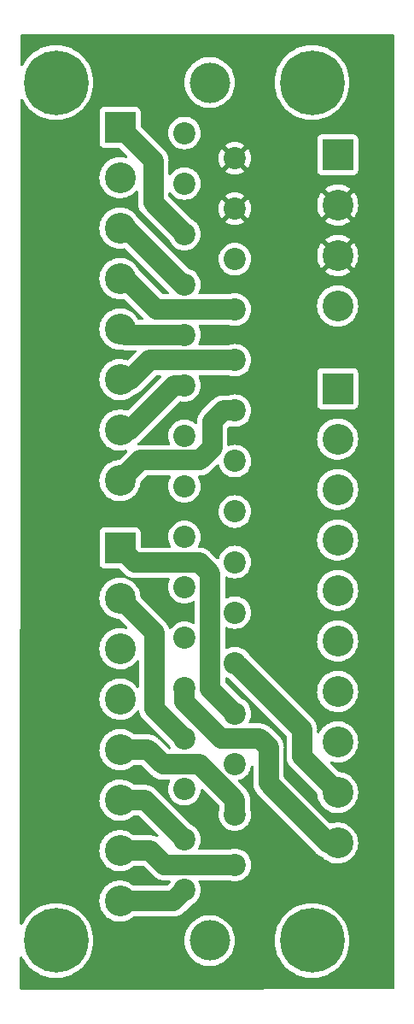
<source format=gbl>
%TF.GenerationSoftware,KiCad,Pcbnew,(6.0.7)*%
%TF.CreationDate,2026-02-23T19:25:28+01:00*%
%TF.ProjectId,FSZ_BP,46535a5f-4250-42e6-9b69-6361645f7063,0438 -*%
%TF.SameCoordinates,Original*%
%TF.FileFunction,Copper,L2,Bot*%
%TF.FilePolarity,Positive*%
%FSLAX46Y46*%
G04 Gerber Fmt 4.6, Leading zero omitted, Abs format (unit mm)*
G04 Created by KiCad (PCBNEW (6.0.7)) date 2026-02-23 19:25:28*
%MOMM*%
%LPD*%
G01*
G04 APERTURE LIST*
%TA.AperFunction,ComponentPad*%
%ADD10C,6.400800*%
%TD*%
%TA.AperFunction,ComponentPad*%
%ADD11R,3.048000X3.048000*%
%TD*%
%TA.AperFunction,ComponentPad*%
%ADD12C,3.048000*%
%TD*%
%TA.AperFunction,ComponentPad*%
%ADD13C,2.200000*%
%TD*%
%TA.AperFunction,ComponentPad*%
%ADD14C,4.000000*%
%TD*%
%TA.AperFunction,Conductor*%
%ADD15C,2.000000*%
%TD*%
G04 APERTURE END LIST*
D10*
%TO.P,HOLE,*%
%TO.N,*%
X48760000Y-109900000D03*
%TD*%
%TO.P,HOLE,*%
%TO.N,*%
X74160000Y-109900000D03*
%TD*%
D11*
%TO.P,P4,1,P1*%
%TO.N,/A4*%
X76700000Y-140220000D03*
D12*
%TO.P,P4,2,P2*%
%TO.N,/B4*%
X76700000Y-145218720D03*
%TO.P,P4,3,P3*%
%TO.N,/C4*%
X76700000Y-150219980D03*
%TO.P,P4,4,P4*%
%TO.N,/A5*%
X76700000Y-155218700D03*
%TO.P,P4,5,P5*%
%TO.N,/C5*%
X76700000Y-160219960D03*
%TO.P,P4,6,P6*%
%TO.N,/A6*%
X76700000Y-165218680D03*
%TO.P,P4,7,P7*%
%TO.N,/B6*%
X76700000Y-170219940D03*
%TO.P,P4,8,P8*%
%TO.N,/C6*%
X76700000Y-175218660D03*
%TO.P,P4,9,P9*%
%TO.N,/A7*%
X76700000Y-180220000D03*
%TO.P,P4,10,P10*%
%TO.N,/C7*%
X76700000Y-185220000D03*
%TD*%
D10*
%TO.P,HOLE,*%
%TO.N,*%
X74160000Y-194900000D03*
%TD*%
D11*
%TO.P,P1,1,P1*%
%TO.N,/LN*%
X76700000Y-117040640D03*
D12*
%TO.P,P1,2,P2*%
%TO.N,GND*%
X76700000Y-122039360D03*
%TO.P,P1,3,P3*%
X76700000Y-127040620D03*
%TO.P,P1,4,P4*%
%TO.N,+12V*%
X76700000Y-132039340D03*
%TD*%
D11*
%TO.P,P3,1,P1*%
%TO.N,/A8*%
X55110000Y-155982640D03*
D12*
%TO.P,P3,2,P2*%
%TO.N,/C8*%
X55110000Y-160981360D03*
%TO.P,P3,3,P3*%
%TO.N,/A9*%
X55110000Y-165982620D03*
%TO.P,P3,4,P4*%
%TO.N,/B9*%
X55110000Y-170981340D03*
%TO.P,P3,5,P5*%
%TO.N,/C9*%
X55110000Y-175982600D03*
%TO.P,P3,6,P6*%
%TO.N,/A10*%
X55110000Y-180981320D03*
%TO.P,P3,7,P7*%
%TO.N,/B10*%
X55110000Y-185982580D03*
%TO.P,P3,8,P8*%
%TO.N,/C10*%
X55110000Y-190981300D03*
%TD*%
D11*
%TO.P,P2,1,P1*%
%TO.N,/A1*%
X55110000Y-114326640D03*
D12*
%TO.P,P2,2,P2*%
%TO.N,/B1*%
X55110000Y-119325360D03*
%TO.P,P2,3,P3*%
%TO.N,/C1*%
X55110000Y-124326620D03*
%TO.P,P2,4,P4*%
%TO.N,/A2*%
X55110000Y-129325340D03*
%TO.P,P2,5,P5*%
%TO.N,/C2*%
X55110000Y-134326600D03*
%TO.P,P2,6,P6*%
%TO.N,/A3*%
X55110000Y-139325320D03*
%TO.P,P2,7,P7*%
%TO.N,/B3*%
X55110000Y-144326580D03*
%TO.P,P2,8,P8*%
%TO.N,/C3*%
X55110000Y-149325300D03*
%TD*%
D10*
%TO.P,HOLE,*%
%TO.N,*%
X48760000Y-194900000D03*
%TD*%
D13*
%TO.P,K1,1,P1*%
%TO.N,/LN*%
X61500000Y-114900000D03*
%TO.P,K1,2,P2*%
%TO.N,GND*%
X66500000Y-117400000D03*
%TO.P,K1,3,P3*%
%TO.N,+12V*%
X61500000Y-119900000D03*
%TO.P,K1,4,P4*%
%TO.N,GND*%
X66500000Y-122400000D03*
%TO.P,K1,5,P5*%
%TO.N,/A1*%
X61500000Y-124900000D03*
%TO.P,K1,6,P6*%
%TO.N,/B1*%
X66500000Y-127400000D03*
%TO.P,K1,7,P7*%
%TO.N,/C1*%
X61500000Y-129900000D03*
%TO.P,K1,8,P8*%
%TO.N,/A2*%
X66500000Y-132400000D03*
%TO.P,K1,9,P9*%
%TO.N,/C2*%
X61500000Y-134900000D03*
%TO.P,K1,10,P10*%
%TO.N,/A3*%
X66500000Y-137400000D03*
%TO.P,K1,11,P11*%
%TO.N,/B3*%
X61500000Y-139900000D03*
%TO.P,K1,12,P12*%
%TO.N,/C3*%
X66500000Y-142400000D03*
%TO.P,K1,13,P13*%
%TO.N,/A4*%
X61500000Y-144900000D03*
%TO.P,K1,14,P14*%
%TO.N,/B4*%
X66500000Y-147400000D03*
%TO.P,K1,15,P15*%
%TO.N,/C4*%
X61500000Y-149900000D03*
%TO.P,K1,16,P16*%
%TO.N,/A5*%
X66500000Y-152400000D03*
%TO.P,K1,17,P17*%
%TO.N,/C5*%
X61500000Y-154900000D03*
%TO.P,K1,18,P18*%
%TO.N,unconnected-(K1-Pad18)*%
X66500000Y-157400000D03*
%TO.P,K1,19,P19*%
%TO.N,/A6*%
X61500000Y-159900000D03*
%TO.P,K1,20,P20*%
%TO.N,/B6*%
X66500000Y-162400000D03*
%TO.P,K1,21,P21*%
%TO.N,/C6*%
X61500000Y-164900000D03*
%TO.P,K1,22,P22*%
%TO.N,/A7*%
X66500000Y-167400000D03*
%TO.P,K1,23,P23*%
%TO.N,/C7*%
X61500000Y-169900000D03*
%TO.P,K1,24,P24*%
%TO.N,/A8*%
X66500000Y-172400000D03*
%TO.P,K1,25,P25*%
%TO.N,/C8*%
X61500000Y-174900000D03*
%TO.P,K1,26,P26*%
%TO.N,/A9*%
X66500000Y-177401220D03*
%TO.P,K1,27,P27*%
%TO.N,/B9*%
X61500000Y-179900000D03*
%TO.P,K1,28,P28*%
%TO.N,/C9*%
X66500000Y-182399940D03*
%TO.P,K1,29,P29*%
%TO.N,/A10*%
X61500000Y-184900000D03*
%TO.P,K1,30,P30*%
%TO.N,/B10*%
X66500000Y-187400000D03*
%TO.P,K1,31,P31*%
%TO.N,/C10*%
X61500000Y-189900000D03*
D14*
%TO.P,K1,H1*%
%TO.N,N/C*%
X64000000Y-109900000D03*
%TO.P,K1,H2*%
X64000000Y-194900000D03*
%TD*%
D15*
%TO.N,/A1*%
X58420000Y-117636700D02*
X58420000Y-121820000D01*
X58420000Y-121820000D02*
X61500000Y-124900000D01*
X55110000Y-114326700D02*
X58420000Y-117636700D01*
%TO.N,/C1*%
X55746680Y-124326680D02*
X61320000Y-129900000D01*
X55110000Y-124326680D02*
X55746680Y-124326680D01*
X61320000Y-129900000D02*
X61500000Y-129900000D01*
%TO.N,/A2*%
X58740000Y-132400000D02*
X66500000Y-132400000D01*
X55110000Y-129325400D02*
X55665400Y-129325400D01*
X55665400Y-129325400D02*
X58740000Y-132400000D01*
%TO.N,/C2*%
X55683340Y-134900000D02*
X55110000Y-134326660D01*
X61500000Y-134900000D02*
X55683340Y-134900000D01*
%TO.N,/A3*%
X55110000Y-139325380D02*
X56140000Y-139325380D01*
X58065380Y-137400000D02*
X66500000Y-137400000D01*
X56140000Y-139325380D02*
X58065380Y-137400000D01*
%TO.N,/B3*%
X56079360Y-144326640D02*
X60506000Y-139900000D01*
X60506000Y-139900000D02*
X61500000Y-139900000D01*
X55110000Y-144326640D02*
X56079360Y-144326640D01*
%TO.N,/C3*%
X65372000Y-142400000D02*
X66500000Y-142400000D01*
X64262000Y-143510000D02*
X65372000Y-142400000D01*
X64262000Y-146096000D02*
X64262000Y-143510000D01*
X57115360Y-147320000D02*
X63038000Y-147320000D01*
X55110000Y-149325360D02*
X57115360Y-147320000D01*
X63038000Y-147320000D02*
X64262000Y-146096000D01*
%TO.N,/A7*%
X73152000Y-173990000D02*
X66562000Y-167400000D01*
X76700000Y-180221280D02*
X73152000Y-176673280D01*
X66562000Y-167400000D02*
X66500000Y-167400000D01*
X73152000Y-176673280D02*
X73152000Y-173990000D01*
%TO.N,/C7*%
X65172000Y-174900000D02*
X68982000Y-174900000D01*
X61500000Y-171228000D02*
X65172000Y-174900000D01*
X69850000Y-175768000D02*
X69850000Y-179324000D01*
X75746000Y-185220000D02*
X76700000Y-185220000D01*
X69850000Y-179324000D02*
X75746000Y-185220000D01*
X68982000Y-174900000D02*
X69850000Y-175768000D01*
X61500000Y-169900000D02*
X61500000Y-171228000D01*
%TO.N,/A8*%
X55110000Y-155982700D02*
X56607300Y-157480000D01*
X56607300Y-157480000D02*
X62992000Y-157480000D01*
X62992000Y-157480000D02*
X64050000Y-158538000D01*
X64050000Y-169950000D02*
X66500000Y-172400000D01*
X64050000Y-158538000D02*
X64050000Y-169950000D01*
%TO.N,/C8*%
X58500000Y-164371420D02*
X58500000Y-171900000D01*
X58500000Y-171900000D02*
X61500000Y-174900000D01*
X55110000Y-160981420D02*
X58500000Y-164371420D01*
%TO.N,/C9*%
X63000000Y-177450000D02*
X66500000Y-180950000D01*
X57882660Y-175982660D02*
X59350000Y-177450000D01*
X59350000Y-177450000D02*
X63000000Y-177450000D01*
X55110000Y-175982660D02*
X57882660Y-175982660D01*
X66500000Y-180950000D02*
X66500000Y-182399940D01*
%TO.N,/A10*%
X57581380Y-180981380D02*
X61500000Y-184900000D01*
X55110000Y-180981380D02*
X57581380Y-180981380D01*
%TO.N,/B10*%
X59500000Y-187400000D02*
X58082640Y-185982640D01*
X55110000Y-185982640D02*
X58082640Y-185982640D01*
X66500000Y-187400000D02*
X59500000Y-187400000D01*
%TO.N,/C10*%
X60418640Y-190981360D02*
X61500000Y-189900000D01*
X55110000Y-190981360D02*
X60418640Y-190981360D01*
%TD*%
%TA.AperFunction,Conductor*%
%TO.N,GND*%
G36*
X82276999Y-105123301D02*
G01*
X82323507Y-105176944D01*
X82334909Y-105229323D01*
X82332935Y-152250151D01*
X82330949Y-199579456D01*
X82310944Y-199647576D01*
X82257286Y-199694067D01*
X82205074Y-199705451D01*
X56309132Y-199730655D01*
X45314904Y-199741355D01*
X45246763Y-199721419D01*
X45200218Y-199667809D01*
X45188781Y-199615316D01*
X45189312Y-197906480D01*
X45189721Y-196587277D01*
X45209744Y-196519162D01*
X45263414Y-196472686D01*
X45333691Y-196462604D01*
X45398263Y-196492117D01*
X45427987Y-196530112D01*
X45543590Y-196756995D01*
X45755319Y-197083029D01*
X45757397Y-197085595D01*
X45987249Y-197369437D01*
X45999968Y-197385144D01*
X46274856Y-197660032D01*
X46576971Y-197904681D01*
X46903005Y-198116410D01*
X47249384Y-198292899D01*
X47612314Y-198432214D01*
X47987818Y-198532830D01*
X48191836Y-198565143D01*
X48368534Y-198593130D01*
X48368542Y-198593131D01*
X48371782Y-198593644D01*
X48760000Y-198613990D01*
X49148218Y-198593644D01*
X49151458Y-198593131D01*
X49151466Y-198593130D01*
X49328164Y-198565143D01*
X49532182Y-198532830D01*
X49907686Y-198432214D01*
X50270616Y-198292899D01*
X50616995Y-198116410D01*
X50943029Y-197904681D01*
X51245144Y-197660032D01*
X51520032Y-197385144D01*
X51532752Y-197369437D01*
X51762603Y-197085595D01*
X51764681Y-197083029D01*
X51976410Y-196756995D01*
X52152899Y-196410616D01*
X52266676Y-196114216D01*
X52291028Y-196050776D01*
X52291029Y-196050774D01*
X52292214Y-196047686D01*
X52392830Y-195672182D01*
X52453644Y-195288218D01*
X52473990Y-194900000D01*
X61486540Y-194900000D01*
X61506359Y-195215020D01*
X61565505Y-195525072D01*
X61663044Y-195825266D01*
X61664731Y-195828852D01*
X61664733Y-195828856D01*
X61795750Y-196107283D01*
X61795754Y-196107290D01*
X61797438Y-196110869D01*
X61966568Y-196377375D01*
X61996500Y-196413556D01*
X62140215Y-196587277D01*
X62167767Y-196620582D01*
X62397860Y-196836654D01*
X62653221Y-197022184D01*
X62656690Y-197024091D01*
X62656693Y-197024093D01*
X62926352Y-197172340D01*
X62929821Y-197174247D01*
X62933490Y-197175700D01*
X62933495Y-197175702D01*
X63219628Y-197288990D01*
X63223298Y-197290443D01*
X63529025Y-197368940D01*
X63842179Y-197408500D01*
X64157821Y-197408500D01*
X64470975Y-197368940D01*
X64776702Y-197290443D01*
X64780372Y-197288990D01*
X65066505Y-197175702D01*
X65066510Y-197175700D01*
X65070179Y-197174247D01*
X65073648Y-197172340D01*
X65343307Y-197024093D01*
X65343310Y-197024091D01*
X65346779Y-197022184D01*
X65602140Y-196836654D01*
X65832233Y-196620582D01*
X65859786Y-196587277D01*
X66003500Y-196413556D01*
X66033432Y-196377375D01*
X66202562Y-196110869D01*
X66204246Y-196107290D01*
X66204250Y-196107283D01*
X66335267Y-195828856D01*
X66335269Y-195828852D01*
X66336956Y-195825266D01*
X66434495Y-195525072D01*
X66493641Y-195215020D01*
X66513460Y-194900000D01*
X70446010Y-194900000D01*
X70466356Y-195288218D01*
X70527170Y-195672182D01*
X70627786Y-196047686D01*
X70628971Y-196050774D01*
X70628972Y-196050776D01*
X70653324Y-196114216D01*
X70767101Y-196410616D01*
X70943590Y-196756995D01*
X71155319Y-197083029D01*
X71157397Y-197085595D01*
X71387249Y-197369437D01*
X71399968Y-197385144D01*
X71674856Y-197660032D01*
X71976971Y-197904681D01*
X72303005Y-198116410D01*
X72649384Y-198292899D01*
X73012314Y-198432214D01*
X73387818Y-198532830D01*
X73591836Y-198565143D01*
X73768534Y-198593130D01*
X73768542Y-198593131D01*
X73771782Y-198593644D01*
X74160000Y-198613990D01*
X74548218Y-198593644D01*
X74551458Y-198593131D01*
X74551466Y-198593130D01*
X74728164Y-198565143D01*
X74932182Y-198532830D01*
X75307686Y-198432214D01*
X75670616Y-198292899D01*
X76016995Y-198116410D01*
X76343029Y-197904681D01*
X76645144Y-197660032D01*
X76920032Y-197385144D01*
X76932752Y-197369437D01*
X77162603Y-197085595D01*
X77164681Y-197083029D01*
X77376410Y-196756995D01*
X77552899Y-196410616D01*
X77666676Y-196114216D01*
X77691028Y-196050776D01*
X77691029Y-196050774D01*
X77692214Y-196047686D01*
X77792830Y-195672182D01*
X77853644Y-195288218D01*
X77873990Y-194900000D01*
X77853644Y-194511782D01*
X77792830Y-194127818D01*
X77692214Y-193752314D01*
X77667961Y-193689131D01*
X77554083Y-193392469D01*
X77552899Y-193389384D01*
X77376410Y-193043005D01*
X77164681Y-192716971D01*
X77002509Y-192516706D01*
X76922107Y-192417418D01*
X76922104Y-192417414D01*
X76920032Y-192414856D01*
X76645144Y-192139968D01*
X76627182Y-192125422D01*
X76345595Y-191897397D01*
X76343029Y-191895319D01*
X76016995Y-191683590D01*
X75670616Y-191507101D01*
X75307686Y-191367786D01*
X74932182Y-191267170D01*
X74712325Y-191232348D01*
X74551466Y-191206870D01*
X74551458Y-191206869D01*
X74548218Y-191206356D01*
X74160000Y-191186010D01*
X73771782Y-191206356D01*
X73768542Y-191206869D01*
X73768534Y-191206870D01*
X73607675Y-191232348D01*
X73387818Y-191267170D01*
X73012314Y-191367786D01*
X72649384Y-191507101D01*
X72303005Y-191683590D01*
X71976971Y-191895319D01*
X71974405Y-191897397D01*
X71692819Y-192125422D01*
X71674856Y-192139968D01*
X71399968Y-192414856D01*
X71397896Y-192417414D01*
X71397893Y-192417418D01*
X71317491Y-192516706D01*
X71155319Y-192716971D01*
X70943590Y-193043005D01*
X70767101Y-193389384D01*
X70765917Y-193392469D01*
X70652040Y-193689131D01*
X70627786Y-193752314D01*
X70527170Y-194127818D01*
X70466356Y-194511782D01*
X70446010Y-194900000D01*
X66513460Y-194900000D01*
X66493641Y-194584980D01*
X66434495Y-194274928D01*
X66336956Y-193974734D01*
X66232294Y-193752314D01*
X66204250Y-193692717D01*
X66204246Y-193692710D01*
X66202562Y-193689131D01*
X66033432Y-193422625D01*
X65832233Y-193179418D01*
X65602140Y-192963346D01*
X65346779Y-192777816D01*
X65241144Y-192719742D01*
X65073648Y-192627660D01*
X65073647Y-192627659D01*
X65070179Y-192625753D01*
X65066510Y-192624300D01*
X65066505Y-192624298D01*
X64780372Y-192511010D01*
X64780371Y-192511010D01*
X64776702Y-192509557D01*
X64470975Y-192431060D01*
X64157821Y-192391500D01*
X63842179Y-192391500D01*
X63529025Y-192431060D01*
X63223298Y-192509557D01*
X63219629Y-192511010D01*
X63219628Y-192511010D01*
X62933495Y-192624298D01*
X62933490Y-192624300D01*
X62929821Y-192625753D01*
X62926353Y-192627659D01*
X62926352Y-192627660D01*
X62758857Y-192719742D01*
X62653221Y-192777816D01*
X62397860Y-192963346D01*
X62167767Y-193179418D01*
X61966568Y-193422625D01*
X61797438Y-193689131D01*
X61795754Y-193692710D01*
X61795750Y-193692717D01*
X61767706Y-193752314D01*
X61663044Y-193974734D01*
X61565505Y-194274928D01*
X61506359Y-194584980D01*
X61486540Y-194900000D01*
X52473990Y-194900000D01*
X52453644Y-194511782D01*
X52392830Y-194127818D01*
X52292214Y-193752314D01*
X52267961Y-193689131D01*
X52154083Y-193392469D01*
X52152899Y-193389384D01*
X51976410Y-193043005D01*
X51764681Y-192716971D01*
X51602509Y-192516706D01*
X51522107Y-192417418D01*
X51522104Y-192417414D01*
X51520032Y-192414856D01*
X51245144Y-192139968D01*
X51227182Y-192125422D01*
X50945595Y-191897397D01*
X50943029Y-191895319D01*
X50616995Y-191683590D01*
X50270616Y-191507101D01*
X49907686Y-191367786D01*
X49532182Y-191267170D01*
X49312325Y-191232348D01*
X49151466Y-191206870D01*
X49151458Y-191206869D01*
X49148218Y-191206356D01*
X48760000Y-191186010D01*
X48371782Y-191206356D01*
X48368542Y-191206869D01*
X48368534Y-191206870D01*
X48207675Y-191232348D01*
X47987818Y-191267170D01*
X47612314Y-191367786D01*
X47249384Y-191507101D01*
X46903005Y-191683590D01*
X46576971Y-191895319D01*
X46574405Y-191897397D01*
X46292819Y-192125422D01*
X46274856Y-192139968D01*
X45999968Y-192414856D01*
X45997896Y-192417414D01*
X45997893Y-192417418D01*
X45917491Y-192516706D01*
X45755319Y-192716971D01*
X45543590Y-193043005D01*
X45542096Y-193045937D01*
X45542092Y-193045944D01*
X45429036Y-193267829D01*
X45380288Y-193319444D01*
X45311373Y-193336510D01*
X45244171Y-193313609D01*
X45200019Y-193258012D01*
X45190769Y-193210587D01*
X45190830Y-193015690D01*
X45191468Y-190959966D01*
X53072863Y-190959966D01*
X53088815Y-191236635D01*
X53089640Y-191240842D01*
X53089641Y-191240847D01*
X53108627Y-191337616D01*
X53142169Y-191508579D01*
X53143556Y-191512630D01*
X53201576Y-191682093D01*
X53231935Y-191770766D01*
X53233861Y-191774595D01*
X53347415Y-192000371D01*
X53356454Y-192018344D01*
X53434938Y-192132539D01*
X53506607Y-192236818D01*
X53513421Y-192246733D01*
X53699932Y-192451705D01*
X53703221Y-192454455D01*
X53909243Y-192626717D01*
X53909248Y-192626721D01*
X53912535Y-192629469D01*
X53966976Y-192663620D01*
X54143656Y-192774452D01*
X54143660Y-192774454D01*
X54147296Y-192776735D01*
X54399872Y-192890777D01*
X54403992Y-192891997D01*
X54403991Y-192891997D01*
X54661475Y-192968267D01*
X54661479Y-192968268D01*
X54665588Y-192969485D01*
X54669825Y-192970133D01*
X54669828Y-192970134D01*
X54898846Y-193005179D01*
X54939527Y-193011404D01*
X55080602Y-193013620D01*
X55212330Y-193015690D01*
X55212336Y-193015690D01*
X55216621Y-193015757D01*
X55491742Y-192982464D01*
X55759800Y-192912140D01*
X56015833Y-192806088D01*
X56255104Y-192666269D01*
X56445849Y-192516706D01*
X56511797Y-192490414D01*
X56523595Y-192489860D01*
X60394624Y-192489860D01*
X60398142Y-192489909D01*
X60492790Y-192492553D01*
X60492793Y-192492553D01*
X60497845Y-192492694D01*
X60575738Y-192482301D01*
X60582279Y-192481602D01*
X60610972Y-192479293D01*
X60655563Y-192475706D01*
X60655567Y-192475705D01*
X60660605Y-192475300D01*
X60692518Y-192467461D01*
X60705898Y-192464934D01*
X60738460Y-192460589D01*
X60743301Y-192459128D01*
X60743303Y-192459127D01*
X60813669Y-192437882D01*
X60820032Y-192436141D01*
X60896346Y-192417397D01*
X60926592Y-192404559D01*
X60939403Y-192399921D01*
X60966002Y-192391890D01*
X60970848Y-192390427D01*
X60975396Y-192388209D01*
X60975403Y-192388206D01*
X61041458Y-192355989D01*
X61047460Y-192353253D01*
X61092144Y-192334285D01*
X61119796Y-192322548D01*
X61147596Y-192305041D01*
X61159500Y-192298415D01*
X61189028Y-192284014D01*
X61253240Y-192238717D01*
X61258726Y-192235059D01*
X61320926Y-192195889D01*
X61320927Y-192195888D01*
X61325207Y-192193193D01*
X61328996Y-192189852D01*
X61329002Y-192189848D01*
X61349857Y-192171462D01*
X61360552Y-192163016D01*
X61363503Y-192160934D01*
X61387387Y-192144086D01*
X61408890Y-192124451D01*
X61448606Y-192084735D01*
X61454376Y-192079316D01*
X61503498Y-192036010D01*
X61503501Y-192036007D01*
X61507295Y-192032662D01*
X61533819Y-192000371D01*
X61542089Y-191991252D01*
X62151996Y-191381345D01*
X62192873Y-191354031D01*
X62227927Y-191339511D01*
X62232502Y-191337616D01*
X62448376Y-191205328D01*
X62640898Y-191040898D01*
X62805328Y-190848376D01*
X62937616Y-190632502D01*
X63026831Y-190417119D01*
X63032611Y-190403164D01*
X63032612Y-190403162D01*
X63034505Y-190398591D01*
X63093609Y-190152403D01*
X63113474Y-189900000D01*
X63093609Y-189647597D01*
X63034505Y-189401409D01*
X63001067Y-189320682D01*
X62939511Y-189172072D01*
X62939509Y-189172068D01*
X62937616Y-189167498D01*
X62935031Y-189163279D01*
X62935025Y-189163268D01*
X62896459Y-189100335D01*
X62877920Y-189031802D01*
X62899376Y-188964125D01*
X62954015Y-188918792D01*
X63003891Y-188908500D01*
X65913564Y-188908500D01*
X65961782Y-188918091D01*
X66001409Y-188934505D01*
X66086032Y-188954821D01*
X66242784Y-188992454D01*
X66242790Y-188992455D01*
X66247597Y-188993609D01*
X66500000Y-189013474D01*
X66752403Y-188993609D01*
X66757210Y-188992455D01*
X66757216Y-188992454D01*
X66913968Y-188954821D01*
X66998591Y-188934505D01*
X67038218Y-188918091D01*
X67227928Y-188839511D01*
X67227932Y-188839509D01*
X67232502Y-188837616D01*
X67448376Y-188705328D01*
X67640898Y-188540898D01*
X67805328Y-188348376D01*
X67937616Y-188132502D01*
X67987219Y-188012751D01*
X68032611Y-187903164D01*
X68032612Y-187903162D01*
X68034505Y-187898591D01*
X68063029Y-187779781D01*
X68092454Y-187657216D01*
X68092455Y-187657210D01*
X68093609Y-187652403D01*
X68113474Y-187400000D01*
X68093609Y-187147597D01*
X68068408Y-187042624D01*
X68035660Y-186906221D01*
X68034505Y-186901409D01*
X67963873Y-186730887D01*
X67939511Y-186672072D01*
X67939509Y-186672068D01*
X67937616Y-186667498D01*
X67805328Y-186451624D01*
X67640898Y-186259102D01*
X67448376Y-186094672D01*
X67232502Y-185962384D01*
X67227932Y-185960491D01*
X67227928Y-185960489D01*
X67003164Y-185867389D01*
X67003162Y-185867388D01*
X66998591Y-185865495D01*
X66913968Y-185845179D01*
X66757216Y-185807546D01*
X66757210Y-185807545D01*
X66752403Y-185806391D01*
X66500000Y-185786526D01*
X66247597Y-185806391D01*
X66242790Y-185807545D01*
X66242784Y-185807546D01*
X66086032Y-185845179D01*
X66001409Y-185865495D01*
X65996838Y-185867388D01*
X65996836Y-185867389D01*
X65961782Y-185881909D01*
X65913564Y-185891500D01*
X63003891Y-185891500D01*
X62935770Y-185871498D01*
X62889277Y-185817842D01*
X62879173Y-185747568D01*
X62896459Y-185699665D01*
X62935025Y-185636732D01*
X62935031Y-185636721D01*
X62937616Y-185632502D01*
X62974741Y-185542876D01*
X63032611Y-185403164D01*
X63032612Y-185403162D01*
X63034505Y-185398591D01*
X63077976Y-185217520D01*
X63092454Y-185157216D01*
X63092455Y-185157210D01*
X63093609Y-185152403D01*
X63113474Y-184900000D01*
X63093609Y-184647597D01*
X63088201Y-184625068D01*
X63051822Y-184473539D01*
X63034505Y-184401409D01*
X62942546Y-184179400D01*
X62939511Y-184172072D01*
X62939509Y-184172068D01*
X62937616Y-184167498D01*
X62805328Y-183951624D01*
X62640898Y-183759102D01*
X62448376Y-183594672D01*
X62232502Y-183462384D01*
X62225681Y-183459558D01*
X62192873Y-183445969D01*
X62151996Y-183418655D01*
X58665055Y-179931714D01*
X58662601Y-179929192D01*
X58597518Y-179860368D01*
X58597515Y-179860366D01*
X58594048Y-179856699D01*
X58531619Y-179808969D01*
X58526488Y-179804828D01*
X58470513Y-179757189D01*
X58470512Y-179757188D01*
X58466660Y-179753910D01*
X58462335Y-179751291D01*
X58462330Y-179751287D01*
X58438556Y-179736889D01*
X58427309Y-179729217D01*
X58401206Y-179709260D01*
X58331972Y-179672137D01*
X58326248Y-179668873D01*
X58324980Y-179668105D01*
X58259022Y-179628159D01*
X58228561Y-179615852D01*
X58216221Y-179610072D01*
X58205822Y-179604496D01*
X58187271Y-179594549D01*
X58182490Y-179592903D01*
X58182486Y-179592901D01*
X58112979Y-179568968D01*
X58106801Y-179566658D01*
X58038646Y-179539122D01*
X58038647Y-179539122D01*
X58033951Y-179537225D01*
X58001919Y-179529948D01*
X57988821Y-179526217D01*
X57957749Y-179515518D01*
X57880280Y-179502137D01*
X57873876Y-179500857D01*
X57797236Y-179483445D01*
X57764427Y-179481381D01*
X57750927Y-179479795D01*
X57718544Y-179474201D01*
X57714587Y-179474021D01*
X57714584Y-179474021D01*
X57690874Y-179472944D01*
X57690855Y-179472944D01*
X57689455Y-179472880D01*
X57633272Y-179472880D01*
X57625360Y-179472631D01*
X57619766Y-179472279D01*
X57554967Y-179468202D01*
X57515925Y-179472030D01*
X57513388Y-179472279D01*
X57501092Y-179472880D01*
X56521057Y-179472880D01*
X56452936Y-179452878D01*
X56441251Y-179444384D01*
X56293458Y-179323418D01*
X56290140Y-179320702D01*
X56053849Y-179175903D01*
X56049932Y-179174184D01*
X56049929Y-179174182D01*
X55886477Y-179102432D01*
X55800093Y-179064512D01*
X55795965Y-179063336D01*
X55795962Y-179063335D01*
X55686514Y-179032158D01*
X55533568Y-178988590D01*
X55529326Y-178987986D01*
X55529320Y-178987985D01*
X55263455Y-178950147D01*
X55259204Y-178949542D01*
X55113115Y-178948777D01*
X54986366Y-178948113D01*
X54986360Y-178948113D01*
X54982080Y-178948091D01*
X54977835Y-178948650D01*
X54977833Y-178948650D01*
X54918170Y-178956505D01*
X54707323Y-178984264D01*
X54440017Y-179057390D01*
X54436069Y-179059074D01*
X54189060Y-179164432D01*
X54189056Y-179164434D01*
X54185108Y-179166118D01*
X54165021Y-179178140D01*
X53950996Y-179306231D01*
X53950992Y-179306234D01*
X53947314Y-179308435D01*
X53822763Y-179408219D01*
X53767020Y-179452878D01*
X53731035Y-179481707D01*
X53540273Y-179682729D01*
X53417466Y-179853632D01*
X53384148Y-179900000D01*
X53378557Y-179907780D01*
X53376548Y-179911575D01*
X53376547Y-179911576D01*
X53361859Y-179939317D01*
X53248880Y-180152696D01*
X53221950Y-180226286D01*
X53159189Y-180397792D01*
X53153643Y-180412946D01*
X53094606Y-180683712D01*
X53094270Y-180687982D01*
X53079485Y-180875850D01*
X53072863Y-180959986D01*
X53088815Y-181236655D01*
X53089640Y-181240862D01*
X53089641Y-181240867D01*
X53102782Y-181307845D01*
X53142169Y-181508599D01*
X53143556Y-181512650D01*
X53219331Y-181733971D01*
X53231935Y-181770786D01*
X53233861Y-181774615D01*
X53353833Y-182013152D01*
X53356454Y-182018364D01*
X53513421Y-182246753D01*
X53699932Y-182451725D01*
X53703221Y-182454475D01*
X53909243Y-182626737D01*
X53909248Y-182626741D01*
X53912535Y-182629489D01*
X53956640Y-182657156D01*
X54143656Y-182774472D01*
X54143660Y-182774474D01*
X54147296Y-182776755D01*
X54399872Y-182890797D01*
X54403992Y-182892017D01*
X54403991Y-182892017D01*
X54661475Y-182968287D01*
X54661479Y-182968288D01*
X54665588Y-182969505D01*
X54669825Y-182970153D01*
X54669828Y-182970154D01*
X54898846Y-183005199D01*
X54939527Y-183011424D01*
X55080602Y-183013640D01*
X55212330Y-183015710D01*
X55212336Y-183015710D01*
X55216621Y-183015777D01*
X55491742Y-182982484D01*
X55759800Y-182912160D01*
X56015833Y-182806108D01*
X56255104Y-182666289D01*
X56445849Y-182516726D01*
X56511797Y-182490434D01*
X56523595Y-182489880D01*
X56904349Y-182489880D01*
X56972470Y-182509882D01*
X56993444Y-182526785D01*
X58885806Y-184419147D01*
X58919832Y-184481459D01*
X58914767Y-184552274D01*
X58872220Y-184609110D01*
X58805700Y-184633921D01*
X58749513Y-184625068D01*
X58745683Y-184623520D01*
X58729820Y-184617112D01*
X58717481Y-184611332D01*
X58692990Y-184598200D01*
X58692991Y-184598200D01*
X58688531Y-184595809D01*
X58683750Y-184594163D01*
X58683746Y-184594161D01*
X58614239Y-184570228D01*
X58608061Y-184567918D01*
X58539906Y-184540382D01*
X58539907Y-184540382D01*
X58535211Y-184538485D01*
X58503179Y-184531208D01*
X58490081Y-184527477D01*
X58459009Y-184516778D01*
X58381540Y-184503397D01*
X58375136Y-184502117D01*
X58298496Y-184484705D01*
X58265687Y-184482641D01*
X58252187Y-184481055D01*
X58219804Y-184475461D01*
X58215847Y-184475281D01*
X58215844Y-184475281D01*
X58192134Y-184474204D01*
X58192115Y-184474204D01*
X58190715Y-184474140D01*
X58134532Y-184474140D01*
X58126620Y-184473891D01*
X58121026Y-184473539D01*
X58056227Y-184469462D01*
X58017185Y-184473290D01*
X58014648Y-184473539D01*
X58002352Y-184474140D01*
X56521057Y-184474140D01*
X56452936Y-184454138D01*
X56441251Y-184445644D01*
X56293458Y-184324678D01*
X56290140Y-184321962D01*
X56053849Y-184177163D01*
X56049932Y-184175444D01*
X56049929Y-184175442D01*
X55938346Y-184126461D01*
X55800093Y-184065772D01*
X55795965Y-184064596D01*
X55795962Y-184064595D01*
X55713917Y-184041224D01*
X55533568Y-183989850D01*
X55529326Y-183989246D01*
X55529320Y-183989245D01*
X55263455Y-183951407D01*
X55259204Y-183950802D01*
X55113115Y-183950037D01*
X54986366Y-183949373D01*
X54986360Y-183949373D01*
X54982080Y-183949351D01*
X54977835Y-183949910D01*
X54977833Y-183949910D01*
X54932807Y-183955838D01*
X54707323Y-183985524D01*
X54440017Y-184058650D01*
X54436069Y-184060334D01*
X54189060Y-184165692D01*
X54189056Y-184165694D01*
X54185108Y-184167378D01*
X54165021Y-184179400D01*
X53950996Y-184307491D01*
X53950992Y-184307494D01*
X53947314Y-184309695D01*
X53778432Y-184444995D01*
X53767020Y-184454138D01*
X53731035Y-184482967D01*
X53540273Y-184683989D01*
X53378557Y-184909040D01*
X53248880Y-185153956D01*
X53153643Y-185414206D01*
X53094606Y-185684972D01*
X53094270Y-185689242D01*
X53084543Y-185812842D01*
X53072863Y-185961246D01*
X53088815Y-186237915D01*
X53089640Y-186242122D01*
X53089641Y-186242127D01*
X53095539Y-186272188D01*
X53142169Y-186509859D01*
X53143556Y-186513910D01*
X53219807Y-186736622D01*
X53231935Y-186772046D01*
X53356454Y-187019624D01*
X53513421Y-187248013D01*
X53699932Y-187452985D01*
X53703221Y-187455735D01*
X53909243Y-187627997D01*
X53909248Y-187628001D01*
X53912535Y-187630749D01*
X53954727Y-187657216D01*
X54143656Y-187775732D01*
X54143660Y-187775734D01*
X54147296Y-187778015D01*
X54399872Y-187892057D01*
X54421931Y-187898591D01*
X54661475Y-187969547D01*
X54661479Y-187969548D01*
X54665588Y-187970765D01*
X54669825Y-187971413D01*
X54669828Y-187971414D01*
X54898846Y-188006459D01*
X54939527Y-188012684D01*
X55080602Y-188014900D01*
X55212330Y-188016970D01*
X55212336Y-188016970D01*
X55216621Y-188017037D01*
X55491742Y-187983744D01*
X55759800Y-187913420D01*
X56015833Y-187807368D01*
X56255104Y-187667549D01*
X56445849Y-187517986D01*
X56511797Y-187491694D01*
X56523595Y-187491140D01*
X57405609Y-187491140D01*
X57473730Y-187511142D01*
X57494704Y-187528045D01*
X58416325Y-188449666D01*
X58418779Y-188452188D01*
X58487332Y-188524681D01*
X58512739Y-188544106D01*
X58549757Y-188572408D01*
X58554892Y-188576552D01*
X58614720Y-188627470D01*
X58619045Y-188630089D01*
X58619050Y-188630093D01*
X58642824Y-188644491D01*
X58654071Y-188652163D01*
X58680174Y-188672120D01*
X58684632Y-188674510D01*
X58684633Y-188674511D01*
X58749401Y-188709239D01*
X58755126Y-188712504D01*
X58822358Y-188753221D01*
X58852817Y-188765527D01*
X58865158Y-188771307D01*
X58894109Y-188786831D01*
X58898890Y-188788477D01*
X58898894Y-188788479D01*
X58968401Y-188812412D01*
X58974579Y-188814722D01*
X59024792Y-188835009D01*
X59047429Y-188844155D01*
X59052369Y-188845277D01*
X59052368Y-188845277D01*
X59079460Y-188851432D01*
X59092559Y-188855163D01*
X59123631Y-188865862D01*
X59128608Y-188866722D01*
X59128621Y-188866725D01*
X59201071Y-188879239D01*
X59207540Y-188880531D01*
X59279215Y-188896815D01*
X59284145Y-188897935D01*
X59316951Y-188899999D01*
X59330455Y-188901586D01*
X59352683Y-188905425D01*
X59358933Y-188906505D01*
X59358936Y-188906505D01*
X59362836Y-188907179D01*
X59366793Y-188907359D01*
X59366796Y-188907359D01*
X59390506Y-188908436D01*
X59390525Y-188908436D01*
X59391925Y-188908500D01*
X59448108Y-188908500D01*
X59456019Y-188908749D01*
X59526413Y-188913178D01*
X59567993Y-188909101D01*
X59580289Y-188908500D01*
X59996109Y-188908500D01*
X60064230Y-188928502D01*
X60110723Y-188982158D01*
X60120827Y-189052432D01*
X60103541Y-189100335D01*
X60064975Y-189163268D01*
X60064969Y-189163279D01*
X60062384Y-189167498D01*
X60060489Y-189172073D01*
X60045969Y-189207127D01*
X60018655Y-189248004D01*
X59830704Y-189435955D01*
X59768392Y-189469981D01*
X59741609Y-189472860D01*
X56521057Y-189472860D01*
X56452936Y-189452858D01*
X56441251Y-189444364D01*
X56293458Y-189323398D01*
X56290140Y-189320682D01*
X56053849Y-189175883D01*
X56049932Y-189174164D01*
X56049929Y-189174162D01*
X55938346Y-189125181D01*
X55800093Y-189064492D01*
X55795965Y-189063316D01*
X55795962Y-189063315D01*
X55685334Y-189031802D01*
X55533568Y-188988570D01*
X55529326Y-188987966D01*
X55529320Y-188987965D01*
X55263455Y-188950127D01*
X55259204Y-188949522D01*
X55113115Y-188948757D01*
X54986366Y-188948093D01*
X54986360Y-188948093D01*
X54982080Y-188948071D01*
X54977835Y-188948630D01*
X54977833Y-188948630D01*
X54916130Y-188956754D01*
X54707323Y-188984244D01*
X54440017Y-189057370D01*
X54436069Y-189059054D01*
X54189060Y-189164412D01*
X54189056Y-189164414D01*
X54185108Y-189166098D01*
X54165021Y-189178120D01*
X53950996Y-189306211D01*
X53950992Y-189306214D01*
X53947314Y-189308415D01*
X53825232Y-189406221D01*
X53767020Y-189452858D01*
X53731035Y-189481687D01*
X53540273Y-189682709D01*
X53378557Y-189907760D01*
X53248880Y-190152676D01*
X53153643Y-190412926D01*
X53094606Y-190683692D01*
X53072863Y-190959966D01*
X45191468Y-190959966D01*
X45194772Y-180313187D01*
X45196123Y-175961266D01*
X53072863Y-175961266D01*
X53088815Y-176237935D01*
X53089640Y-176242142D01*
X53089641Y-176242147D01*
X53111379Y-176352944D01*
X53142169Y-176509879D01*
X53143556Y-176513930D01*
X53226948Y-176757499D01*
X53231935Y-176772066D01*
X53233861Y-176775895D01*
X53345540Y-176997943D01*
X53356454Y-177019644D01*
X53392072Y-177071468D01*
X53501057Y-177230043D01*
X53513421Y-177248033D01*
X53699932Y-177453005D01*
X53703221Y-177455755D01*
X53909243Y-177628017D01*
X53909248Y-177628021D01*
X53912535Y-177630769D01*
X53966391Y-177664553D01*
X54143656Y-177775752D01*
X54143660Y-177775754D01*
X54147296Y-177778035D01*
X54399872Y-177892077D01*
X54403992Y-177893297D01*
X54403991Y-177893297D01*
X54661475Y-177969567D01*
X54661479Y-177969568D01*
X54665588Y-177970785D01*
X54669825Y-177971433D01*
X54669828Y-177971434D01*
X54898846Y-178006479D01*
X54939527Y-178012704D01*
X55080602Y-178014920D01*
X55212330Y-178016990D01*
X55212336Y-178016990D01*
X55216621Y-178017057D01*
X55491742Y-177983764D01*
X55759800Y-177913440D01*
X56015833Y-177807388D01*
X56255104Y-177667569D01*
X56445849Y-177518006D01*
X56511797Y-177491714D01*
X56523595Y-177491160D01*
X57205629Y-177491160D01*
X57273750Y-177511162D01*
X57294724Y-177528065D01*
X58266325Y-178499666D01*
X58268779Y-178502188D01*
X58322865Y-178559382D01*
X58337332Y-178574681D01*
X58399757Y-178622408D01*
X58404892Y-178626552D01*
X58464720Y-178677470D01*
X58469045Y-178680089D01*
X58469050Y-178680093D01*
X58492824Y-178694491D01*
X58504071Y-178702163D01*
X58530174Y-178722120D01*
X58534632Y-178724510D01*
X58534633Y-178724511D01*
X58599401Y-178759239D01*
X58605126Y-178762504D01*
X58672358Y-178803221D01*
X58702817Y-178815527D01*
X58715158Y-178821307D01*
X58744109Y-178836831D01*
X58748890Y-178838477D01*
X58748894Y-178838479D01*
X58818401Y-178862412D01*
X58824579Y-178864722D01*
X58874792Y-178885009D01*
X58897429Y-178894155D01*
X58902369Y-178895277D01*
X58902368Y-178895277D01*
X58929460Y-178901432D01*
X58942559Y-178905163D01*
X58973631Y-178915862D01*
X59051100Y-178929243D01*
X59057504Y-178930523D01*
X59134144Y-178947935D01*
X59166953Y-178949999D01*
X59180453Y-178951585D01*
X59212836Y-178957179D01*
X59216793Y-178957359D01*
X59216796Y-178957359D01*
X59240506Y-178958436D01*
X59240525Y-178958436D01*
X59241925Y-178958500D01*
X59298107Y-178958500D01*
X59306018Y-178958749D01*
X59376412Y-178963178D01*
X59417991Y-178959101D01*
X59430287Y-178958500D01*
X59965468Y-178958500D01*
X60033589Y-178978502D01*
X60080082Y-179032158D01*
X60090186Y-179102432D01*
X60072902Y-179150333D01*
X60066277Y-179161145D01*
X60062384Y-179167498D01*
X60060491Y-179172068D01*
X60060489Y-179172072D01*
X60006776Y-179301748D01*
X59965495Y-179401409D01*
X59948321Y-179472944D01*
X59908502Y-179638806D01*
X59906391Y-179647597D01*
X59886526Y-179900000D01*
X59906391Y-180152403D01*
X59907545Y-180157210D01*
X59907546Y-180157216D01*
X59925156Y-180230567D01*
X59965495Y-180398591D01*
X59967388Y-180403162D01*
X59967389Y-180403164D01*
X60030270Y-180554971D01*
X60062384Y-180632502D01*
X60194672Y-180848376D01*
X60359102Y-181040898D01*
X60551624Y-181205328D01*
X60767498Y-181337616D01*
X60772068Y-181339509D01*
X60772072Y-181339511D01*
X60996836Y-181432611D01*
X61001409Y-181434505D01*
X61086032Y-181454821D01*
X61242784Y-181492454D01*
X61242790Y-181492455D01*
X61247597Y-181493609D01*
X61500000Y-181513474D01*
X61752403Y-181493609D01*
X61757210Y-181492455D01*
X61757216Y-181492454D01*
X61913968Y-181454821D01*
X61998591Y-181434505D01*
X62003164Y-181432611D01*
X62227928Y-181339511D01*
X62227932Y-181339509D01*
X62232502Y-181337616D01*
X62448376Y-181205328D01*
X62640898Y-181040898D01*
X62805328Y-180848376D01*
X62937616Y-180632502D01*
X62969731Y-180554971D01*
X63032611Y-180403164D01*
X63032612Y-180403162D01*
X63034505Y-180398591D01*
X63074844Y-180230567D01*
X63092454Y-180157216D01*
X63092455Y-180157210D01*
X63093609Y-180152403D01*
X63106854Y-179984110D01*
X63132140Y-179917770D01*
X63189278Y-179875630D01*
X63260128Y-179871071D01*
X63321561Y-179904902D01*
X64954595Y-181537936D01*
X64988621Y-181600248D01*
X64991500Y-181627031D01*
X64991500Y-181813504D01*
X64981909Y-181861722D01*
X64965495Y-181901349D01*
X64945179Y-181985972D01*
X64910434Y-182130697D01*
X64906391Y-182147537D01*
X64886526Y-182399940D01*
X64906391Y-182652343D01*
X64907545Y-182657150D01*
X64907546Y-182657156D01*
X64935711Y-182774472D01*
X64965495Y-182898531D01*
X64967388Y-182903102D01*
X64967389Y-182903104D01*
X65012285Y-183011491D01*
X65062384Y-183132442D01*
X65194672Y-183348316D01*
X65359102Y-183540838D01*
X65551624Y-183705268D01*
X65767498Y-183837556D01*
X65772068Y-183839449D01*
X65772072Y-183839451D01*
X65996836Y-183932551D01*
X66001409Y-183934445D01*
X66072965Y-183951624D01*
X66242784Y-183992394D01*
X66242790Y-183992395D01*
X66247597Y-183993549D01*
X66500000Y-184013414D01*
X66752403Y-183993549D01*
X66757210Y-183992395D01*
X66757216Y-183992394D01*
X66927035Y-183951624D01*
X66998591Y-183934445D01*
X67003164Y-183932551D01*
X67227928Y-183839451D01*
X67227932Y-183839449D01*
X67232502Y-183837556D01*
X67448376Y-183705268D01*
X67640898Y-183540838D01*
X67805328Y-183348316D01*
X67937616Y-183132442D01*
X67987716Y-183011491D01*
X68032611Y-182903104D01*
X68032612Y-182903102D01*
X68034505Y-182898531D01*
X68064289Y-182774472D01*
X68092454Y-182657156D01*
X68092455Y-182657150D01*
X68093609Y-182652343D01*
X68113474Y-182399940D01*
X68093609Y-182147537D01*
X68089567Y-182130697D01*
X68054821Y-181985972D01*
X68034505Y-181901349D01*
X68018091Y-181861722D01*
X68008500Y-181813504D01*
X68008500Y-180974002D01*
X68008549Y-180970483D01*
X68011193Y-180875850D01*
X68011193Y-180875847D01*
X68011334Y-180870795D01*
X68000941Y-180792902D01*
X68000241Y-180786353D01*
X67994346Y-180713077D01*
X67994345Y-180713073D01*
X67993940Y-180708035D01*
X67986101Y-180676122D01*
X67983573Y-180662738D01*
X67979898Y-180635194D01*
X67979229Y-180630180D01*
X67956522Y-180554971D01*
X67954781Y-180548608D01*
X67937244Y-180477209D01*
X67936037Y-180472294D01*
X67923199Y-180442048D01*
X67918561Y-180429237D01*
X67913642Y-180412946D01*
X67909067Y-180397792D01*
X67906849Y-180393244D01*
X67906846Y-180393237D01*
X67874629Y-180327182D01*
X67871893Y-180321180D01*
X67848101Y-180265130D01*
X67841188Y-180248844D01*
X67823681Y-180221044D01*
X67817052Y-180209134D01*
X67802654Y-180179612D01*
X67757357Y-180115400D01*
X67753699Y-180109914D01*
X67714529Y-180047714D01*
X67714528Y-180047713D01*
X67711833Y-180043433D01*
X67708492Y-180039644D01*
X67708488Y-180039638D01*
X67690102Y-180018783D01*
X67681656Y-180008088D01*
X67665009Y-179984490D01*
X67662726Y-179981253D01*
X67643091Y-179959750D01*
X67603375Y-179920034D01*
X67597956Y-179914264D01*
X67554650Y-179865142D01*
X67554647Y-179865139D01*
X67551302Y-179861345D01*
X67519011Y-179834821D01*
X67509892Y-179826551D01*
X66851633Y-179168292D01*
X66817607Y-179105980D01*
X66822672Y-179035165D01*
X66865219Y-178978329D01*
X66911313Y-178956678D01*
X66998591Y-178935725D01*
X67011143Y-178930526D01*
X67227928Y-178840731D01*
X67227932Y-178840729D01*
X67232502Y-178838836D01*
X67448376Y-178706548D01*
X67640898Y-178542118D01*
X67805328Y-178349596D01*
X67937616Y-178133722D01*
X67987716Y-178012771D01*
X68032611Y-177904384D01*
X68032612Y-177904382D01*
X68034505Y-177899811D01*
X68092981Y-177656239D01*
X68128333Y-177594670D01*
X68191360Y-177561987D01*
X68262051Y-177568567D01*
X68317962Y-177612322D01*
X68341500Y-177685653D01*
X68341500Y-179299984D01*
X68341451Y-179303502D01*
X68338666Y-179403205D01*
X68348783Y-179479023D01*
X68349058Y-179481086D01*
X68349758Y-179487639D01*
X68351932Y-179514659D01*
X68353041Y-179528436D01*
X68356060Y-179565965D01*
X68363897Y-179597870D01*
X68366426Y-179611258D01*
X68370771Y-179643820D01*
X68372232Y-179648661D01*
X68372233Y-179648663D01*
X68393478Y-179719029D01*
X68395219Y-179725390D01*
X68413963Y-179801706D01*
X68415941Y-179806366D01*
X68426801Y-179831951D01*
X68431438Y-179844761D01*
X68440933Y-179876208D01*
X68443151Y-179880756D01*
X68443154Y-179880763D01*
X68475371Y-179946818D01*
X68478107Y-179952820D01*
X68491550Y-179984490D01*
X68508812Y-180025156D01*
X68511504Y-180029430D01*
X68526319Y-180052956D01*
X68532945Y-180064860D01*
X68547346Y-180094388D01*
X68588272Y-180152403D01*
X68592641Y-180158597D01*
X68596301Y-180164086D01*
X68632170Y-180221044D01*
X68638167Y-180230567D01*
X68641508Y-180234356D01*
X68641512Y-180234362D01*
X68659898Y-180255217D01*
X68668344Y-180265912D01*
X68687274Y-180292747D01*
X68706909Y-180314250D01*
X68746625Y-180353966D01*
X68752044Y-180359736D01*
X68795350Y-180408858D01*
X68795353Y-180408861D01*
X68798698Y-180412655D01*
X68802606Y-180415865D01*
X68802607Y-180415866D01*
X68830989Y-180439179D01*
X68840108Y-180447449D01*
X74662325Y-186269666D01*
X74664779Y-186272188D01*
X74733332Y-186344681D01*
X74795757Y-186392408D01*
X74800892Y-186396552D01*
X74860720Y-186447470D01*
X74865045Y-186450089D01*
X74865050Y-186450093D01*
X74888824Y-186464491D01*
X74900071Y-186472163D01*
X74926174Y-186492120D01*
X74930632Y-186494510D01*
X74930633Y-186494511D01*
X74995401Y-186529239D01*
X75001126Y-186532504D01*
X75068358Y-186573221D01*
X75098817Y-186585527D01*
X75111158Y-186591307D01*
X75140109Y-186606831D01*
X75214426Y-186632420D01*
X75220546Y-186634708D01*
X75223478Y-186635893D01*
X75269471Y-186667918D01*
X75289932Y-186690405D01*
X75293221Y-186693155D01*
X75499243Y-186865417D01*
X75499248Y-186865421D01*
X75502535Y-186868169D01*
X75548234Y-186896836D01*
X75733656Y-187013152D01*
X75733660Y-187013154D01*
X75737296Y-187015435D01*
X75741206Y-187017200D01*
X75741207Y-187017201D01*
X75754403Y-187023159D01*
X75989872Y-187129477D01*
X75993992Y-187130697D01*
X75993991Y-187130697D01*
X76251475Y-187206967D01*
X76251479Y-187206968D01*
X76255588Y-187208185D01*
X76259825Y-187208833D01*
X76259828Y-187208834D01*
X76488846Y-187243879D01*
X76529527Y-187250104D01*
X76670602Y-187252320D01*
X76802330Y-187254390D01*
X76802336Y-187254390D01*
X76806621Y-187254457D01*
X77081742Y-187221164D01*
X77215771Y-187186002D01*
X77345657Y-187151927D01*
X77345658Y-187151927D01*
X77349800Y-187150840D01*
X77605833Y-187044788D01*
X77845104Y-186904969D01*
X78063186Y-186733971D01*
X78102740Y-186693155D01*
X78217127Y-186575116D01*
X78256043Y-186534958D01*
X78258576Y-186531510D01*
X78258580Y-186531505D01*
X78417568Y-186315068D01*
X78420106Y-186311613D01*
X78460121Y-186237915D01*
X78550290Y-186071844D01*
X78550291Y-186071842D01*
X78552340Y-186068068D01*
X78650298Y-185808830D01*
X78712167Y-185538696D01*
X78736802Y-185262665D01*
X78737249Y-185220000D01*
X78737080Y-185217520D01*
X78718692Y-184947791D01*
X78718691Y-184947785D01*
X78718400Y-184943514D01*
X78700683Y-184857959D01*
X78670149Y-184710520D01*
X78662202Y-184672143D01*
X78569695Y-184410911D01*
X78450203Y-184179400D01*
X78444555Y-184168457D01*
X78444555Y-184168456D01*
X78442590Y-184164650D01*
X78373098Y-184065772D01*
X78285707Y-183941428D01*
X78285706Y-183941427D01*
X78283240Y-183937918D01*
X78094593Y-183734909D01*
X77880140Y-183559382D01*
X77643849Y-183414583D01*
X77639932Y-183412864D01*
X77639929Y-183412862D01*
X77492888Y-183348316D01*
X77390093Y-183303192D01*
X77385965Y-183302016D01*
X77385962Y-183302015D01*
X77303917Y-183278644D01*
X77123568Y-183227270D01*
X77119326Y-183226666D01*
X77119320Y-183226665D01*
X76853455Y-183188827D01*
X76849204Y-183188222D01*
X76703115Y-183187457D01*
X76576366Y-183186793D01*
X76576360Y-183186793D01*
X76572080Y-183186771D01*
X76567835Y-183187330D01*
X76567833Y-183187330D01*
X76556463Y-183188827D01*
X76297323Y-183222944D01*
X76042029Y-183292784D01*
X75971044Y-183291466D01*
X75919686Y-183260345D01*
X71395405Y-178736064D01*
X71361379Y-178673752D01*
X71358500Y-178646969D01*
X71358500Y-175792002D01*
X71358549Y-175788483D01*
X71361193Y-175693850D01*
X71361193Y-175693847D01*
X71361334Y-175688795D01*
X71350941Y-175610902D01*
X71350241Y-175604353D01*
X71349318Y-175592873D01*
X71343940Y-175526035D01*
X71336101Y-175494122D01*
X71333573Y-175480738D01*
X71329898Y-175453194D01*
X71329229Y-175448180D01*
X71306522Y-175372971D01*
X71304781Y-175366608D01*
X71287244Y-175295209D01*
X71286037Y-175290294D01*
X71273199Y-175260048D01*
X71268561Y-175247237D01*
X71260530Y-175220638D01*
X71259067Y-175215792D01*
X71256849Y-175211244D01*
X71256846Y-175211237D01*
X71224629Y-175145182D01*
X71221893Y-175139180D01*
X71193162Y-175071495D01*
X71191188Y-175066844D01*
X71173681Y-175039044D01*
X71167052Y-175027134D01*
X71152654Y-174997612D01*
X71107357Y-174933400D01*
X71103699Y-174927914D01*
X71064529Y-174865714D01*
X71064528Y-174865713D01*
X71061833Y-174861433D01*
X71058492Y-174857644D01*
X71058488Y-174857638D01*
X71040102Y-174836783D01*
X71031656Y-174826088D01*
X71019073Y-174808251D01*
X71012726Y-174799253D01*
X70993091Y-174777750D01*
X70953375Y-174738034D01*
X70947956Y-174732264D01*
X70904650Y-174683142D01*
X70904647Y-174683139D01*
X70901302Y-174679345D01*
X70890112Y-174670153D01*
X70869011Y-174652821D01*
X70859892Y-174644551D01*
X70065675Y-173850334D01*
X70063221Y-173847812D01*
X69998138Y-173778988D01*
X69998135Y-173778986D01*
X69994668Y-173775319D01*
X69932239Y-173727589D01*
X69927108Y-173723448D01*
X69871133Y-173675809D01*
X69871132Y-173675808D01*
X69867280Y-173672530D01*
X69862955Y-173669911D01*
X69862950Y-173669907D01*
X69839176Y-173655509D01*
X69827929Y-173647837D01*
X69801826Y-173627880D01*
X69732592Y-173590757D01*
X69726868Y-173587493D01*
X69659642Y-173546779D01*
X69629181Y-173534472D01*
X69616841Y-173528692D01*
X69587891Y-173513169D01*
X69583110Y-173511523D01*
X69583106Y-173511521D01*
X69513599Y-173487588D01*
X69507421Y-173485278D01*
X69439266Y-173457742D01*
X69439267Y-173457742D01*
X69434571Y-173455845D01*
X69402539Y-173448568D01*
X69389441Y-173444837D01*
X69358369Y-173434138D01*
X69280900Y-173420757D01*
X69274496Y-173419477D01*
X69210520Y-173404942D01*
X69202786Y-173403185D01*
X69202785Y-173403185D01*
X69197856Y-173402065D01*
X69165047Y-173400001D01*
X69151547Y-173398415D01*
X69119164Y-173392821D01*
X69115207Y-173392641D01*
X69115204Y-173392641D01*
X69091494Y-173391564D01*
X69091475Y-173391564D01*
X69090075Y-173391500D01*
X69033892Y-173391500D01*
X69025980Y-173391251D01*
X69020386Y-173390899D01*
X68955587Y-173386822D01*
X68916545Y-173390650D01*
X68914008Y-173390899D01*
X68901712Y-173391500D01*
X68003891Y-173391500D01*
X67935770Y-173371498D01*
X67889277Y-173317842D01*
X67879173Y-173247568D01*
X67896459Y-173199665D01*
X67935025Y-173136732D01*
X67935031Y-173136721D01*
X67937616Y-173132502D01*
X67968152Y-173058783D01*
X68032611Y-172903164D01*
X68032612Y-172903162D01*
X68034505Y-172898591D01*
X68064298Y-172774492D01*
X68092454Y-172657216D01*
X68092455Y-172657210D01*
X68093609Y-172652403D01*
X68113474Y-172400000D01*
X68093609Y-172147597D01*
X68089538Y-172130637D01*
X68035660Y-171906221D01*
X68034505Y-171901409D01*
X68032611Y-171896836D01*
X67939511Y-171672072D01*
X67939509Y-171672068D01*
X67937616Y-171667498D01*
X67805328Y-171451624D01*
X67640898Y-171259102D01*
X67448376Y-171094672D01*
X67232502Y-170962384D01*
X67216450Y-170955735D01*
X67192873Y-170945969D01*
X67151996Y-170918655D01*
X65595405Y-169362064D01*
X65561379Y-169299752D01*
X65558500Y-169272969D01*
X65558500Y-168934532D01*
X65578502Y-168866411D01*
X65632158Y-168819918D01*
X65702432Y-168809814D01*
X65750333Y-168827098D01*
X65763274Y-168835028D01*
X65763279Y-168835030D01*
X65767498Y-168837616D01*
X65772068Y-168839509D01*
X65772072Y-168839511D01*
X65837015Y-168866411D01*
X65912968Y-168897872D01*
X65953844Y-168925185D01*
X71606595Y-174577937D01*
X71640621Y-174640249D01*
X71643500Y-174667032D01*
X71643500Y-176649264D01*
X71643451Y-176652782D01*
X71641147Y-176735282D01*
X71640666Y-176752485D01*
X71641335Y-176757499D01*
X71651058Y-176830366D01*
X71651759Y-176836927D01*
X71657300Y-176905793D01*
X71658060Y-176915245D01*
X71665897Y-176947150D01*
X71668426Y-176960538D01*
X71672771Y-176993100D01*
X71674232Y-176997941D01*
X71674233Y-176997943D01*
X71695478Y-177068309D01*
X71697219Y-177074670D01*
X71715963Y-177150986D01*
X71717941Y-177155646D01*
X71728801Y-177181231D01*
X71733438Y-177194041D01*
X71742933Y-177225488D01*
X71745151Y-177230036D01*
X71745154Y-177230043D01*
X71777371Y-177296098D01*
X71780107Y-177302100D01*
X71810812Y-177374436D01*
X71813504Y-177378710D01*
X71828319Y-177402236D01*
X71834945Y-177414140D01*
X71849346Y-177443668D01*
X71852265Y-177447805D01*
X71852265Y-177447806D01*
X71894641Y-177507877D01*
X71898301Y-177513366D01*
X71937471Y-177575566D01*
X71940167Y-177579847D01*
X71943508Y-177583636D01*
X71943512Y-177583642D01*
X71961898Y-177604497D01*
X71970344Y-177615192D01*
X71989274Y-177642027D01*
X71991944Y-177644951D01*
X71999863Y-177653623D01*
X72008909Y-177663530D01*
X72048625Y-177703246D01*
X72054044Y-177709016D01*
X72097350Y-177758138D01*
X72097353Y-177758141D01*
X72100698Y-177761935D01*
X72104606Y-177765145D01*
X72104607Y-177765146D01*
X72132989Y-177788459D01*
X72142108Y-177796729D01*
X74636199Y-180290820D01*
X74670225Y-180353132D01*
X74672895Y-180372662D01*
X74674654Y-180403164D01*
X74678815Y-180475335D01*
X74679640Y-180479542D01*
X74679641Y-180479547D01*
X74710478Y-180636722D01*
X74732169Y-180747279D01*
X74733556Y-180751330D01*
X74809189Y-180972237D01*
X74821935Y-181009466D01*
X74823861Y-181013295D01*
X74920444Y-181205328D01*
X74946454Y-181257044D01*
X75003132Y-181339511D01*
X75067118Y-181432611D01*
X75103421Y-181485433D01*
X75289932Y-181690405D01*
X75293221Y-181693155D01*
X75499243Y-181865417D01*
X75499248Y-181865421D01*
X75502535Y-181868169D01*
X75556976Y-181902320D01*
X75733656Y-182013152D01*
X75733660Y-182013154D01*
X75737296Y-182015435D01*
X75989872Y-182129477D01*
X75993992Y-182130697D01*
X75993991Y-182130697D01*
X76251475Y-182206967D01*
X76251479Y-182206968D01*
X76255588Y-182208185D01*
X76259825Y-182208833D01*
X76259828Y-182208834D01*
X76484527Y-182243218D01*
X76529527Y-182250104D01*
X76670602Y-182252320D01*
X76802330Y-182254390D01*
X76802336Y-182254390D01*
X76806621Y-182254457D01*
X77081742Y-182221164D01*
X77349800Y-182150840D01*
X77605833Y-182044788D01*
X77845104Y-181904969D01*
X78063186Y-181733971D01*
X78102740Y-181693155D01*
X78253060Y-181538036D01*
X78256043Y-181534958D01*
X78258576Y-181531510D01*
X78258580Y-181531505D01*
X78417568Y-181315068D01*
X78420106Y-181311613D01*
X78460805Y-181236655D01*
X78550290Y-181071844D01*
X78550291Y-181071842D01*
X78552340Y-181068068D01*
X78650298Y-180808830D01*
X78690683Y-180632502D01*
X78711210Y-180542876D01*
X78711211Y-180542871D01*
X78712167Y-180538696D01*
X78736802Y-180262665D01*
X78737249Y-180220000D01*
X78732969Y-180157216D01*
X78718692Y-179947791D01*
X78718691Y-179947785D01*
X78718400Y-179943514D01*
X78662202Y-179672143D01*
X78569695Y-179410911D01*
X78442590Y-179164650D01*
X78398863Y-179102432D01*
X78285707Y-178941428D01*
X78285706Y-178941427D01*
X78283240Y-178937918D01*
X78094593Y-178734909D01*
X78059943Y-178706548D01*
X77883458Y-178562098D01*
X77880140Y-178559382D01*
X77643849Y-178414583D01*
X77639932Y-178412864D01*
X77639929Y-178412862D01*
X77528346Y-178363881D01*
X77390093Y-178303192D01*
X77385965Y-178302016D01*
X77385962Y-178302015D01*
X77303917Y-178278644D01*
X77123568Y-178227270D01*
X77119326Y-178226666D01*
X77119320Y-178226665D01*
X76917423Y-178197931D01*
X76849204Y-178188222D01*
X76844908Y-178188200D01*
X76843457Y-178188093D01*
X76776984Y-178163157D01*
X76763587Y-178151526D01*
X75985926Y-177373865D01*
X75951900Y-177311553D01*
X75956965Y-177240738D01*
X75999512Y-177183902D01*
X76066032Y-177159091D01*
X76110806Y-177163959D01*
X76169116Y-177181231D01*
X76251475Y-177205627D01*
X76251479Y-177205628D01*
X76255588Y-177206845D01*
X76259825Y-177207493D01*
X76259828Y-177207494D01*
X76377419Y-177225488D01*
X76529527Y-177248764D01*
X76670602Y-177250980D01*
X76802330Y-177253050D01*
X76802336Y-177253050D01*
X76806621Y-177253117D01*
X77081742Y-177219824D01*
X77294686Y-177163959D01*
X77345657Y-177150587D01*
X77345658Y-177150587D01*
X77349800Y-177149500D01*
X77605833Y-177043448D01*
X77770627Y-176947150D01*
X77841401Y-176905793D01*
X77841402Y-176905792D01*
X77845104Y-176903629D01*
X78063186Y-176732631D01*
X78120690Y-176673292D01*
X78253060Y-176536696D01*
X78256043Y-176533618D01*
X78258576Y-176530170D01*
X78258580Y-176530165D01*
X78417568Y-176313728D01*
X78420106Y-176310273D01*
X78452505Y-176250602D01*
X78550290Y-176070504D01*
X78550291Y-176070502D01*
X78552340Y-176066728D01*
X78650298Y-175807490D01*
X78691423Y-175627928D01*
X78711210Y-175541536D01*
X78711211Y-175541531D01*
X78712167Y-175537356D01*
X78736802Y-175261325D01*
X78737249Y-175218660D01*
X78737080Y-175216180D01*
X78718692Y-174946451D01*
X78718691Y-174946445D01*
X78718400Y-174942174D01*
X78711543Y-174909060D01*
X78675544Y-174735229D01*
X78662202Y-174670803D01*
X78569695Y-174409571D01*
X78442590Y-174163310D01*
X78370232Y-174060354D01*
X78285707Y-173940088D01*
X78285706Y-173940087D01*
X78283240Y-173936578D01*
X78094593Y-173733569D01*
X78073572Y-173716363D01*
X77962544Y-173625489D01*
X77880140Y-173558042D01*
X77643849Y-173413243D01*
X77639932Y-173411524D01*
X77639929Y-173411522D01*
X77426519Y-173317842D01*
X77390093Y-173301852D01*
X77385965Y-173300676D01*
X77385962Y-173300675D01*
X77303917Y-173277304D01*
X77123568Y-173225930D01*
X77119326Y-173225326D01*
X77119320Y-173225325D01*
X76853455Y-173187487D01*
X76849204Y-173186882D01*
X76703115Y-173186117D01*
X76576366Y-173185453D01*
X76576360Y-173185453D01*
X76572080Y-173185431D01*
X76567835Y-173185990D01*
X76567833Y-173185990D01*
X76556463Y-173187487D01*
X76297323Y-173221604D01*
X76030017Y-173294730D01*
X76026069Y-173296414D01*
X75779060Y-173401772D01*
X75779056Y-173401774D01*
X75775108Y-173403458D01*
X75655028Y-173475325D01*
X75540996Y-173543571D01*
X75540992Y-173543574D01*
X75537314Y-173545775D01*
X75388076Y-173665337D01*
X75332947Y-173709504D01*
X75321035Y-173719047D01*
X75130273Y-173920069D01*
X74968557Y-174145120D01*
X74966548Y-174148915D01*
X74966547Y-174148916D01*
X74897854Y-174278654D01*
X74848301Y-174329498D01*
X74779127Y-174345479D01*
X74712293Y-174321525D01*
X74669020Y-174265241D01*
X74660500Y-174219695D01*
X74660500Y-174014002D01*
X74660549Y-174010483D01*
X74663193Y-173915850D01*
X74663193Y-173915847D01*
X74663334Y-173910795D01*
X74652941Y-173832902D01*
X74652241Y-173826353D01*
X74646346Y-173753077D01*
X74646345Y-173753073D01*
X74645940Y-173748035D01*
X74638101Y-173716122D01*
X74635573Y-173702738D01*
X74631898Y-173675194D01*
X74631229Y-173670180D01*
X74626800Y-173655509D01*
X74608522Y-173594971D01*
X74606781Y-173588608D01*
X74606507Y-173587493D01*
X74588037Y-173512294D01*
X74575199Y-173482048D01*
X74570561Y-173469237D01*
X74566179Y-173454723D01*
X74561067Y-173437792D01*
X74558849Y-173433244D01*
X74558846Y-173433237D01*
X74526629Y-173367182D01*
X74523893Y-173361180D01*
X74499442Y-173303577D01*
X74493188Y-173288844D01*
X74475681Y-173261044D01*
X74469052Y-173249134D01*
X74454654Y-173219612D01*
X74409357Y-173155400D01*
X74405699Y-173149914D01*
X74366529Y-173087714D01*
X74366528Y-173087713D01*
X74363833Y-173083433D01*
X74360492Y-173079644D01*
X74360488Y-173079638D01*
X74342102Y-173058783D01*
X74333656Y-173048088D01*
X74317009Y-173024490D01*
X74314726Y-173021253D01*
X74295091Y-172999750D01*
X74255375Y-172960034D01*
X74249956Y-172954264D01*
X74206650Y-172905142D01*
X74206647Y-172905139D01*
X74203302Y-172901345D01*
X74171011Y-172874821D01*
X74161892Y-172866551D01*
X71493947Y-170198606D01*
X74662863Y-170198606D01*
X74678815Y-170475275D01*
X74679640Y-170479482D01*
X74679641Y-170479487D01*
X74691246Y-170538636D01*
X74732169Y-170747219D01*
X74733556Y-170751270D01*
X74805022Y-170960006D01*
X74821935Y-171009406D01*
X74823861Y-171013235D01*
X74936240Y-171236675D01*
X74946454Y-171256984D01*
X74983958Y-171311553D01*
X75077643Y-171447865D01*
X75103421Y-171485373D01*
X75289932Y-171690345D01*
X75293221Y-171693095D01*
X75499243Y-171865357D01*
X75499248Y-171865361D01*
X75502535Y-171868109D01*
X75564649Y-171907073D01*
X75733656Y-172013092D01*
X75733660Y-172013094D01*
X75737296Y-172015375D01*
X75989872Y-172129417D01*
X75993992Y-172130637D01*
X75993991Y-172130637D01*
X76251475Y-172206907D01*
X76251479Y-172206908D01*
X76255588Y-172208125D01*
X76259825Y-172208773D01*
X76259828Y-172208774D01*
X76363663Y-172224663D01*
X76529527Y-172250044D01*
X76670602Y-172252260D01*
X76802330Y-172254330D01*
X76802336Y-172254330D01*
X76806621Y-172254397D01*
X77081742Y-172221104D01*
X77349800Y-172150780D01*
X77605833Y-172044728D01*
X77845104Y-171904909D01*
X78063186Y-171733911D01*
X78102740Y-171693095D01*
X78253060Y-171537976D01*
X78256043Y-171534898D01*
X78258576Y-171531450D01*
X78258580Y-171531445D01*
X78417568Y-171315008D01*
X78420106Y-171311553D01*
X78451815Y-171253153D01*
X78550290Y-171071784D01*
X78550291Y-171071782D01*
X78552340Y-171068008D01*
X78650298Y-170808770D01*
X78712167Y-170538636D01*
X78736802Y-170262605D01*
X78737249Y-170219940D01*
X78735795Y-170198606D01*
X78718692Y-169947731D01*
X78718691Y-169947725D01*
X78718400Y-169943454D01*
X78714784Y-169925990D01*
X78673208Y-169725230D01*
X78662202Y-169672083D01*
X78569695Y-169410851D01*
X78442590Y-169164590D01*
X78373481Y-169066257D01*
X78285707Y-168941368D01*
X78285706Y-168941367D01*
X78283240Y-168937858D01*
X78143146Y-168787098D01*
X78097510Y-168737988D01*
X78097509Y-168737987D01*
X78094593Y-168734849D01*
X78073572Y-168717643D01*
X77987366Y-168647085D01*
X77880140Y-168559322D01*
X77643849Y-168414523D01*
X77639932Y-168412804D01*
X77639929Y-168412802D01*
X77396633Y-168306003D01*
X77390093Y-168303132D01*
X77385965Y-168301956D01*
X77385962Y-168301955D01*
X77303917Y-168278584D01*
X77123568Y-168227210D01*
X77119326Y-168226606D01*
X77119320Y-168226605D01*
X76853455Y-168188767D01*
X76849204Y-168188162D01*
X76703115Y-168187397D01*
X76576366Y-168186733D01*
X76576360Y-168186733D01*
X76572080Y-168186711D01*
X76567835Y-168187270D01*
X76567833Y-168187270D01*
X76556463Y-168188767D01*
X76297323Y-168222884D01*
X76030017Y-168296010D01*
X76026069Y-168297694D01*
X75779060Y-168403052D01*
X75779056Y-168403054D01*
X75775108Y-168404738D01*
X75655028Y-168476605D01*
X75540996Y-168544851D01*
X75540992Y-168544854D01*
X75537314Y-168547055D01*
X75321035Y-168720327D01*
X75130273Y-168921349D01*
X74968557Y-169146400D01*
X74966548Y-169150195D01*
X74966547Y-169150196D01*
X74952925Y-169175923D01*
X74838880Y-169391316D01*
X74743643Y-169651566D01*
X74684606Y-169922332D01*
X74684270Y-169926602D01*
X74666475Y-170152716D01*
X74662863Y-170198606D01*
X71493947Y-170198606D01*
X67908245Y-166612904D01*
X67889907Y-166589644D01*
X67805328Y-166451624D01*
X67640898Y-166259102D01*
X67448376Y-166094672D01*
X67232502Y-165962384D01*
X67227932Y-165960491D01*
X67227928Y-165960489D01*
X67003164Y-165867389D01*
X67003162Y-165867388D01*
X66998591Y-165865495D01*
X66913968Y-165845179D01*
X66757216Y-165807546D01*
X66757210Y-165807545D01*
X66752403Y-165806391D01*
X66500000Y-165786526D01*
X66247597Y-165806391D01*
X66242790Y-165807545D01*
X66242784Y-165807546D01*
X66086032Y-165845179D01*
X66001409Y-165865495D01*
X65996838Y-165867388D01*
X65996836Y-165867389D01*
X65772072Y-165960489D01*
X65772068Y-165960491D01*
X65767498Y-165962384D01*
X65763279Y-165964970D01*
X65763274Y-165964972D01*
X65750333Y-165972902D01*
X65681799Y-165991439D01*
X65614122Y-165969981D01*
X65568791Y-165915341D01*
X65558500Y-165865468D01*
X65558500Y-165197346D01*
X74662863Y-165197346D01*
X74678815Y-165474015D01*
X74679640Y-165478222D01*
X74679641Y-165478227D01*
X74691246Y-165537376D01*
X74732169Y-165745959D01*
X74733556Y-165750010D01*
X74807357Y-165965566D01*
X74821935Y-166008146D01*
X74838408Y-166040898D01*
X74939636Y-166242167D01*
X74946454Y-166255724D01*
X75002737Y-166337616D01*
X75078509Y-166447865D01*
X75103421Y-166484113D01*
X75289932Y-166689085D01*
X75293221Y-166691835D01*
X75499243Y-166864097D01*
X75499248Y-166864101D01*
X75502535Y-166866849D01*
X75556976Y-166901000D01*
X75733656Y-167011832D01*
X75733660Y-167011834D01*
X75737296Y-167014115D01*
X75989872Y-167128157D01*
X75993992Y-167129377D01*
X75993991Y-167129377D01*
X76251475Y-167205647D01*
X76251479Y-167205648D01*
X76255588Y-167206865D01*
X76259825Y-167207513D01*
X76259828Y-167207514D01*
X76464831Y-167238884D01*
X76529527Y-167248784D01*
X76670602Y-167251000D01*
X76802330Y-167253070D01*
X76802336Y-167253070D01*
X76806621Y-167253137D01*
X77081742Y-167219844D01*
X77215771Y-167184682D01*
X77345657Y-167150607D01*
X77345658Y-167150607D01*
X77349800Y-167149520D01*
X77605833Y-167043468D01*
X77845104Y-166903649D01*
X78063186Y-166732651D01*
X78102740Y-166691835D01*
X78253060Y-166536716D01*
X78256043Y-166533638D01*
X78258576Y-166530190D01*
X78258580Y-166530185D01*
X78417568Y-166313748D01*
X78420106Y-166310293D01*
X78442670Y-166268736D01*
X78550290Y-166070524D01*
X78550291Y-166070522D01*
X78552340Y-166066748D01*
X78650298Y-165807510D01*
X78712167Y-165537376D01*
X78736802Y-165261345D01*
X78737249Y-165218680D01*
X78735795Y-165197346D01*
X78718692Y-164946471D01*
X78718691Y-164946465D01*
X78718400Y-164942194D01*
X78715310Y-164927270D01*
X78663071Y-164675020D01*
X78662202Y-164670823D01*
X78569695Y-164409591D01*
X78442590Y-164163330D01*
X78418783Y-164129455D01*
X78285707Y-163940108D01*
X78285706Y-163940107D01*
X78283240Y-163936598D01*
X78094593Y-163733589D01*
X78073572Y-163716383D01*
X77928792Y-163597883D01*
X77880140Y-163558062D01*
X77643849Y-163413263D01*
X77639932Y-163411544D01*
X77639929Y-163411542D01*
X77467119Y-163335684D01*
X77390093Y-163301872D01*
X77385965Y-163300696D01*
X77385962Y-163300695D01*
X77303917Y-163277324D01*
X77123568Y-163225950D01*
X77119326Y-163225346D01*
X77119320Y-163225345D01*
X76853455Y-163187507D01*
X76849204Y-163186902D01*
X76703115Y-163186137D01*
X76576366Y-163185473D01*
X76576360Y-163185473D01*
X76572080Y-163185451D01*
X76567835Y-163186010D01*
X76567833Y-163186010D01*
X76556463Y-163187507D01*
X76297323Y-163221624D01*
X76030017Y-163294750D01*
X76026069Y-163296434D01*
X75779060Y-163401792D01*
X75779056Y-163401794D01*
X75775108Y-163403478D01*
X75672558Y-163464853D01*
X75540996Y-163543591D01*
X75540992Y-163543594D01*
X75537314Y-163545795D01*
X75321035Y-163719067D01*
X75130273Y-163920089D01*
X74968557Y-164145140D01*
X74838880Y-164390056D01*
X74743643Y-164650306D01*
X74684606Y-164921072D01*
X74684270Y-164925342D01*
X74666574Y-165150199D01*
X74662863Y-165197346D01*
X65558500Y-165197346D01*
X65558500Y-163934532D01*
X65578502Y-163866411D01*
X65632158Y-163819918D01*
X65702432Y-163809814D01*
X65750333Y-163827098D01*
X65763274Y-163835028D01*
X65763279Y-163835030D01*
X65767498Y-163837616D01*
X65772068Y-163839509D01*
X65772072Y-163839511D01*
X65996836Y-163932611D01*
X66001409Y-163934505D01*
X66086032Y-163954821D01*
X66242784Y-163992454D01*
X66242790Y-163992455D01*
X66247597Y-163993609D01*
X66500000Y-164013474D01*
X66752403Y-163993609D01*
X66757210Y-163992455D01*
X66757216Y-163992454D01*
X66913968Y-163954821D01*
X66998591Y-163934505D01*
X67003164Y-163932611D01*
X67227928Y-163839511D01*
X67227932Y-163839509D01*
X67232502Y-163837616D01*
X67448376Y-163705328D01*
X67640898Y-163540898D01*
X67649067Y-163531334D01*
X67702190Y-163469134D01*
X67805328Y-163348376D01*
X67937616Y-163132502D01*
X67978914Y-163032801D01*
X68032611Y-162903164D01*
X68032612Y-162903162D01*
X68034505Y-162898591D01*
X68054821Y-162813968D01*
X68092454Y-162657216D01*
X68092455Y-162657210D01*
X68093609Y-162652403D01*
X68113474Y-162400000D01*
X68093609Y-162147597D01*
X68089543Y-162130657D01*
X68054821Y-161986032D01*
X68034505Y-161901409D01*
X67978736Y-161766770D01*
X67939511Y-161672072D01*
X67939509Y-161672068D01*
X67937616Y-161667498D01*
X67805328Y-161451624D01*
X67640898Y-161259102D01*
X67448376Y-161094672D01*
X67232502Y-160962384D01*
X67227932Y-160960491D01*
X67227928Y-160960489D01*
X67003164Y-160867389D01*
X67003162Y-160867388D01*
X66998591Y-160865495D01*
X66909732Y-160844162D01*
X66757216Y-160807546D01*
X66757210Y-160807545D01*
X66752403Y-160806391D01*
X66500000Y-160786526D01*
X66247597Y-160806391D01*
X66242790Y-160807545D01*
X66242784Y-160807546D01*
X66090268Y-160844162D01*
X66001409Y-160865495D01*
X65996838Y-160867388D01*
X65996836Y-160867389D01*
X65772072Y-160960489D01*
X65772068Y-160960491D01*
X65767498Y-160962384D01*
X65763279Y-160964970D01*
X65763274Y-160964972D01*
X65750333Y-160972902D01*
X65681799Y-160991439D01*
X65614122Y-160969981D01*
X65568791Y-160915341D01*
X65558500Y-160865468D01*
X65558500Y-160198626D01*
X74662863Y-160198626D01*
X74678815Y-160475295D01*
X74679640Y-160479502D01*
X74679641Y-160479507D01*
X74691246Y-160538656D01*
X74732169Y-160747239D01*
X74733556Y-160751290D01*
X74815777Y-160991439D01*
X74821935Y-161009426D01*
X74823861Y-161013255D01*
X74936240Y-161236695D01*
X74946454Y-161257004D01*
X75000076Y-161335025D01*
X75077629Y-161447865D01*
X75103421Y-161485393D01*
X75289932Y-161690365D01*
X75293221Y-161693115D01*
X75499243Y-161865377D01*
X75499248Y-161865381D01*
X75502535Y-161868129D01*
X75548298Y-161896836D01*
X75733656Y-162013112D01*
X75733660Y-162013114D01*
X75737296Y-162015395D01*
X75989872Y-162129437D01*
X75993992Y-162130657D01*
X75993991Y-162130657D01*
X76251475Y-162206927D01*
X76251479Y-162206928D01*
X76255588Y-162208145D01*
X76259825Y-162208793D01*
X76259828Y-162208794D01*
X76485050Y-162243258D01*
X76529527Y-162250064D01*
X76670602Y-162252280D01*
X76802330Y-162254350D01*
X76802336Y-162254350D01*
X76806621Y-162254417D01*
X77081742Y-162221124D01*
X77349800Y-162150800D01*
X77605833Y-162044748D01*
X77845104Y-161904929D01*
X78063186Y-161733931D01*
X78102740Y-161693115D01*
X78253060Y-161537996D01*
X78256043Y-161534918D01*
X78258576Y-161531470D01*
X78258580Y-161531465D01*
X78417568Y-161315028D01*
X78420106Y-161311573D01*
X78443365Y-161268736D01*
X78550290Y-161071804D01*
X78550291Y-161071802D01*
X78552340Y-161068028D01*
X78650298Y-160808790D01*
X78689707Y-160636722D01*
X78711210Y-160542836D01*
X78711211Y-160542831D01*
X78712167Y-160538656D01*
X78736802Y-160262625D01*
X78737249Y-160219960D01*
X78735795Y-160198626D01*
X78718692Y-159947751D01*
X78718691Y-159947745D01*
X78718400Y-159943474D01*
X78714784Y-159926010D01*
X78690301Y-159807788D01*
X78662202Y-159672103D01*
X78569695Y-159410871D01*
X78442590Y-159164610D01*
X78373481Y-159066277D01*
X78285707Y-158941388D01*
X78285706Y-158941387D01*
X78283240Y-158937878D01*
X78094593Y-158734869D01*
X78073572Y-158717663D01*
X77883458Y-158562058D01*
X77880140Y-158559342D01*
X77643849Y-158414543D01*
X77639932Y-158412824D01*
X77639929Y-158412822D01*
X77483516Y-158344162D01*
X77390093Y-158303152D01*
X77385965Y-158301976D01*
X77385962Y-158301975D01*
X77303917Y-158278604D01*
X77123568Y-158227230D01*
X77119326Y-158226626D01*
X77119320Y-158226625D01*
X76853455Y-158188787D01*
X76849204Y-158188182D01*
X76703115Y-158187417D01*
X76576366Y-158186753D01*
X76576360Y-158186753D01*
X76572080Y-158186731D01*
X76567835Y-158187290D01*
X76567833Y-158187290D01*
X76556463Y-158188787D01*
X76297323Y-158222904D01*
X76030017Y-158296030D01*
X76026069Y-158297714D01*
X75779060Y-158403072D01*
X75779056Y-158403074D01*
X75775108Y-158404758D01*
X75755021Y-158416780D01*
X75540996Y-158544871D01*
X75540992Y-158544874D01*
X75537314Y-158547075D01*
X75321035Y-158720347D01*
X75318078Y-158723463D01*
X75318077Y-158723464D01*
X75313752Y-158728022D01*
X75130273Y-158921369D01*
X74968557Y-159146420D01*
X74966548Y-159150215D01*
X74966547Y-159150216D01*
X74952925Y-159175943D01*
X74838880Y-159391336D01*
X74743643Y-159651586D01*
X74684606Y-159922352D01*
X74683274Y-159939277D01*
X74666475Y-160152736D01*
X74662863Y-160198626D01*
X65558500Y-160198626D01*
X65558500Y-158934532D01*
X65578502Y-158866411D01*
X65632158Y-158819918D01*
X65702432Y-158809814D01*
X65750333Y-158827098D01*
X65763274Y-158835028D01*
X65763279Y-158835030D01*
X65767498Y-158837616D01*
X65772068Y-158839509D01*
X65772072Y-158839511D01*
X65993990Y-158931432D01*
X66001409Y-158934505D01*
X66064118Y-158949560D01*
X66242784Y-158992454D01*
X66242790Y-158992455D01*
X66247597Y-158993609D01*
X66500000Y-159013474D01*
X66752403Y-158993609D01*
X66757210Y-158992455D01*
X66757216Y-158992454D01*
X66935882Y-158949560D01*
X66998591Y-158934505D01*
X67006010Y-158931432D01*
X67227928Y-158839511D01*
X67227932Y-158839509D01*
X67232502Y-158837616D01*
X67448376Y-158705328D01*
X67621924Y-158557103D01*
X67637142Y-158544106D01*
X67640898Y-158540898D01*
X67805328Y-158348376D01*
X67937616Y-158132502D01*
X67970943Y-158052045D01*
X68032611Y-157903164D01*
X68032612Y-157903162D01*
X68034505Y-157898591D01*
X68093609Y-157652403D01*
X68113474Y-157400000D01*
X68093609Y-157147597D01*
X68088523Y-157126410D01*
X68035660Y-156906221D01*
X68034505Y-156901409D01*
X67937616Y-156667498D01*
X67805328Y-156451624D01*
X67640898Y-156259102D01*
X67448376Y-156094672D01*
X67232502Y-155962384D01*
X67227932Y-155960491D01*
X67227928Y-155960489D01*
X67003164Y-155867389D01*
X67003162Y-155867388D01*
X66998591Y-155865495D01*
X66913968Y-155845179D01*
X66757216Y-155807546D01*
X66757210Y-155807545D01*
X66752403Y-155806391D01*
X66500000Y-155786526D01*
X66247597Y-155806391D01*
X66242790Y-155807545D01*
X66242784Y-155807546D01*
X66086032Y-155845179D01*
X66001409Y-155865495D01*
X65996838Y-155867388D01*
X65996836Y-155867389D01*
X65772072Y-155960489D01*
X65772068Y-155960491D01*
X65767498Y-155962384D01*
X65551624Y-156094672D01*
X65359102Y-156259102D01*
X65194672Y-156451624D01*
X65062384Y-156667498D01*
X64965495Y-156901409D01*
X64964340Y-156906221D01*
X64936949Y-157020313D01*
X64901597Y-157081882D01*
X64838570Y-157114565D01*
X64767879Y-157107985D01*
X64725335Y-157079994D01*
X64075675Y-156430334D01*
X64073221Y-156427812D01*
X64008138Y-156358988D01*
X64008135Y-156358986D01*
X64004668Y-156355319D01*
X63942239Y-156307589D01*
X63937108Y-156303448D01*
X63881133Y-156255809D01*
X63881132Y-156255808D01*
X63877280Y-156252530D01*
X63872955Y-156249911D01*
X63872950Y-156249907D01*
X63849176Y-156235509D01*
X63837929Y-156227837D01*
X63811826Y-156207880D01*
X63742592Y-156170757D01*
X63736868Y-156167493D01*
X63673966Y-156129398D01*
X63669642Y-156126779D01*
X63639181Y-156114472D01*
X63626841Y-156108692D01*
X63597891Y-156093169D01*
X63593110Y-156091523D01*
X63593106Y-156091521D01*
X63523599Y-156067588D01*
X63517421Y-156065278D01*
X63449266Y-156037742D01*
X63449267Y-156037742D01*
X63444571Y-156035845D01*
X63412539Y-156028568D01*
X63399441Y-156024837D01*
X63368369Y-156014138D01*
X63290900Y-156000757D01*
X63284496Y-155999477D01*
X63207856Y-155982065D01*
X63175047Y-155980001D01*
X63161547Y-155978415D01*
X63129164Y-155972821D01*
X63125207Y-155972641D01*
X63125204Y-155972641D01*
X63101494Y-155971564D01*
X63101475Y-155971564D01*
X63100075Y-155971500D01*
X63043892Y-155971500D01*
X63035980Y-155971251D01*
X62965587Y-155966822D01*
X62960555Y-155967315D01*
X62959602Y-155967332D01*
X62891144Y-155948518D01*
X62843725Y-155895680D01*
X62832399Y-155825592D01*
X62849977Y-155775516D01*
X62935030Y-155636722D01*
X62937616Y-155632502D01*
X62978781Y-155533122D01*
X63032611Y-155403164D01*
X63032612Y-155403162D01*
X63034505Y-155398591D01*
X63068044Y-155258891D01*
X63082815Y-155197366D01*
X74662863Y-155197366D01*
X74678815Y-155474035D01*
X74679640Y-155478242D01*
X74679641Y-155478247D01*
X74691246Y-155537396D01*
X74732169Y-155745979D01*
X74733556Y-155750030D01*
X74819402Y-156000767D01*
X74821935Y-156008166D01*
X74946454Y-156255744D01*
X74982088Y-156307592D01*
X75078495Y-156447865D01*
X75103421Y-156484133D01*
X75289932Y-156689105D01*
X75293221Y-156691855D01*
X75499243Y-156864117D01*
X75499248Y-156864121D01*
X75502535Y-156866869D01*
X75561199Y-156903669D01*
X75733656Y-157011852D01*
X75733660Y-157011854D01*
X75737296Y-157014135D01*
X75989872Y-157128177D01*
X75993992Y-157129397D01*
X75993991Y-157129397D01*
X76251475Y-157205667D01*
X76251479Y-157205668D01*
X76255588Y-157206885D01*
X76259825Y-157207533D01*
X76259828Y-157207534D01*
X76488846Y-157242579D01*
X76529527Y-157248804D01*
X76670602Y-157251020D01*
X76802330Y-157253090D01*
X76802336Y-157253090D01*
X76806621Y-157253157D01*
X77081742Y-157219864D01*
X77349800Y-157149540D01*
X77605833Y-157043488D01*
X77845104Y-156903669D01*
X78063186Y-156732671D01*
X78102740Y-156691855D01*
X78253060Y-156536736D01*
X78256043Y-156533658D01*
X78258576Y-156530210D01*
X78258580Y-156530205D01*
X78417568Y-156313768D01*
X78420106Y-156310313D01*
X78422670Y-156305591D01*
X78550290Y-156070544D01*
X78550291Y-156070542D01*
X78552340Y-156066768D01*
X78650298Y-155807530D01*
X78690385Y-155632502D01*
X78711210Y-155541576D01*
X78711211Y-155541571D01*
X78712167Y-155537396D01*
X78736802Y-155261365D01*
X78737249Y-155218700D01*
X78735795Y-155197366D01*
X78718692Y-154946491D01*
X78718691Y-154946485D01*
X78718400Y-154942214D01*
X78662202Y-154670843D01*
X78569695Y-154409611D01*
X78442590Y-154163350D01*
X78399866Y-154102559D01*
X78285707Y-153940128D01*
X78285706Y-153940127D01*
X78283240Y-153936618D01*
X78121773Y-153762858D01*
X78097510Y-153736748D01*
X78097509Y-153736747D01*
X78094593Y-153733609D01*
X78073572Y-153716403D01*
X77987367Y-153645846D01*
X77880140Y-153558082D01*
X77643849Y-153413283D01*
X77639932Y-153411564D01*
X77639929Y-153411562D01*
X77504550Y-153352135D01*
X77390093Y-153301892D01*
X77385965Y-153300716D01*
X77385962Y-153300715D01*
X77303917Y-153277344D01*
X77123568Y-153225970D01*
X77119326Y-153225366D01*
X77119320Y-153225365D01*
X76853455Y-153187527D01*
X76849204Y-153186922D01*
X76703115Y-153186157D01*
X76576366Y-153185493D01*
X76576360Y-153185493D01*
X76572080Y-153185471D01*
X76567835Y-153186030D01*
X76567833Y-153186030D01*
X76556463Y-153187527D01*
X76297323Y-153221644D01*
X76030017Y-153294770D01*
X76026069Y-153296454D01*
X75779060Y-153401812D01*
X75779056Y-153401814D01*
X75775108Y-153403498D01*
X75755021Y-153415520D01*
X75540996Y-153543611D01*
X75540992Y-153543614D01*
X75537314Y-153545815D01*
X75321035Y-153719087D01*
X75130273Y-153920109D01*
X74968557Y-154145160D01*
X74838880Y-154390076D01*
X74743643Y-154650326D01*
X74684606Y-154921092D01*
X74662863Y-155197366D01*
X63082815Y-155197366D01*
X63092454Y-155157216D01*
X63092455Y-155157210D01*
X63093609Y-155152403D01*
X63113474Y-154900000D01*
X63093609Y-154647597D01*
X63034505Y-154401409D01*
X63032611Y-154396836D01*
X62939511Y-154172072D01*
X62939509Y-154172068D01*
X62937616Y-154167498D01*
X62805328Y-153951624D01*
X62640898Y-153759102D01*
X62448376Y-153594672D01*
X62232502Y-153462384D01*
X62227932Y-153460491D01*
X62227928Y-153460489D01*
X62003164Y-153367389D01*
X62003162Y-153367388D01*
X61998591Y-153365495D01*
X61909732Y-153344162D01*
X61757216Y-153307546D01*
X61757210Y-153307545D01*
X61752403Y-153306391D01*
X61500000Y-153286526D01*
X61247597Y-153306391D01*
X61242790Y-153307545D01*
X61242784Y-153307546D01*
X61090268Y-153344162D01*
X61001409Y-153365495D01*
X60996838Y-153367388D01*
X60996836Y-153367389D01*
X60772072Y-153460489D01*
X60772068Y-153460491D01*
X60767498Y-153462384D01*
X60551624Y-153594672D01*
X60359102Y-153759102D01*
X60194672Y-153951624D01*
X60062384Y-154167498D01*
X60060491Y-154172068D01*
X60060489Y-154172072D01*
X59967389Y-154396836D01*
X59965495Y-154401409D01*
X59906391Y-154647597D01*
X59886526Y-154900000D01*
X59906391Y-155152403D01*
X59907545Y-155157210D01*
X59907546Y-155157216D01*
X59931956Y-155258891D01*
X59965495Y-155398591D01*
X59967388Y-155403162D01*
X59967389Y-155403164D01*
X60021220Y-155533122D01*
X60062384Y-155632502D01*
X60134406Y-155750030D01*
X60152566Y-155779665D01*
X60171104Y-155848198D01*
X60149648Y-155915875D01*
X60095009Y-155961208D01*
X60045133Y-155971500D01*
X57284331Y-155971500D01*
X57216210Y-155951498D01*
X57195236Y-155934595D01*
X57179405Y-155918764D01*
X57145379Y-155856452D01*
X57142500Y-155829669D01*
X57142500Y-154410506D01*
X57135745Y-154348324D01*
X57084615Y-154211935D01*
X56997261Y-154095379D01*
X56880705Y-154008025D01*
X56744316Y-153956895D01*
X56682134Y-153950140D01*
X53537866Y-153950140D01*
X53475684Y-153956895D01*
X53339295Y-154008025D01*
X53222739Y-154095379D01*
X53135385Y-154211935D01*
X53084255Y-154348324D01*
X53077500Y-154410506D01*
X53077500Y-157554774D01*
X53084255Y-157616956D01*
X53135385Y-157753345D01*
X53222739Y-157869901D01*
X53339295Y-157957255D01*
X53475684Y-158008385D01*
X53537866Y-158015140D01*
X54956909Y-158015140D01*
X55025030Y-158035142D01*
X55046004Y-158052045D01*
X55523625Y-158529666D01*
X55526079Y-158532188D01*
X55554326Y-158562058D01*
X55594632Y-158604681D01*
X55657057Y-158652408D01*
X55662192Y-158656552D01*
X55722020Y-158707470D01*
X55726345Y-158710089D01*
X55726350Y-158710093D01*
X55750124Y-158724491D01*
X55761371Y-158732163D01*
X55787474Y-158752120D01*
X55791932Y-158754510D01*
X55791933Y-158754511D01*
X55856701Y-158789239D01*
X55862426Y-158792504D01*
X55929658Y-158833221D01*
X55960117Y-158845527D01*
X55972458Y-158851307D01*
X56001409Y-158866831D01*
X56006190Y-158868477D01*
X56006194Y-158868479D01*
X56075701Y-158892412D01*
X56081879Y-158894722D01*
X56132092Y-158915009D01*
X56154729Y-158924155D01*
X56159669Y-158925277D01*
X56159668Y-158925277D01*
X56186760Y-158931432D01*
X56199859Y-158935163D01*
X56230931Y-158945862D01*
X56308400Y-158959243D01*
X56314804Y-158960523D01*
X56391444Y-158977935D01*
X56424253Y-158979999D01*
X56437753Y-158981585D01*
X56470136Y-158987179D01*
X56474093Y-158987359D01*
X56474096Y-158987359D01*
X56497806Y-158988436D01*
X56497825Y-158988436D01*
X56499225Y-158988500D01*
X56555408Y-158988500D01*
X56563319Y-158988749D01*
X56633713Y-158993178D01*
X56675292Y-158989101D01*
X56687588Y-158988500D01*
X59948410Y-158988500D01*
X60016531Y-159008502D01*
X60063024Y-159062158D01*
X60073128Y-159132432D01*
X60062055Y-159167362D01*
X60062384Y-159167498D01*
X60060493Y-159172062D01*
X60060491Y-159172067D01*
X59967389Y-159396836D01*
X59965495Y-159401409D01*
X59906391Y-159647597D01*
X59886526Y-159900000D01*
X59906391Y-160152403D01*
X59907545Y-160157210D01*
X59907546Y-160157216D01*
X59945179Y-160313968D01*
X59965495Y-160398591D01*
X59967388Y-160403162D01*
X59967389Y-160403164D01*
X60023512Y-160538656D01*
X60062384Y-160632502D01*
X60194672Y-160848376D01*
X60359102Y-161040898D01*
X60551624Y-161205328D01*
X60767498Y-161337616D01*
X60772068Y-161339509D01*
X60772072Y-161339511D01*
X60996836Y-161432611D01*
X61001409Y-161434505D01*
X61086032Y-161454821D01*
X61242784Y-161492454D01*
X61242790Y-161492455D01*
X61247597Y-161493609D01*
X61500000Y-161513474D01*
X61752403Y-161493609D01*
X61757210Y-161492455D01*
X61757216Y-161492454D01*
X61913968Y-161454821D01*
X61998591Y-161434505D01*
X62003164Y-161432611D01*
X62227928Y-161339511D01*
X62227932Y-161339509D01*
X62232502Y-161337616D01*
X62236722Y-161335030D01*
X62236732Y-161335025D01*
X62349665Y-161265819D01*
X62418198Y-161247280D01*
X62485875Y-161268736D01*
X62531208Y-161323375D01*
X62541500Y-161373251D01*
X62541500Y-163426749D01*
X62521498Y-163494870D01*
X62467842Y-163541363D01*
X62397568Y-163551467D01*
X62349665Y-163534181D01*
X62236732Y-163464975D01*
X62236721Y-163464969D01*
X62232502Y-163462384D01*
X62227932Y-163460491D01*
X62227928Y-163460489D01*
X62003164Y-163367389D01*
X62003162Y-163367388D01*
X61998591Y-163365495D01*
X61898452Y-163341454D01*
X61757216Y-163307546D01*
X61757210Y-163307545D01*
X61752403Y-163306391D01*
X61500000Y-163286526D01*
X61247597Y-163306391D01*
X61242790Y-163307545D01*
X61242784Y-163307546D01*
X61101548Y-163341454D01*
X61001409Y-163365495D01*
X60996838Y-163367388D01*
X60996836Y-163367389D01*
X60772072Y-163460489D01*
X60772068Y-163460491D01*
X60767498Y-163462384D01*
X60551624Y-163594672D01*
X60359102Y-163759102D01*
X60194672Y-163951624D01*
X60192090Y-163955838D01*
X60192086Y-163955843D01*
X60177965Y-163978887D01*
X60125318Y-164026519D01*
X60055277Y-164038126D01*
X59990079Y-164010024D01*
X59950424Y-163951134D01*
X59948169Y-163943108D01*
X59937244Y-163898629D01*
X59936037Y-163893714D01*
X59923199Y-163863468D01*
X59918561Y-163850657D01*
X59910530Y-163824058D01*
X59909067Y-163819212D01*
X59906849Y-163814664D01*
X59906846Y-163814657D01*
X59874629Y-163748602D01*
X59871893Y-163742600D01*
X59843162Y-163674915D01*
X59841188Y-163670264D01*
X59823681Y-163642464D01*
X59817052Y-163630554D01*
X59802654Y-163601032D01*
X59798168Y-163594672D01*
X59757359Y-163536823D01*
X59753699Y-163531334D01*
X59714529Y-163469134D01*
X59714528Y-163469133D01*
X59711833Y-163464853D01*
X59708492Y-163461064D01*
X59708488Y-163461058D01*
X59690102Y-163440203D01*
X59681656Y-163429508D01*
X59665009Y-163405910D01*
X59662726Y-163402673D01*
X59643091Y-163381170D01*
X59603375Y-163341454D01*
X59597956Y-163335684D01*
X59554650Y-163286562D01*
X59554647Y-163286559D01*
X59551302Y-163282765D01*
X59519011Y-163256241D01*
X59509892Y-163247971D01*
X57173623Y-160911702D01*
X57139597Y-160849390D01*
X57137010Y-160831176D01*
X57135321Y-160806391D01*
X57128400Y-160704874D01*
X57114287Y-160636722D01*
X57073071Y-160437700D01*
X57072202Y-160433503D01*
X56979695Y-160172271D01*
X56852590Y-159926010D01*
X56693240Y-159699278D01*
X56504593Y-159496269D01*
X56483572Y-159479063D01*
X56293458Y-159323458D01*
X56290140Y-159320742D01*
X56053849Y-159175943D01*
X56049932Y-159174224D01*
X56049929Y-159174222D01*
X55938346Y-159125241D01*
X55800093Y-159064552D01*
X55795965Y-159063376D01*
X55795962Y-159063375D01*
X55713917Y-159040004D01*
X55533568Y-158988630D01*
X55529326Y-158988026D01*
X55529320Y-158988025D01*
X55263455Y-158950187D01*
X55259204Y-158949582D01*
X55113115Y-158948817D01*
X54986366Y-158948153D01*
X54986360Y-158948153D01*
X54982080Y-158948131D01*
X54977835Y-158948690D01*
X54977833Y-158948690D01*
X54966463Y-158950187D01*
X54707323Y-158984304D01*
X54440017Y-159057430D01*
X54436069Y-159059114D01*
X54189060Y-159164472D01*
X54189056Y-159164474D01*
X54185108Y-159166158D01*
X54165021Y-159178180D01*
X53950996Y-159306271D01*
X53950992Y-159306274D01*
X53947314Y-159308475D01*
X53731035Y-159481747D01*
X53540273Y-159682769D01*
X53378557Y-159907820D01*
X53248880Y-160152736D01*
X53153643Y-160412986D01*
X53094606Y-160683752D01*
X53072863Y-160960026D01*
X53088815Y-161236695D01*
X53089640Y-161240902D01*
X53089641Y-161240907D01*
X53122459Y-161408178D01*
X53142169Y-161508639D01*
X53143556Y-161512690D01*
X53220211Y-161736582D01*
X53231935Y-161770826D01*
X53356454Y-162018404D01*
X53513421Y-162246793D01*
X53699932Y-162451765D01*
X53703221Y-162454515D01*
X53909243Y-162626777D01*
X53909248Y-162626781D01*
X53912535Y-162629529D01*
X53956672Y-162657216D01*
X54143656Y-162774512D01*
X54143660Y-162774514D01*
X54147296Y-162776795D01*
X54399872Y-162890837D01*
X54403992Y-162892057D01*
X54403991Y-162892057D01*
X54661475Y-162968327D01*
X54661479Y-162968328D01*
X54665588Y-162969545D01*
X54669825Y-162970193D01*
X54669828Y-162970194D01*
X54898846Y-163005239D01*
X54939527Y-163011464D01*
X54956747Y-163011734D01*
X55024541Y-163032801D01*
X55043862Y-163048623D01*
X55821727Y-163826488D01*
X55855753Y-163888800D01*
X55850688Y-163959615D01*
X55808141Y-164016451D01*
X55741621Y-164041262D01*
X55698113Y-164036762D01*
X55662154Y-164026519D01*
X55533568Y-163989890D01*
X55529326Y-163989286D01*
X55529320Y-163989285D01*
X55263455Y-163951447D01*
X55259204Y-163950842D01*
X55113115Y-163950077D01*
X54986366Y-163949413D01*
X54986360Y-163949413D01*
X54982080Y-163949391D01*
X54977835Y-163949950D01*
X54977833Y-163949950D01*
X54933073Y-163955843D01*
X54707323Y-163985564D01*
X54440017Y-164058690D01*
X54436069Y-164060374D01*
X54189060Y-164165732D01*
X54189056Y-164165734D01*
X54185108Y-164167418D01*
X54112181Y-164211064D01*
X53950996Y-164307531D01*
X53950992Y-164307534D01*
X53947314Y-164309735D01*
X53731035Y-164483007D01*
X53540273Y-164684029D01*
X53378557Y-164909080D01*
X53376548Y-164912875D01*
X53376547Y-164912876D01*
X53369947Y-164925342D01*
X53248880Y-165153996D01*
X53153643Y-165414246D01*
X53094606Y-165685012D01*
X53072863Y-165961286D01*
X53088815Y-166237955D01*
X53089640Y-166242162D01*
X53089641Y-166242167D01*
X53108368Y-166337616D01*
X53142169Y-166509899D01*
X53143556Y-166513950D01*
X53225578Y-166753518D01*
X53231935Y-166772086D01*
X53356454Y-167019664D01*
X53358884Y-167023199D01*
X53494034Y-167219844D01*
X53513421Y-167248053D01*
X53699932Y-167453025D01*
X53703221Y-167455775D01*
X53909243Y-167628037D01*
X53909248Y-167628041D01*
X53912535Y-167630789D01*
X53966976Y-167664940D01*
X54143656Y-167775772D01*
X54143660Y-167775774D01*
X54147296Y-167778055D01*
X54399872Y-167892097D01*
X54403992Y-167893317D01*
X54403991Y-167893317D01*
X54661475Y-167969587D01*
X54661479Y-167969588D01*
X54665588Y-167970805D01*
X54669825Y-167971453D01*
X54669828Y-167971454D01*
X54898846Y-168006499D01*
X54939527Y-168012724D01*
X55080602Y-168014940D01*
X55212330Y-168017010D01*
X55212336Y-168017010D01*
X55216621Y-168017077D01*
X55491742Y-167983784D01*
X55759800Y-167913460D01*
X56015833Y-167807408D01*
X56255104Y-167667589D01*
X56473186Y-167496591D01*
X56512740Y-167455775D01*
X56663060Y-167300656D01*
X56666043Y-167297578D01*
X56668576Y-167294130D01*
X56668580Y-167294125D01*
X56763953Y-167164290D01*
X56820402Y-167121231D01*
X56891169Y-167115526D01*
X56953786Y-167148987D01*
X56988373Y-167210989D01*
X56991500Y-167238884D01*
X56991500Y-169725230D01*
X56971498Y-169793351D01*
X56917842Y-169839844D01*
X56847568Y-169849948D01*
X56782988Y-169820454D01*
X56762413Y-169797681D01*
X56695707Y-169702768D01*
X56695706Y-169702767D01*
X56693240Y-169699258D01*
X56504593Y-169496249D01*
X56483572Y-169479043D01*
X56293458Y-169323438D01*
X56290140Y-169320722D01*
X56053849Y-169175923D01*
X56049932Y-169174204D01*
X56049929Y-169174202D01*
X55938346Y-169125221D01*
X55800093Y-169064532D01*
X55795965Y-169063356D01*
X55795962Y-169063355D01*
X55713917Y-169039984D01*
X55533568Y-168988610D01*
X55529326Y-168988006D01*
X55529320Y-168988005D01*
X55263455Y-168950167D01*
X55259204Y-168949562D01*
X55113115Y-168948797D01*
X54986366Y-168948133D01*
X54986360Y-168948133D01*
X54982080Y-168948111D01*
X54977835Y-168948670D01*
X54977833Y-168948670D01*
X54916130Y-168956794D01*
X54707323Y-168984284D01*
X54440017Y-169057410D01*
X54436069Y-169059094D01*
X54189060Y-169164452D01*
X54189056Y-169164454D01*
X54185108Y-169166138D01*
X54165021Y-169178160D01*
X53950996Y-169306251D01*
X53950992Y-169306254D01*
X53947314Y-169308455D01*
X53731035Y-169481727D01*
X53540273Y-169682749D01*
X53378557Y-169907800D01*
X53248880Y-170152716D01*
X53153643Y-170412966D01*
X53094606Y-170683732D01*
X53072863Y-170960006D01*
X53088815Y-171236675D01*
X53089640Y-171240882D01*
X53089641Y-171240887D01*
X53122459Y-171408158D01*
X53142169Y-171508619D01*
X53143556Y-171512670D01*
X53225578Y-171752238D01*
X53231935Y-171770806D01*
X53356454Y-172018384D01*
X53393958Y-172072953D01*
X53494897Y-172219820D01*
X53513421Y-172246773D01*
X53699932Y-172451745D01*
X53703221Y-172454495D01*
X53909243Y-172626757D01*
X53909248Y-172626761D01*
X53912535Y-172629509D01*
X53984298Y-172674526D01*
X54143656Y-172774492D01*
X54143660Y-172774494D01*
X54147296Y-172776775D01*
X54399872Y-172890817D01*
X54403992Y-172892037D01*
X54403991Y-172892037D01*
X54661475Y-172968307D01*
X54661479Y-172968308D01*
X54665588Y-172969525D01*
X54669825Y-172970173D01*
X54669828Y-172970174D01*
X54856422Y-172998727D01*
X54939527Y-173011444D01*
X55080602Y-173013660D01*
X55212330Y-173015730D01*
X55212336Y-173015730D01*
X55216621Y-173015797D01*
X55491742Y-172982504D01*
X55759800Y-172912180D01*
X56015833Y-172806128D01*
X56138243Y-172734597D01*
X56251401Y-172668473D01*
X56251402Y-172668472D01*
X56255104Y-172666309D01*
X56473186Y-172495311D01*
X56512740Y-172454495D01*
X56598188Y-172366319D01*
X56666043Y-172296298D01*
X56668576Y-172292850D01*
X56668580Y-172292845D01*
X56789662Y-172128011D01*
X56846111Y-172084952D01*
X56916878Y-172079247D01*
X56979495Y-172112707D01*
X57013561Y-172172502D01*
X57013889Y-172173838D01*
X57016426Y-172187258D01*
X57020771Y-172219820D01*
X57022232Y-172224661D01*
X57022233Y-172224663D01*
X57043478Y-172295029D01*
X57045219Y-172301390D01*
X57063963Y-172377706D01*
X57065941Y-172382366D01*
X57076801Y-172407951D01*
X57081438Y-172420761D01*
X57090933Y-172452208D01*
X57093151Y-172456756D01*
X57093154Y-172456763D01*
X57125371Y-172522818D01*
X57128107Y-172528820D01*
X57158812Y-172601156D01*
X57161504Y-172605430D01*
X57176319Y-172628956D01*
X57182945Y-172640860D01*
X57197346Y-172670388D01*
X57200265Y-172674525D01*
X57200265Y-172674526D01*
X57242641Y-172734597D01*
X57246301Y-172740086D01*
X57288167Y-172806567D01*
X57291508Y-172810356D01*
X57291512Y-172810362D01*
X57309898Y-172831217D01*
X57318344Y-172841912D01*
X57337274Y-172868747D01*
X57356909Y-172890250D01*
X57396625Y-172929966D01*
X57402044Y-172935736D01*
X57445350Y-172984858D01*
X57445353Y-172984861D01*
X57448698Y-172988655D01*
X57452606Y-172991865D01*
X57452607Y-172991866D01*
X57480989Y-173015179D01*
X57490108Y-173023449D01*
X60018655Y-175551996D01*
X60045969Y-175592873D01*
X60053442Y-175610914D01*
X60062384Y-175632502D01*
X60064970Y-175636722D01*
X60133735Y-175748936D01*
X60152273Y-175817470D01*
X60130817Y-175885146D01*
X60076178Y-175930479D01*
X60005703Y-175939076D01*
X59937207Y-175903866D01*
X58966335Y-174932994D01*
X58963881Y-174930472D01*
X58898798Y-174861648D01*
X58898795Y-174861646D01*
X58895328Y-174857979D01*
X58832899Y-174810249D01*
X58827768Y-174806108D01*
X58771793Y-174758469D01*
X58771792Y-174758468D01*
X58767940Y-174755190D01*
X58763615Y-174752571D01*
X58763610Y-174752567D01*
X58739836Y-174738169D01*
X58728589Y-174730497D01*
X58702486Y-174710540D01*
X58633252Y-174673417D01*
X58627528Y-174670153D01*
X58592462Y-174648916D01*
X58560302Y-174629439D01*
X58529841Y-174617132D01*
X58517501Y-174611352D01*
X58493010Y-174598220D01*
X58493011Y-174598220D01*
X58488551Y-174595829D01*
X58483770Y-174594183D01*
X58483766Y-174594181D01*
X58414259Y-174570248D01*
X58408081Y-174567938D01*
X58339926Y-174540402D01*
X58339927Y-174540402D01*
X58335231Y-174538505D01*
X58303199Y-174531228D01*
X58290101Y-174527497D01*
X58259029Y-174516798D01*
X58181560Y-174503417D01*
X58175156Y-174502137D01*
X58098516Y-174484725D01*
X58065707Y-174482661D01*
X58052207Y-174481075D01*
X58019824Y-174475481D01*
X58015867Y-174475301D01*
X58015864Y-174475301D01*
X57992154Y-174474224D01*
X57992135Y-174474224D01*
X57990735Y-174474160D01*
X57934552Y-174474160D01*
X57926640Y-174473911D01*
X57921046Y-174473559D01*
X57856247Y-174469482D01*
X57817205Y-174473310D01*
X57814668Y-174473559D01*
X57802372Y-174474160D01*
X56521057Y-174474160D01*
X56452936Y-174454158D01*
X56441251Y-174445664D01*
X56293458Y-174324698D01*
X56290140Y-174321982D01*
X56053849Y-174177183D01*
X56049932Y-174175464D01*
X56049929Y-174175462D01*
X55938346Y-174126481D01*
X55800093Y-174065792D01*
X55795965Y-174064616D01*
X55795962Y-174064615D01*
X55713917Y-174041244D01*
X55533568Y-173989870D01*
X55529326Y-173989266D01*
X55529320Y-173989265D01*
X55263455Y-173951427D01*
X55259204Y-173950822D01*
X55113115Y-173950057D01*
X54986366Y-173949393D01*
X54986360Y-173949393D01*
X54982080Y-173949371D01*
X54977835Y-173949930D01*
X54977833Y-173949930D01*
X54966463Y-173951427D01*
X54707323Y-173985544D01*
X54440017Y-174058670D01*
X54436069Y-174060354D01*
X54189060Y-174165712D01*
X54189056Y-174165714D01*
X54185108Y-174167398D01*
X54165021Y-174179420D01*
X53950996Y-174307511D01*
X53950992Y-174307514D01*
X53947314Y-174309715D01*
X53847057Y-174390036D01*
X53767020Y-174454158D01*
X53731035Y-174482987D01*
X53540273Y-174684009D01*
X53378557Y-174909060D01*
X53376548Y-174912855D01*
X53376547Y-174912856D01*
X53365668Y-174933403D01*
X53248880Y-175153976D01*
X53247405Y-175158007D01*
X53159365Y-175398591D01*
X53153643Y-175414226D01*
X53094606Y-175684992D01*
X53094270Y-175689262D01*
X53073775Y-175949684D01*
X53072863Y-175961266D01*
X45196123Y-175961266D01*
X45203436Y-152400000D01*
X64886526Y-152400000D01*
X64906391Y-152652403D01*
X64965495Y-152898591D01*
X65062384Y-153132502D01*
X65194672Y-153348376D01*
X65359102Y-153540898D01*
X65551624Y-153705328D01*
X65767498Y-153837616D01*
X65772068Y-153839509D01*
X65772072Y-153839511D01*
X65996836Y-153932611D01*
X66001409Y-153934505D01*
X66086032Y-153954821D01*
X66242784Y-153992454D01*
X66242790Y-153992455D01*
X66247597Y-153993609D01*
X66500000Y-154013474D01*
X66752403Y-153993609D01*
X66757210Y-153992455D01*
X66757216Y-153992454D01*
X66913968Y-153954821D01*
X66998591Y-153934505D01*
X67003164Y-153932611D01*
X67227928Y-153839511D01*
X67227932Y-153839509D01*
X67232502Y-153837616D01*
X67448376Y-153705328D01*
X67640898Y-153540898D01*
X67805328Y-153348376D01*
X67937616Y-153132502D01*
X68034505Y-152898591D01*
X68093609Y-152652403D01*
X68113474Y-152400000D01*
X68093609Y-152147597D01*
X68069317Y-152046410D01*
X68035660Y-151906221D01*
X68034505Y-151901409D01*
X68020728Y-151868149D01*
X67939511Y-151672072D01*
X67939509Y-151672068D01*
X67937616Y-151667498D01*
X67805328Y-151451624D01*
X67640898Y-151259102D01*
X67633980Y-151253193D01*
X67515182Y-151151730D01*
X67448376Y-151094672D01*
X67232502Y-150962384D01*
X67227932Y-150960491D01*
X67227928Y-150960489D01*
X67003164Y-150867389D01*
X67003162Y-150867388D01*
X66998591Y-150865495D01*
X66900402Y-150841922D01*
X66757216Y-150807546D01*
X66757210Y-150807545D01*
X66752403Y-150806391D01*
X66500000Y-150786526D01*
X66247597Y-150806391D01*
X66242790Y-150807545D01*
X66242784Y-150807546D01*
X66099598Y-150841922D01*
X66001409Y-150865495D01*
X65996838Y-150867388D01*
X65996836Y-150867389D01*
X65772072Y-150960489D01*
X65772068Y-150960491D01*
X65767498Y-150962384D01*
X65551624Y-151094672D01*
X65484818Y-151151730D01*
X65366021Y-151253193D01*
X65359102Y-151259102D01*
X65194672Y-151451624D01*
X65062384Y-151667498D01*
X65060491Y-151672068D01*
X65060489Y-151672072D01*
X64979272Y-151868149D01*
X64965495Y-151901409D01*
X64964340Y-151906221D01*
X64930684Y-152046410D01*
X64906391Y-152147597D01*
X64886526Y-152400000D01*
X45203436Y-152400000D01*
X45204397Y-149303966D01*
X53072863Y-149303966D01*
X53088815Y-149580635D01*
X53089640Y-149584842D01*
X53089641Y-149584847D01*
X53103562Y-149655799D01*
X53142169Y-149852579D01*
X53231935Y-150114766D01*
X53253285Y-150157216D01*
X53306311Y-150262645D01*
X53356454Y-150362344D01*
X53513421Y-150590733D01*
X53699932Y-150795705D01*
X53703221Y-150798455D01*
X53909243Y-150970717D01*
X53909248Y-150970721D01*
X53912535Y-150973469D01*
X54029915Y-151047102D01*
X54143656Y-151118452D01*
X54143660Y-151118454D01*
X54147296Y-151120735D01*
X54399872Y-151234777D01*
X54403992Y-151235997D01*
X54403991Y-151235997D01*
X54661475Y-151312267D01*
X54661479Y-151312268D01*
X54665588Y-151313485D01*
X54669825Y-151314133D01*
X54669828Y-151314134D01*
X54823283Y-151337616D01*
X54939527Y-151355404D01*
X55080602Y-151357620D01*
X55212330Y-151359690D01*
X55212336Y-151359690D01*
X55216621Y-151359757D01*
X55491742Y-151326464D01*
X55759800Y-151256140D01*
X56015833Y-151150088D01*
X56135468Y-151080179D01*
X56251401Y-151012433D01*
X56251402Y-151012432D01*
X56255104Y-151010269D01*
X56473186Y-150839271D01*
X56506755Y-150804631D01*
X56663060Y-150643336D01*
X56666043Y-150640258D01*
X56668576Y-150636810D01*
X56668580Y-150636805D01*
X56827568Y-150420368D01*
X56830106Y-150416913D01*
X56938378Y-150217500D01*
X56960290Y-150177144D01*
X56960291Y-150177142D01*
X56962340Y-150173368D01*
X57060298Y-149914130D01*
X57119464Y-149655799D01*
X57121210Y-149648176D01*
X57121211Y-149648171D01*
X57122167Y-149643996D01*
X57128205Y-149576348D01*
X57137451Y-149472740D01*
X57163429Y-149406666D01*
X57173857Y-149394845D01*
X57703297Y-148865405D01*
X57765609Y-148831379D01*
X57792392Y-148828500D01*
X60045133Y-148828500D01*
X60113254Y-148848502D01*
X60159747Y-148902158D01*
X60169851Y-148972432D01*
X60152566Y-149020334D01*
X60062384Y-149167498D01*
X59965495Y-149401409D01*
X59959307Y-149427185D01*
X59908282Y-149639721D01*
X59906391Y-149647597D01*
X59886526Y-149900000D01*
X59906391Y-150152403D01*
X59907545Y-150157210D01*
X59907546Y-150157216D01*
X59933449Y-150265110D01*
X59965495Y-150398591D01*
X59967388Y-150403162D01*
X59967389Y-150403164D01*
X60045083Y-150590733D01*
X60062384Y-150632502D01*
X60194672Y-150848376D01*
X60359102Y-151040898D01*
X60551624Y-151205328D01*
X60767498Y-151337616D01*
X60772068Y-151339509D01*
X60772072Y-151339511D01*
X60996836Y-151432611D01*
X61001409Y-151434505D01*
X61086032Y-151454821D01*
X61242784Y-151492454D01*
X61242790Y-151492455D01*
X61247597Y-151493609D01*
X61500000Y-151513474D01*
X61752403Y-151493609D01*
X61757210Y-151492455D01*
X61757216Y-151492454D01*
X61913968Y-151454821D01*
X61998591Y-151434505D01*
X62003164Y-151432611D01*
X62227928Y-151339511D01*
X62227932Y-151339509D01*
X62232502Y-151337616D01*
X62448376Y-151205328D01*
X62640898Y-151040898D01*
X62805328Y-150848376D01*
X62937616Y-150632502D01*
X62954918Y-150590733D01*
X63032611Y-150403164D01*
X63032612Y-150403162D01*
X63034505Y-150398591D01*
X63066551Y-150265110D01*
X63082508Y-150198646D01*
X74662863Y-150198646D01*
X74678815Y-150475315D01*
X74679640Y-150479522D01*
X74679641Y-150479527D01*
X74691246Y-150538676D01*
X74732169Y-150747259D01*
X74733556Y-150751310D01*
X74806708Y-150964970D01*
X74821935Y-151009446D01*
X74823861Y-151013275D01*
X74935879Y-151235997D01*
X74946454Y-151257024D01*
X75014069Y-151355404D01*
X75083095Y-151455838D01*
X75103421Y-151485413D01*
X75289932Y-151690385D01*
X75293221Y-151693135D01*
X75499243Y-151865397D01*
X75499248Y-151865401D01*
X75502535Y-151868149D01*
X75548266Y-151896836D01*
X75733656Y-152013132D01*
X75733660Y-152013134D01*
X75737296Y-152015415D01*
X75989872Y-152129457D01*
X75993992Y-152130677D01*
X75993991Y-152130677D01*
X76251475Y-152206947D01*
X76251479Y-152206948D01*
X76255588Y-152208165D01*
X76259825Y-152208813D01*
X76259828Y-152208814D01*
X76488846Y-152243859D01*
X76529527Y-152250084D01*
X76670602Y-152252300D01*
X76802330Y-152254370D01*
X76802336Y-152254370D01*
X76806621Y-152254437D01*
X77081742Y-152221144D01*
X77349800Y-152150820D01*
X77605833Y-152044768D01*
X77845104Y-151904949D01*
X78063186Y-151733951D01*
X78102740Y-151693135D01*
X78253060Y-151538016D01*
X78256043Y-151534938D01*
X78258576Y-151531490D01*
X78258580Y-151531485D01*
X78417568Y-151315048D01*
X78420106Y-151311593D01*
X78449735Y-151257024D01*
X78550290Y-151071824D01*
X78550291Y-151071822D01*
X78552340Y-151068048D01*
X78650298Y-150808810D01*
X78688902Y-150640258D01*
X78711210Y-150542856D01*
X78711211Y-150542851D01*
X78712167Y-150538676D01*
X78736802Y-150262645D01*
X78737249Y-150219980D01*
X78735795Y-150198646D01*
X78718692Y-149947771D01*
X78718691Y-149947765D01*
X78718400Y-149943494D01*
X78699573Y-149852579D01*
X78663071Y-149676320D01*
X78662202Y-149672123D01*
X78569695Y-149410891D01*
X78442590Y-149164630D01*
X78349350Y-149031962D01*
X78285707Y-148941408D01*
X78285706Y-148941407D01*
X78283240Y-148937898D01*
X78118967Y-148761119D01*
X78097510Y-148738028D01*
X78097509Y-148738027D01*
X78094593Y-148734889D01*
X78089268Y-148730530D01*
X77902128Y-148577359D01*
X77880140Y-148559362D01*
X77643849Y-148414563D01*
X77639932Y-148412844D01*
X77639929Y-148412842D01*
X77450974Y-148329897D01*
X77390093Y-148303172D01*
X77385965Y-148301996D01*
X77385962Y-148301995D01*
X77303917Y-148278624D01*
X77123568Y-148227250D01*
X77119326Y-148226646D01*
X77119320Y-148226645D01*
X76853455Y-148188807D01*
X76849204Y-148188202D01*
X76703115Y-148187437D01*
X76576366Y-148186773D01*
X76576360Y-148186773D01*
X76572080Y-148186751D01*
X76567835Y-148187310D01*
X76567833Y-148187310D01*
X76556463Y-148188807D01*
X76297323Y-148222924D01*
X76030017Y-148296050D01*
X76026069Y-148297734D01*
X75779060Y-148403092D01*
X75779056Y-148403094D01*
X75775108Y-148404778D01*
X75748722Y-148420570D01*
X75540996Y-148544891D01*
X75540992Y-148544894D01*
X75537314Y-148547095D01*
X75321035Y-148720367D01*
X75130273Y-148921389D01*
X74968557Y-149146440D01*
X74838880Y-149391356D01*
X74743643Y-149651606D01*
X74684606Y-149922372D01*
X74684270Y-149926642D01*
X74666124Y-150157216D01*
X74662863Y-150198646D01*
X63082508Y-150198646D01*
X63092454Y-150157216D01*
X63092455Y-150157210D01*
X63093609Y-150152403D01*
X63113474Y-149900000D01*
X63093609Y-149647597D01*
X63091719Y-149639721D01*
X63040693Y-149427185D01*
X63034505Y-149401409D01*
X62937616Y-149167498D01*
X62847434Y-149020334D01*
X62828896Y-148951802D01*
X62850352Y-148884125D01*
X62904991Y-148838792D01*
X62954867Y-148828500D01*
X63013984Y-148828500D01*
X63017502Y-148828549D01*
X63112150Y-148831193D01*
X63112153Y-148831193D01*
X63117205Y-148831334D01*
X63195098Y-148820941D01*
X63201639Y-148820242D01*
X63230332Y-148817933D01*
X63274923Y-148814346D01*
X63274927Y-148814345D01*
X63279965Y-148813940D01*
X63311878Y-148806101D01*
X63325258Y-148803574D01*
X63357820Y-148799229D01*
X63362661Y-148797768D01*
X63362663Y-148797767D01*
X63433029Y-148776522D01*
X63439392Y-148774781D01*
X63495015Y-148761119D01*
X63515706Y-148756037D01*
X63545952Y-148743199D01*
X63558763Y-148738561D01*
X63590208Y-148729067D01*
X63594756Y-148726849D01*
X63594763Y-148726846D01*
X63660818Y-148694629D01*
X63666820Y-148691893D01*
X63711504Y-148672925D01*
X63739156Y-148661188D01*
X63766956Y-148643681D01*
X63778860Y-148637055D01*
X63808388Y-148622654D01*
X63872600Y-148577357D01*
X63878086Y-148573699D01*
X63940286Y-148534529D01*
X63940287Y-148534528D01*
X63944567Y-148531833D01*
X63948356Y-148528492D01*
X63948362Y-148528488D01*
X63969217Y-148510102D01*
X63979912Y-148501656D01*
X63982863Y-148499574D01*
X64006747Y-148482726D01*
X64028250Y-148463091D01*
X64067966Y-148423375D01*
X64073736Y-148417956D01*
X64122858Y-148374650D01*
X64122861Y-148374647D01*
X64126655Y-148371302D01*
X64145487Y-148348376D01*
X64153174Y-148339017D01*
X64161444Y-148329897D01*
X64734241Y-147757101D01*
X64796553Y-147723076D01*
X64867369Y-147728141D01*
X64924204Y-147770688D01*
X64945855Y-147816782D01*
X64965495Y-147898591D01*
X65062384Y-148132502D01*
X65194672Y-148348376D01*
X65359102Y-148540898D01*
X65551624Y-148705328D01*
X65767498Y-148837616D01*
X65772068Y-148839509D01*
X65772072Y-148839511D01*
X65923316Y-148902158D01*
X66001409Y-148934505D01*
X66073457Y-148951802D01*
X66242784Y-148992454D01*
X66242790Y-148992455D01*
X66247597Y-148993609D01*
X66500000Y-149013474D01*
X66752403Y-148993609D01*
X66757210Y-148992455D01*
X66757216Y-148992454D01*
X66926543Y-148951802D01*
X66998591Y-148934505D01*
X67076684Y-148902158D01*
X67227928Y-148839511D01*
X67227932Y-148839509D01*
X67232502Y-148837616D01*
X67448376Y-148705328D01*
X67640898Y-148540898D01*
X67805328Y-148348376D01*
X67937616Y-148132502D01*
X68034505Y-147898591D01*
X68065212Y-147770688D01*
X68092454Y-147657216D01*
X68092455Y-147657210D01*
X68093609Y-147652403D01*
X68113474Y-147400000D01*
X68093609Y-147147597D01*
X68089245Y-147129417D01*
X68035660Y-146906221D01*
X68034505Y-146901409D01*
X68021152Y-146869172D01*
X67939511Y-146672072D01*
X67939509Y-146672068D01*
X67937616Y-146667498D01*
X67805328Y-146451624D01*
X67640898Y-146259102D01*
X67448376Y-146094672D01*
X67232502Y-145962384D01*
X67227932Y-145960491D01*
X67227928Y-145960489D01*
X67003164Y-145867389D01*
X67003162Y-145867388D01*
X66998591Y-145865495D01*
X66873752Y-145835524D01*
X66757216Y-145807546D01*
X66757210Y-145807545D01*
X66752403Y-145806391D01*
X66500000Y-145786526D01*
X66247597Y-145806391D01*
X66242790Y-145807545D01*
X66242784Y-145807546D01*
X66126248Y-145835524D01*
X66001409Y-145865495D01*
X65996838Y-145867388D01*
X65996836Y-145867389D01*
X65944718Y-145888977D01*
X65874128Y-145896566D01*
X65810641Y-145864786D01*
X65774414Y-145803728D01*
X65770500Y-145772568D01*
X65770500Y-145197386D01*
X74662863Y-145197386D01*
X74678815Y-145474055D01*
X74679640Y-145478262D01*
X74679641Y-145478267D01*
X74690797Y-145535128D01*
X74732169Y-145745999D01*
X74733556Y-145750050D01*
X74819117Y-145999954D01*
X74821935Y-146008186D01*
X74946454Y-146255764D01*
X74996278Y-146328259D01*
X75083961Y-146455838D01*
X75103421Y-146484153D01*
X75289932Y-146689125D01*
X75293221Y-146691875D01*
X75499243Y-146864137D01*
X75499248Y-146864141D01*
X75502535Y-146866889D01*
X75619915Y-146940522D01*
X75733656Y-147011872D01*
X75733660Y-147011874D01*
X75737296Y-147014155D01*
X75989872Y-147128197D01*
X75993992Y-147129417D01*
X75993991Y-147129417D01*
X76251475Y-147205687D01*
X76251479Y-147205688D01*
X76255588Y-147206905D01*
X76259825Y-147207553D01*
X76259828Y-147207554D01*
X76488846Y-147242599D01*
X76529527Y-147248824D01*
X76670602Y-147251040D01*
X76802330Y-147253110D01*
X76802336Y-147253110D01*
X76806621Y-147253177D01*
X77081742Y-147219884D01*
X77215771Y-147184722D01*
X77345657Y-147150647D01*
X77345658Y-147150647D01*
X77349800Y-147149560D01*
X77605833Y-147043508D01*
X77845104Y-146903689D01*
X78063186Y-146732691D01*
X78102740Y-146691875D01*
X78253060Y-146536756D01*
X78256043Y-146533678D01*
X78258576Y-146530230D01*
X78258580Y-146530225D01*
X78417568Y-146313788D01*
X78420106Y-146310333D01*
X78447922Y-146259102D01*
X78550290Y-146070564D01*
X78550291Y-146070562D01*
X78552340Y-146066788D01*
X78650298Y-145807550D01*
X78666752Y-145735707D01*
X78711210Y-145541596D01*
X78711211Y-145541591D01*
X78712167Y-145537416D01*
X78736802Y-145261385D01*
X78737249Y-145218720D01*
X78735795Y-145197386D01*
X78718692Y-144946511D01*
X78718691Y-144946505D01*
X78718400Y-144942234D01*
X78700099Y-144853859D01*
X78663071Y-144675060D01*
X78662202Y-144670863D01*
X78569695Y-144409631D01*
X78454802Y-144187031D01*
X78444555Y-144167177D01*
X78444555Y-144167176D01*
X78442590Y-144163370D01*
X78422540Y-144134841D01*
X78285707Y-143940148D01*
X78285706Y-143940147D01*
X78283240Y-143936638D01*
X78115283Y-143755894D01*
X78097510Y-143736768D01*
X78097509Y-143736767D01*
X78094593Y-143733629D01*
X78073572Y-143716423D01*
X77883458Y-143560818D01*
X77880140Y-143558102D01*
X77643849Y-143413303D01*
X77639932Y-143411584D01*
X77639929Y-143411582D01*
X77447081Y-143326928D01*
X77390093Y-143301912D01*
X77385965Y-143300736D01*
X77385962Y-143300735D01*
X77303917Y-143277364D01*
X77123568Y-143225990D01*
X77119326Y-143225386D01*
X77119320Y-143225385D01*
X76853455Y-143187547D01*
X76849204Y-143186942D01*
X76703115Y-143186177D01*
X76576366Y-143185513D01*
X76576360Y-143185513D01*
X76572080Y-143185491D01*
X76567835Y-143186050D01*
X76567833Y-143186050D01*
X76556463Y-143187547D01*
X76297323Y-143221664D01*
X76030017Y-143294790D01*
X76016079Y-143300735D01*
X75779060Y-143401832D01*
X75779056Y-143401834D01*
X75775108Y-143403518D01*
X75755021Y-143415540D01*
X75540996Y-143543631D01*
X75540992Y-143543634D01*
X75537314Y-143545835D01*
X75321035Y-143719107D01*
X75130273Y-143920129D01*
X74968557Y-144145180D01*
X74966548Y-144148975D01*
X74966547Y-144148976D01*
X74958926Y-144163370D01*
X74838880Y-144390096D01*
X74743643Y-144650346D01*
X74684606Y-144921112D01*
X74684270Y-144925382D01*
X74666792Y-145147469D01*
X74662863Y-145197386D01*
X65770500Y-145197386D01*
X65770500Y-144187031D01*
X65790502Y-144118910D01*
X65807405Y-144097936D01*
X65926859Y-143978482D01*
X65989171Y-143944456D01*
X66045366Y-143945058D01*
X66148147Y-143969733D01*
X66242784Y-143992454D01*
X66242790Y-143992455D01*
X66247597Y-143993609D01*
X66500000Y-144013474D01*
X66752403Y-143993609D01*
X66757210Y-143992455D01*
X66757216Y-143992454D01*
X66913968Y-143954821D01*
X66998591Y-143934505D01*
X67003164Y-143932611D01*
X67227928Y-143839511D01*
X67227932Y-143839509D01*
X67232502Y-143837616D01*
X67448376Y-143705328D01*
X67640898Y-143540898D01*
X67805328Y-143348376D01*
X67937616Y-143132502D01*
X67950015Y-143102570D01*
X68032611Y-142903164D01*
X68032612Y-142903162D01*
X68034505Y-142898591D01*
X68054821Y-142813968D01*
X68092454Y-142657216D01*
X68092455Y-142657210D01*
X68093609Y-142652403D01*
X68113474Y-142400000D01*
X68093609Y-142147597D01*
X68085218Y-142112642D01*
X68035660Y-141906221D01*
X68034505Y-141901409D01*
X68018063Y-141861715D01*
X67989242Y-141792134D01*
X74667500Y-141792134D01*
X74674255Y-141854316D01*
X74725385Y-141990705D01*
X74812739Y-142107261D01*
X74929295Y-142194615D01*
X75065684Y-142245745D01*
X75127866Y-142252500D01*
X78272134Y-142252500D01*
X78334316Y-142245745D01*
X78470705Y-142194615D01*
X78587261Y-142107261D01*
X78674615Y-141990705D01*
X78725745Y-141854316D01*
X78732500Y-141792134D01*
X78732500Y-138647866D01*
X78725745Y-138585684D01*
X78674615Y-138449295D01*
X78587261Y-138332739D01*
X78470705Y-138245385D01*
X78334316Y-138194255D01*
X78272134Y-138187500D01*
X75127866Y-138187500D01*
X75065684Y-138194255D01*
X74929295Y-138245385D01*
X74812739Y-138332739D01*
X74725385Y-138449295D01*
X74674255Y-138585684D01*
X74667500Y-138647866D01*
X74667500Y-141792134D01*
X67989242Y-141792134D01*
X67939511Y-141672072D01*
X67939509Y-141672068D01*
X67937616Y-141667498D01*
X67805328Y-141451624D01*
X67640898Y-141259102D01*
X67448376Y-141094672D01*
X67246133Y-140970737D01*
X67236722Y-140964970D01*
X67232502Y-140962384D01*
X67227932Y-140960491D01*
X67227928Y-140960489D01*
X67003164Y-140867389D01*
X67003162Y-140867388D01*
X66998591Y-140865495D01*
X66876597Y-140836207D01*
X66757216Y-140807546D01*
X66757210Y-140807545D01*
X66752403Y-140806391D01*
X66500000Y-140786526D01*
X66247597Y-140806391D01*
X66242790Y-140807545D01*
X66242784Y-140807546D01*
X66123403Y-140836207D01*
X66001409Y-140865495D01*
X65996838Y-140867388D01*
X65996836Y-140867389D01*
X65961782Y-140881909D01*
X65913564Y-140891500D01*
X65396016Y-140891500D01*
X65392498Y-140891451D01*
X65297850Y-140888807D01*
X65297847Y-140888807D01*
X65292795Y-140888666D01*
X65214902Y-140899059D01*
X65208361Y-140899758D01*
X65179668Y-140902067D01*
X65135077Y-140905654D01*
X65135073Y-140905655D01*
X65130035Y-140906060D01*
X65098122Y-140913899D01*
X65084742Y-140916426D01*
X65052180Y-140920771D01*
X65047339Y-140922232D01*
X65047337Y-140922233D01*
X64976971Y-140943478D01*
X64970610Y-140945219D01*
X64894294Y-140963963D01*
X64889634Y-140965941D01*
X64864049Y-140976801D01*
X64851239Y-140981438D01*
X64819792Y-140990933D01*
X64815244Y-140993151D01*
X64815237Y-140993154D01*
X64749182Y-141025371D01*
X64743180Y-141028107D01*
X64713047Y-141040898D01*
X64670844Y-141058812D01*
X64646532Y-141074123D01*
X64643044Y-141076319D01*
X64631140Y-141082945D01*
X64601612Y-141097346D01*
X64565925Y-141122521D01*
X64537403Y-141142641D01*
X64531914Y-141146301D01*
X64469714Y-141185471D01*
X64465433Y-141188167D01*
X64461644Y-141191508D01*
X64461638Y-141191512D01*
X64440783Y-141209898D01*
X64430088Y-141218344D01*
X64403253Y-141237274D01*
X64400329Y-141239944D01*
X64382862Y-141255894D01*
X64381750Y-141256909D01*
X64342034Y-141296625D01*
X64336264Y-141302044D01*
X64287142Y-141345350D01*
X64287139Y-141345353D01*
X64283345Y-141348698D01*
X64280135Y-141352606D01*
X64280134Y-141352607D01*
X64256821Y-141380989D01*
X64248551Y-141390108D01*
X63212334Y-142426325D01*
X63209812Y-142428779D01*
X63137319Y-142497332D01*
X63134252Y-142501344D01*
X63089592Y-142559757D01*
X63085448Y-142564892D01*
X63034530Y-142624720D01*
X63031911Y-142629045D01*
X63031907Y-142629050D01*
X63017509Y-142652824D01*
X63009837Y-142664071D01*
X62989880Y-142690174D01*
X62987490Y-142694632D01*
X62987489Y-142694633D01*
X62952761Y-142759401D01*
X62949496Y-142765126D01*
X62908779Y-142832358D01*
X62906884Y-142837049D01*
X62896473Y-142862817D01*
X62890693Y-142875158D01*
X62875169Y-142904109D01*
X62873523Y-142908890D01*
X62873521Y-142908894D01*
X62849588Y-142978401D01*
X62847278Y-142984579D01*
X62828326Y-143031487D01*
X62817845Y-143057429D01*
X62816723Y-143062368D01*
X62810568Y-143089460D01*
X62806837Y-143102559D01*
X62796138Y-143133631D01*
X62782757Y-143211100D01*
X62781477Y-143217504D01*
X62764065Y-143294144D01*
X62762001Y-143326953D01*
X62760415Y-143340453D01*
X62754821Y-143372836D01*
X62753500Y-143401925D01*
X62753500Y-143458108D01*
X62753251Y-143466019D01*
X62748822Y-143536413D01*
X62749316Y-143541450D01*
X62749316Y-143541457D01*
X62752007Y-143568898D01*
X62738750Y-143638646D01*
X62689888Y-143690154D01*
X62620936Y-143707068D01*
X62553785Y-143684019D01*
X62544779Y-143677007D01*
X62452142Y-143597887D01*
X62452130Y-143597879D01*
X62448376Y-143594672D01*
X62232502Y-143462384D01*
X62227932Y-143460491D01*
X62227928Y-143460489D01*
X62003164Y-143367389D01*
X62003162Y-143367388D01*
X61998591Y-143365495D01*
X61894345Y-143340468D01*
X61757216Y-143307546D01*
X61757210Y-143307545D01*
X61752403Y-143306391D01*
X61500000Y-143286526D01*
X61247597Y-143306391D01*
X61242790Y-143307545D01*
X61242784Y-143307546D01*
X61105655Y-143340468D01*
X61001409Y-143365495D01*
X60996838Y-143367388D01*
X60996836Y-143367389D01*
X60772072Y-143460489D01*
X60772068Y-143460491D01*
X60767498Y-143462384D01*
X60551624Y-143594672D01*
X60359102Y-143759102D01*
X60194672Y-143951624D01*
X60105012Y-144097936D01*
X60067062Y-144159865D01*
X60062384Y-144167498D01*
X59965495Y-144401409D01*
X59964340Y-144406221D01*
X59921149Y-144586127D01*
X59906391Y-144647597D01*
X59886526Y-144900000D01*
X59906391Y-145152403D01*
X59907545Y-145157210D01*
X59907546Y-145157216D01*
X59931961Y-145258911D01*
X59965495Y-145398591D01*
X59967388Y-145403162D01*
X59967389Y-145403164D01*
X60044149Y-145588478D01*
X60062384Y-145632502D01*
X60061535Y-145632853D01*
X60073780Y-145698085D01*
X60047074Y-145763867D01*
X59989043Y-145804769D01*
X59948410Y-145811500D01*
X57139362Y-145811500D01*
X57135843Y-145811451D01*
X57041210Y-145808807D01*
X57041207Y-145808807D01*
X57036155Y-145808666D01*
X57001148Y-145813337D01*
X56930980Y-145802520D01*
X56877799Y-145755485D01*
X56858489Y-145687165D01*
X56879182Y-145619251D01*
X56911850Y-145585486D01*
X56913955Y-145584001D01*
X56919446Y-145580339D01*
X56981646Y-145541169D01*
X56981647Y-145541168D01*
X56985927Y-145538473D01*
X56989716Y-145535132D01*
X56989722Y-145535128D01*
X57010577Y-145516742D01*
X57021272Y-145508296D01*
X57024223Y-145506214D01*
X57048107Y-145489366D01*
X57069610Y-145469731D01*
X57109326Y-145430015D01*
X57115096Y-145424596D01*
X57164218Y-145381290D01*
X57164221Y-145381287D01*
X57168015Y-145377942D01*
X57171231Y-145374027D01*
X57194538Y-145345653D01*
X57202808Y-145336533D01*
X61034917Y-141504424D01*
X61097229Y-141470398D01*
X61153427Y-141471001D01*
X61242775Y-141492452D01*
X61242783Y-141492453D01*
X61247597Y-141493609D01*
X61500000Y-141513474D01*
X61752403Y-141493609D01*
X61757210Y-141492455D01*
X61757216Y-141492454D01*
X61915188Y-141454528D01*
X61998591Y-141434505D01*
X62003164Y-141432611D01*
X62227928Y-141339511D01*
X62227932Y-141339509D01*
X62232502Y-141337616D01*
X62448376Y-141205328D01*
X62640898Y-141040898D01*
X62805328Y-140848376D01*
X62937616Y-140632502D01*
X62956374Y-140587218D01*
X63032611Y-140403164D01*
X63032612Y-140403162D01*
X63034505Y-140398591D01*
X63093609Y-140152403D01*
X63113474Y-139900000D01*
X63093609Y-139647597D01*
X63034505Y-139401409D01*
X62937616Y-139167498D01*
X62935031Y-139163279D01*
X62935025Y-139163268D01*
X62896459Y-139100335D01*
X62877920Y-139031802D01*
X62899376Y-138964125D01*
X62954015Y-138918792D01*
X63003891Y-138908500D01*
X65913564Y-138908500D01*
X65961782Y-138918091D01*
X66001409Y-138934505D01*
X66086032Y-138954821D01*
X66242784Y-138992454D01*
X66242790Y-138992455D01*
X66247597Y-138993609D01*
X66500000Y-139013474D01*
X66752403Y-138993609D01*
X66757210Y-138992455D01*
X66757216Y-138992454D01*
X66913968Y-138954821D01*
X66998591Y-138934505D01*
X67038218Y-138918091D01*
X67227928Y-138839511D01*
X67227932Y-138839509D01*
X67232502Y-138837616D01*
X67448376Y-138705328D01*
X67640898Y-138540898D01*
X67805328Y-138348376D01*
X67937616Y-138132502D01*
X68034505Y-137898591D01*
X68093609Y-137652403D01*
X68113474Y-137400000D01*
X68093609Y-137147597D01*
X68034505Y-136901409D01*
X67937616Y-136667498D01*
X67805328Y-136451624D01*
X67640898Y-136259102D01*
X67448376Y-136094672D01*
X67232502Y-135962384D01*
X67227932Y-135960491D01*
X67227928Y-135960489D01*
X67003164Y-135867389D01*
X67003162Y-135867388D01*
X66998591Y-135865495D01*
X66913968Y-135845179D01*
X66757216Y-135807546D01*
X66757210Y-135807545D01*
X66752403Y-135806391D01*
X66500000Y-135786526D01*
X66247597Y-135806391D01*
X66242790Y-135807545D01*
X66242784Y-135807546D01*
X66086032Y-135845179D01*
X66001409Y-135865495D01*
X65996838Y-135867388D01*
X65996836Y-135867389D01*
X65961782Y-135881909D01*
X65913564Y-135891500D01*
X63003891Y-135891500D01*
X62935770Y-135871498D01*
X62889277Y-135817842D01*
X62879173Y-135747568D01*
X62896459Y-135699665D01*
X62935025Y-135636732D01*
X62935031Y-135636721D01*
X62937616Y-135632502D01*
X62953065Y-135595206D01*
X63032611Y-135403164D01*
X63032612Y-135403162D01*
X63034505Y-135398591D01*
X63093609Y-135152403D01*
X63113474Y-134900000D01*
X63093609Y-134647597D01*
X63078857Y-134586147D01*
X63035660Y-134406221D01*
X63034505Y-134401409D01*
X62996454Y-134309546D01*
X62939511Y-134172072D01*
X62939509Y-134172068D01*
X62937616Y-134167498D01*
X62935031Y-134163279D01*
X62935025Y-134163268D01*
X62896459Y-134100335D01*
X62877920Y-134031802D01*
X62899376Y-133964125D01*
X62954015Y-133918792D01*
X63003891Y-133908500D01*
X65913564Y-133908500D01*
X65961782Y-133918091D01*
X66001409Y-133934505D01*
X66086032Y-133954821D01*
X66242784Y-133992454D01*
X66242790Y-133992455D01*
X66247597Y-133993609D01*
X66500000Y-134013474D01*
X66752403Y-133993609D01*
X66757210Y-133992455D01*
X66757216Y-133992454D01*
X66913968Y-133954821D01*
X66998591Y-133934505D01*
X67061373Y-133908500D01*
X67227928Y-133839511D01*
X67227932Y-133839509D01*
X67232502Y-133837616D01*
X67448376Y-133705328D01*
X67640898Y-133540898D01*
X67805328Y-133348376D01*
X67937616Y-133132502D01*
X67939819Y-133127185D01*
X68032611Y-132903164D01*
X68032612Y-132903162D01*
X68034505Y-132898591D01*
X68093609Y-132652403D01*
X68113474Y-132400000D01*
X68093609Y-132147597D01*
X68068216Y-132041824D01*
X68062498Y-132018006D01*
X74662863Y-132018006D01*
X74678815Y-132294675D01*
X74679640Y-132298882D01*
X74679641Y-132298887D01*
X74691246Y-132358036D01*
X74732169Y-132566619D01*
X74821935Y-132828806D01*
X74946454Y-133076384D01*
X74981879Y-133127928D01*
X75082998Y-133275057D01*
X75103421Y-133304773D01*
X75289932Y-133509745D01*
X75293221Y-133512495D01*
X75499243Y-133684757D01*
X75499248Y-133684761D01*
X75502535Y-133687509D01*
X75530941Y-133705328D01*
X75733656Y-133832492D01*
X75733660Y-133832494D01*
X75737296Y-133834775D01*
X75989872Y-133948817D01*
X76041551Y-133964125D01*
X76251475Y-134026307D01*
X76251479Y-134026308D01*
X76255588Y-134027525D01*
X76259825Y-134028173D01*
X76259828Y-134028174D01*
X76488846Y-134063219D01*
X76529527Y-134069444D01*
X76670602Y-134071660D01*
X76802330Y-134073730D01*
X76802336Y-134073730D01*
X76806621Y-134073797D01*
X77081742Y-134040504D01*
X77215771Y-134005342D01*
X77345657Y-133971267D01*
X77345658Y-133971267D01*
X77349800Y-133970180D01*
X77605833Y-133864128D01*
X77845104Y-133724309D01*
X78063186Y-133553311D01*
X78072107Y-133544106D01*
X78253060Y-133357376D01*
X78256043Y-133354298D01*
X78258576Y-133350850D01*
X78258580Y-133350845D01*
X78417568Y-133134408D01*
X78420106Y-133130953D01*
X78552340Y-132887408D01*
X78650298Y-132628170D01*
X78674801Y-132521183D01*
X78711210Y-132362216D01*
X78711211Y-132362211D01*
X78712167Y-132358036D01*
X78736802Y-132082005D01*
X78737249Y-132039340D01*
X78735795Y-132018006D01*
X78718692Y-131767131D01*
X78718691Y-131767125D01*
X78718400Y-131762854D01*
X78662202Y-131491483D01*
X78569695Y-131230251D01*
X78442590Y-130983990D01*
X78436829Y-130975792D01*
X78285707Y-130760768D01*
X78285706Y-130760767D01*
X78283240Y-130757258D01*
X78094593Y-130554249D01*
X78073572Y-130537043D01*
X77883458Y-130381438D01*
X77880140Y-130378722D01*
X77643849Y-130233923D01*
X77639932Y-130232204D01*
X77639929Y-130232202D01*
X77446901Y-130147469D01*
X77390093Y-130122532D01*
X77385965Y-130121356D01*
X77385962Y-130121355D01*
X77303917Y-130097984D01*
X77123568Y-130046610D01*
X77119326Y-130046006D01*
X77119320Y-130046005D01*
X76853455Y-130008167D01*
X76849204Y-130007562D01*
X76703115Y-130006797D01*
X76576366Y-130006133D01*
X76576360Y-130006133D01*
X76572080Y-130006111D01*
X76567835Y-130006670D01*
X76567833Y-130006670D01*
X76556463Y-130008167D01*
X76297323Y-130042284D01*
X76030017Y-130115410D01*
X76026069Y-130117094D01*
X75779060Y-130222452D01*
X75779056Y-130222454D01*
X75775108Y-130224138D01*
X75755021Y-130236160D01*
X75540996Y-130364251D01*
X75540992Y-130364254D01*
X75537314Y-130366455D01*
X75321035Y-130539727D01*
X75130273Y-130740749D01*
X74968557Y-130965800D01*
X74838880Y-131210716D01*
X74743643Y-131470966D01*
X74684606Y-131741732D01*
X74662863Y-132018006D01*
X68062498Y-132018006D01*
X68035660Y-131906221D01*
X68034505Y-131901409D01*
X68032611Y-131896836D01*
X67939511Y-131672072D01*
X67939509Y-131672068D01*
X67937616Y-131667498D01*
X67805328Y-131451624D01*
X67640898Y-131259102D01*
X67448376Y-131094672D01*
X67232502Y-130962384D01*
X67227932Y-130960491D01*
X67227928Y-130960489D01*
X67003164Y-130867389D01*
X67003162Y-130867388D01*
X66998591Y-130865495D01*
X66913968Y-130845179D01*
X66757216Y-130807546D01*
X66757210Y-130807545D01*
X66752403Y-130806391D01*
X66500000Y-130786526D01*
X66247597Y-130806391D01*
X66242790Y-130807545D01*
X66242784Y-130807546D01*
X66086032Y-130845179D01*
X66001409Y-130865495D01*
X65996838Y-130867388D01*
X65996836Y-130867389D01*
X65961782Y-130881909D01*
X65913564Y-130891500D01*
X63003891Y-130891500D01*
X62935770Y-130871498D01*
X62889277Y-130817842D01*
X62879173Y-130747568D01*
X62896459Y-130699665D01*
X62935025Y-130636732D01*
X62935031Y-130636721D01*
X62937616Y-130632502D01*
X62953587Y-130593946D01*
X63032611Y-130403164D01*
X63032612Y-130403162D01*
X63034505Y-130398591D01*
X63074451Y-130232202D01*
X63092454Y-130157216D01*
X63092455Y-130157210D01*
X63093609Y-130152403D01*
X63113474Y-129900000D01*
X63093609Y-129647597D01*
X63076514Y-129576388D01*
X63035660Y-129406221D01*
X63034505Y-129401409D01*
X63032611Y-129396836D01*
X62939511Y-129172072D01*
X62939509Y-129172068D01*
X62937616Y-129167498D01*
X62805328Y-128951624D01*
X62640898Y-128759102D01*
X62448376Y-128594672D01*
X62232502Y-128462384D01*
X62227932Y-128460491D01*
X62227928Y-128460489D01*
X62003164Y-128367389D01*
X62003162Y-128367388D01*
X61998591Y-128365495D01*
X61928192Y-128348594D01*
X61868511Y-128315170D01*
X60953341Y-127400000D01*
X64886526Y-127400000D01*
X64906391Y-127652403D01*
X64907545Y-127657210D01*
X64907546Y-127657216D01*
X64945179Y-127813968D01*
X64965495Y-127898591D01*
X64967388Y-127903162D01*
X64967389Y-127903164D01*
X65041027Y-128080941D01*
X65062384Y-128132502D01*
X65194672Y-128348376D01*
X65359102Y-128540898D01*
X65551624Y-128705328D01*
X65767498Y-128837616D01*
X65772068Y-128839509D01*
X65772072Y-128839511D01*
X65996836Y-128932611D01*
X66001409Y-128934505D01*
X66086032Y-128954821D01*
X66242784Y-128992454D01*
X66242790Y-128992455D01*
X66247597Y-128993609D01*
X66500000Y-129013474D01*
X66752403Y-128993609D01*
X66757210Y-128992455D01*
X66757216Y-128992454D01*
X66913968Y-128954821D01*
X66998591Y-128934505D01*
X67003164Y-128932611D01*
X67227928Y-128839511D01*
X67227932Y-128839509D01*
X67232502Y-128837616D01*
X67448376Y-128705328D01*
X67516304Y-128647312D01*
X75458580Y-128647312D01*
X75465635Y-128657285D01*
X75499534Y-128685628D01*
X75506471Y-128690668D01*
X75733893Y-128833330D01*
X75741444Y-128837379D01*
X75986135Y-128947860D01*
X75994166Y-128950847D01*
X76251585Y-129027099D01*
X76259936Y-129028966D01*
X76525327Y-129069576D01*
X76533861Y-129070292D01*
X76802304Y-129074510D01*
X76810855Y-129074061D01*
X77077391Y-129041807D01*
X77085791Y-129040205D01*
X77345497Y-128972072D01*
X77353599Y-128969345D01*
X77601650Y-128866599D01*
X77609312Y-128862796D01*
X77841124Y-128727336D01*
X77848189Y-128722535D01*
X77931751Y-128657013D01*
X77940220Y-128645156D01*
X77933703Y-128633533D01*
X76712812Y-127412642D01*
X76698868Y-127405028D01*
X76697035Y-127405159D01*
X76690420Y-127409410D01*
X75465872Y-128633958D01*
X75458580Y-128647312D01*
X67516304Y-128647312D01*
X67640898Y-128540898D01*
X67805328Y-128348376D01*
X67937616Y-128132502D01*
X67958974Y-128080941D01*
X68032611Y-127903164D01*
X68032612Y-127903162D01*
X68034505Y-127898591D01*
X68054821Y-127813968D01*
X68092454Y-127657216D01*
X68092455Y-127657210D01*
X68093609Y-127652403D01*
X68113474Y-127400000D01*
X68093609Y-127147597D01*
X68078759Y-127085739D01*
X68063834Y-127023572D01*
X74663611Y-127023572D01*
X74679065Y-127291605D01*
X74680138Y-127300104D01*
X74731829Y-127563568D01*
X74734040Y-127571820D01*
X74821008Y-127825836D01*
X74824323Y-127833721D01*
X74944958Y-128073577D01*
X74949313Y-128080941D01*
X75082089Y-128274130D01*
X75092343Y-128282473D01*
X75106082Y-128275328D01*
X76327978Y-127053432D01*
X76334356Y-127041752D01*
X77064408Y-127041752D01*
X77064539Y-127043585D01*
X77068790Y-127050200D01*
X78292898Y-128274308D01*
X78305107Y-128280975D01*
X78316607Y-128272285D01*
X78417142Y-128135423D01*
X78421729Y-128128195D01*
X78549835Y-127892255D01*
X78553403Y-127884461D01*
X78648301Y-127633323D01*
X78650778Y-127625117D01*
X78710714Y-127363422D01*
X78712054Y-127354962D01*
X78736081Y-127085739D01*
X78736327Y-127080800D01*
X78736722Y-127043104D01*
X78736579Y-127038140D01*
X78718196Y-126768479D01*
X78717035Y-126760005D01*
X78662590Y-126497104D01*
X78660286Y-126488850D01*
X78570666Y-126235771D01*
X78567270Y-126227923D01*
X78444126Y-125989337D01*
X78439698Y-125982025D01*
X78317258Y-125807810D01*
X78306736Y-125799430D01*
X78293348Y-125806482D01*
X77072022Y-127027808D01*
X77064408Y-127041752D01*
X76334356Y-127041752D01*
X76335592Y-127039488D01*
X76335461Y-127037655D01*
X76331210Y-127031040D01*
X75106617Y-125806447D01*
X75094607Y-125799888D01*
X75082868Y-125808856D01*
X74971491Y-125963854D01*
X74966969Y-125971148D01*
X74841349Y-126208403D01*
X74837863Y-126216231D01*
X74745599Y-126468354D01*
X74743210Y-126476577D01*
X74686015Y-126738900D01*
X74684766Y-126747356D01*
X74663700Y-127015022D01*
X74663611Y-127023572D01*
X68063834Y-127023572D01*
X68035660Y-126906221D01*
X68034505Y-126901409D01*
X67975934Y-126760005D01*
X67939511Y-126672072D01*
X67939509Y-126672068D01*
X67937616Y-126667498D01*
X67805328Y-126451624D01*
X67640898Y-126259102D01*
X67448376Y-126094672D01*
X67232502Y-125962384D01*
X67227932Y-125960491D01*
X67227928Y-125960489D01*
X67003164Y-125867389D01*
X67003162Y-125867388D01*
X66998591Y-125865495D01*
X66909732Y-125844162D01*
X66757216Y-125807546D01*
X66757210Y-125807545D01*
X66752403Y-125806391D01*
X66500000Y-125786526D01*
X66247597Y-125806391D01*
X66242790Y-125807545D01*
X66242784Y-125807546D01*
X66090268Y-125844162D01*
X66001409Y-125865495D01*
X65996838Y-125867388D01*
X65996836Y-125867389D01*
X65772072Y-125960489D01*
X65772068Y-125960491D01*
X65767498Y-125962384D01*
X65551624Y-126094672D01*
X65359102Y-126259102D01*
X65194672Y-126451624D01*
X65062384Y-126667498D01*
X65060491Y-126672068D01*
X65060489Y-126672072D01*
X65024066Y-126760005D01*
X64965495Y-126901409D01*
X64964340Y-126906221D01*
X64921242Y-127085739D01*
X64906391Y-127147597D01*
X64886526Y-127400000D01*
X60953341Y-127400000D01*
X56896310Y-123342969D01*
X56873439Y-123311664D01*
X56854555Y-123275077D01*
X56852590Y-123271270D01*
X56712764Y-123072317D01*
X56695707Y-123048048D01*
X56695706Y-123048047D01*
X56693240Y-123044538D01*
X56553003Y-122893624D01*
X56507510Y-122844668D01*
X56507509Y-122844667D01*
X56504593Y-122841529D01*
X56483881Y-122824576D01*
X56293458Y-122668718D01*
X56290140Y-122666002D01*
X56053849Y-122521203D01*
X56049932Y-122519484D01*
X56049929Y-122519482D01*
X55806927Y-122412812D01*
X55800093Y-122409812D01*
X55795965Y-122408636D01*
X55795962Y-122408635D01*
X55684074Y-122376763D01*
X55533568Y-122333890D01*
X55529326Y-122333286D01*
X55529320Y-122333285D01*
X55263455Y-122295447D01*
X55259204Y-122294842D01*
X55113115Y-122294077D01*
X54986366Y-122293413D01*
X54986360Y-122293413D01*
X54982080Y-122293391D01*
X54977835Y-122293950D01*
X54977833Y-122293950D01*
X54940661Y-122298844D01*
X54707323Y-122329564D01*
X54440017Y-122402690D01*
X54436069Y-122404374D01*
X54189060Y-122509732D01*
X54189056Y-122509734D01*
X54185108Y-122511418D01*
X54102487Y-122560866D01*
X53950996Y-122651531D01*
X53950992Y-122651534D01*
X53947314Y-122653735D01*
X53731035Y-122827007D01*
X53540273Y-123028029D01*
X53378557Y-123253080D01*
X53376548Y-123256875D01*
X53376547Y-123256876D01*
X53368926Y-123271270D01*
X53248880Y-123497996D01*
X53153643Y-123758246D01*
X53094606Y-124029012D01*
X53072863Y-124305286D01*
X53088815Y-124581955D01*
X53089640Y-124586162D01*
X53089641Y-124586167D01*
X53122459Y-124753438D01*
X53142169Y-124853899D01*
X53231935Y-125116086D01*
X53356454Y-125363664D01*
X53413946Y-125447316D01*
X53485891Y-125551996D01*
X53513421Y-125592053D01*
X53699932Y-125797025D01*
X53703221Y-125799775D01*
X53909243Y-125972037D01*
X53909248Y-125972041D01*
X53912535Y-125974789D01*
X54011934Y-126037142D01*
X54143656Y-126119772D01*
X54143660Y-126119774D01*
X54147296Y-126122055D01*
X54399872Y-126236097D01*
X54403992Y-126237317D01*
X54403991Y-126237317D01*
X54661475Y-126313587D01*
X54661479Y-126313588D01*
X54665588Y-126314805D01*
X54669825Y-126315453D01*
X54669828Y-126315454D01*
X54898846Y-126350499D01*
X54939527Y-126356724D01*
X55080602Y-126358940D01*
X55212330Y-126361010D01*
X55212336Y-126361010D01*
X55216621Y-126361077D01*
X55491742Y-126327784D01*
X55519004Y-126320632D01*
X55589970Y-126322693D01*
X55640072Y-126353413D01*
X59963064Y-130676405D01*
X59997090Y-130738717D01*
X59992025Y-130809532D01*
X59949478Y-130866368D01*
X59882958Y-130891179D01*
X59873969Y-130891500D01*
X59417031Y-130891500D01*
X59348910Y-130871498D01*
X59327936Y-130854595D01*
X56983012Y-128509671D01*
X56960141Y-128478366D01*
X56902862Y-128367389D01*
X56852590Y-128269990D01*
X56693240Y-128043258D01*
X56504593Y-127840249D01*
X56496618Y-127833721D01*
X56293458Y-127667438D01*
X56290140Y-127664722D01*
X56053849Y-127519923D01*
X56049932Y-127518204D01*
X56049929Y-127518202D01*
X55938346Y-127469221D01*
X55800093Y-127408532D01*
X55795965Y-127407356D01*
X55795962Y-127407355D01*
X55713917Y-127383984D01*
X55533568Y-127332610D01*
X55529326Y-127332006D01*
X55529320Y-127332005D01*
X55263455Y-127294167D01*
X55259204Y-127293562D01*
X55113115Y-127292797D01*
X54986366Y-127292133D01*
X54986360Y-127292133D01*
X54982080Y-127292111D01*
X54977835Y-127292670D01*
X54977833Y-127292670D01*
X54966463Y-127294167D01*
X54707323Y-127328284D01*
X54440017Y-127401410D01*
X54431535Y-127405028D01*
X54189060Y-127508452D01*
X54189056Y-127508454D01*
X54185108Y-127510138D01*
X54165021Y-127522160D01*
X53950996Y-127650251D01*
X53950992Y-127650254D01*
X53947314Y-127652455D01*
X53731035Y-127825727D01*
X53540273Y-128026749D01*
X53378557Y-128251800D01*
X53376548Y-128255595D01*
X53376547Y-128255596D01*
X53363110Y-128280975D01*
X53248880Y-128496716D01*
X53153643Y-128756966D01*
X53094606Y-129027732D01*
X53072863Y-129304006D01*
X53088815Y-129580675D01*
X53142169Y-129852619D01*
X53143556Y-129856670D01*
X53207494Y-130043418D01*
X53231935Y-130114806D01*
X53356454Y-130362384D01*
X53434937Y-130476578D01*
X53488319Y-130554249D01*
X53513421Y-130590773D01*
X53699932Y-130795745D01*
X53703221Y-130798495D01*
X53909243Y-130970757D01*
X53909248Y-130970761D01*
X53912535Y-130973509D01*
X53935312Y-130987797D01*
X54143656Y-131118492D01*
X54143660Y-131118494D01*
X54147296Y-131120775D01*
X54399872Y-131234817D01*
X54403992Y-131236037D01*
X54403991Y-131236037D01*
X54661475Y-131312307D01*
X54661479Y-131312308D01*
X54665588Y-131313525D01*
X54669825Y-131314173D01*
X54669828Y-131314174D01*
X54898846Y-131349219D01*
X54939527Y-131355444D01*
X55080602Y-131357660D01*
X55212330Y-131359730D01*
X55212336Y-131359730D01*
X55216621Y-131359797D01*
X55467818Y-131329399D01*
X55537848Y-131341072D01*
X55572050Y-131365391D01*
X57383064Y-133176405D01*
X57417090Y-133238717D01*
X57412025Y-133309532D01*
X57369478Y-133366368D01*
X57302958Y-133391179D01*
X57293969Y-133391500D01*
X56991416Y-133391500D01*
X56923295Y-133371498D01*
X56879450Y-133323290D01*
X56854555Y-133275057D01*
X56854555Y-133275056D01*
X56852590Y-133271250D01*
X56829726Y-133238717D01*
X56695707Y-133048028D01*
X56695706Y-133048027D01*
X56693240Y-133044518D01*
X56504593Y-132841509D01*
X56484118Y-132824750D01*
X56293458Y-132668698D01*
X56290140Y-132665982D01*
X56053849Y-132521183D01*
X56049932Y-132519464D01*
X56049929Y-132519462D01*
X55938346Y-132470481D01*
X55800093Y-132409792D01*
X55795965Y-132408616D01*
X55795962Y-132408615D01*
X55713917Y-132385244D01*
X55533568Y-132333870D01*
X55529326Y-132333266D01*
X55529320Y-132333265D01*
X55263455Y-132295427D01*
X55259204Y-132294822D01*
X55113115Y-132294057D01*
X54986366Y-132293393D01*
X54986360Y-132293393D01*
X54982080Y-132293371D01*
X54977835Y-132293930D01*
X54977833Y-132293930D01*
X54966463Y-132295427D01*
X54707323Y-132329544D01*
X54440017Y-132402670D01*
X54436069Y-132404354D01*
X54189060Y-132509712D01*
X54189056Y-132509714D01*
X54185108Y-132511398D01*
X54165021Y-132523420D01*
X53950996Y-132651511D01*
X53950992Y-132651514D01*
X53947314Y-132653715D01*
X53731035Y-132826987D01*
X53540273Y-133028009D01*
X53462155Y-133136722D01*
X53388864Y-133238717D01*
X53378557Y-133253060D01*
X53248880Y-133497976D01*
X53153643Y-133758226D01*
X53094606Y-134028992D01*
X53072863Y-134305266D01*
X53088815Y-134581935D01*
X53089640Y-134586142D01*
X53089641Y-134586147D01*
X53122459Y-134753418D01*
X53142169Y-134853879D01*
X53231935Y-135116066D01*
X53356454Y-135363644D01*
X53513421Y-135592033D01*
X53699932Y-135797005D01*
X53703221Y-135799755D01*
X53909243Y-135972017D01*
X53909248Y-135972021D01*
X53912535Y-135974769D01*
X54029915Y-136048402D01*
X54143656Y-136119752D01*
X54143660Y-136119754D01*
X54147296Y-136122035D01*
X54399872Y-136236077D01*
X54403992Y-136237297D01*
X54403991Y-136237297D01*
X54661475Y-136313567D01*
X54661479Y-136313568D01*
X54665588Y-136314785D01*
X54669825Y-136315433D01*
X54669828Y-136315434D01*
X54898846Y-136350479D01*
X54939527Y-136356704D01*
X55080602Y-136358920D01*
X55212330Y-136360990D01*
X55212336Y-136360990D01*
X55216621Y-136361057D01*
X55220875Y-136360542D01*
X55220878Y-136360542D01*
X55229231Y-136359531D01*
X55244384Y-136357697D01*
X55297193Y-136363295D01*
X55297280Y-136362955D01*
X55299599Y-136363550D01*
X55300549Y-136363651D01*
X55302183Y-136364214D01*
X55302191Y-136364216D01*
X55306971Y-136365862D01*
X55384440Y-136379243D01*
X55390844Y-136380523D01*
X55467484Y-136397935D01*
X55500293Y-136399999D01*
X55513793Y-136401585D01*
X55546176Y-136407179D01*
X55550133Y-136407359D01*
X55550136Y-136407359D01*
X55573846Y-136408436D01*
X55573865Y-136408436D01*
X55575265Y-136408500D01*
X55631447Y-136408500D01*
X55639358Y-136408749D01*
X55709752Y-136413178D01*
X55751331Y-136409101D01*
X55763627Y-136408500D01*
X56619349Y-136408500D01*
X56687470Y-136428502D01*
X56733963Y-136482158D01*
X56744067Y-136552432D01*
X56714573Y-136617012D01*
X56708444Y-136623595D01*
X55946763Y-137385276D01*
X55884451Y-137419302D01*
X55808071Y-137411657D01*
X55808059Y-137411690D01*
X55807929Y-137411643D01*
X55807019Y-137411552D01*
X55800093Y-137408512D01*
X55533568Y-137332590D01*
X55529326Y-137331986D01*
X55529320Y-137331985D01*
X55263455Y-137294147D01*
X55259204Y-137293542D01*
X55113115Y-137292777D01*
X54986366Y-137292113D01*
X54986360Y-137292113D01*
X54982080Y-137292091D01*
X54977835Y-137292650D01*
X54977833Y-137292650D01*
X54966463Y-137294147D01*
X54707323Y-137328264D01*
X54440017Y-137401390D01*
X54423320Y-137408512D01*
X54189060Y-137508432D01*
X54189056Y-137508434D01*
X54185108Y-137510118D01*
X54065028Y-137581985D01*
X53950996Y-137650231D01*
X53950992Y-137650234D01*
X53947314Y-137652435D01*
X53731035Y-137825707D01*
X53540273Y-138026729D01*
X53378557Y-138251780D01*
X53248880Y-138496696D01*
X53153643Y-138756946D01*
X53094606Y-139027712D01*
X53072863Y-139303986D01*
X53088815Y-139580655D01*
X53089640Y-139584862D01*
X53089641Y-139584867D01*
X53122459Y-139752138D01*
X53142169Y-139852599D01*
X53231935Y-140114786D01*
X53253275Y-140157216D01*
X53347415Y-140344391D01*
X53356454Y-140362364D01*
X53434937Y-140476558D01*
X53506607Y-140580838D01*
X53513421Y-140590753D01*
X53699932Y-140795725D01*
X53703221Y-140798475D01*
X53909243Y-140970737D01*
X53909248Y-140970741D01*
X53912535Y-140973489D01*
X53999603Y-141028107D01*
X54143656Y-141118472D01*
X54143660Y-141118474D01*
X54147296Y-141120755D01*
X54399872Y-141234797D01*
X54417248Y-141239944D01*
X54661475Y-141312287D01*
X54661479Y-141312288D01*
X54665588Y-141313505D01*
X54669825Y-141314153D01*
X54669828Y-141314154D01*
X54806253Y-141335030D01*
X54939527Y-141355424D01*
X55080602Y-141357640D01*
X55212330Y-141359710D01*
X55212336Y-141359710D01*
X55216621Y-141359777D01*
X55491742Y-141326484D01*
X55759800Y-141256160D01*
X56015833Y-141150108D01*
X56255104Y-141010289D01*
X56473186Y-140839291D01*
X56501854Y-140809708D01*
X56562283Y-140775030D01*
X56583365Y-140769852D01*
X56617706Y-140761417D01*
X56647952Y-140748579D01*
X56660763Y-140743941D01*
X56687362Y-140735910D01*
X56692208Y-140734447D01*
X56696756Y-140732229D01*
X56696763Y-140732226D01*
X56762818Y-140700009D01*
X56768820Y-140697273D01*
X56813504Y-140678305D01*
X56841156Y-140666568D01*
X56868956Y-140649061D01*
X56880860Y-140642435D01*
X56910388Y-140628034D01*
X56974600Y-140582737D01*
X56980086Y-140579079D01*
X57042286Y-140539909D01*
X57042287Y-140539908D01*
X57046567Y-140537213D01*
X57050356Y-140533872D01*
X57050362Y-140533868D01*
X57071217Y-140515482D01*
X57081912Y-140507036D01*
X57084863Y-140504954D01*
X57108747Y-140488106D01*
X57130250Y-140468471D01*
X57169966Y-140428755D01*
X57175736Y-140423336D01*
X57224858Y-140380030D01*
X57224861Y-140380027D01*
X57228655Y-140376682D01*
X57255179Y-140344391D01*
X57263449Y-140335272D01*
X58653316Y-138945405D01*
X58715628Y-138911379D01*
X58742411Y-138908500D01*
X59059969Y-138908500D01*
X59128090Y-138928502D01*
X59174583Y-138982158D01*
X59184687Y-139052432D01*
X59155193Y-139117012D01*
X59149064Y-139123595D01*
X55901342Y-142371317D01*
X55839030Y-142405343D01*
X55777728Y-142403401D01*
X55665096Y-142371317D01*
X55533568Y-142333850D01*
X55529326Y-142333246D01*
X55529320Y-142333245D01*
X55263455Y-142295407D01*
X55259204Y-142294802D01*
X55113115Y-142294037D01*
X54986366Y-142293373D01*
X54986360Y-142293373D01*
X54982080Y-142293351D01*
X54977835Y-142293910D01*
X54977833Y-142293910D01*
X54966463Y-142295407D01*
X54707323Y-142329524D01*
X54440017Y-142402650D01*
X54436069Y-142404334D01*
X54189060Y-142509692D01*
X54189056Y-142509694D01*
X54185108Y-142511378D01*
X54104273Y-142559757D01*
X53950996Y-142651491D01*
X53950992Y-142651494D01*
X53947314Y-142653695D01*
X53731035Y-142826967D01*
X53540273Y-143027989D01*
X53378557Y-143253040D01*
X53248880Y-143497956D01*
X53227689Y-143555863D01*
X53172049Y-143707910D01*
X53153643Y-143758206D01*
X53094606Y-144028972D01*
X53072863Y-144305246D01*
X53088815Y-144581915D01*
X53089640Y-144586122D01*
X53089641Y-144586127D01*
X53122459Y-144753398D01*
X53142169Y-144853859D01*
X53231935Y-145116046D01*
X53282327Y-145216240D01*
X53347416Y-145345653D01*
X53356454Y-145363624D01*
X53432351Y-145474055D01*
X53507915Y-145584001D01*
X53513421Y-145592013D01*
X53699932Y-145796985D01*
X53703221Y-145799735D01*
X53909243Y-145971997D01*
X53909248Y-145972001D01*
X53912535Y-145974749D01*
X53952715Y-145999954D01*
X54143656Y-146119732D01*
X54143660Y-146119734D01*
X54147296Y-146122015D01*
X54399872Y-146236057D01*
X54403992Y-146237277D01*
X54403991Y-146237277D01*
X54661475Y-146313547D01*
X54661479Y-146313548D01*
X54665588Y-146314765D01*
X54669825Y-146315413D01*
X54669828Y-146315414D01*
X54898846Y-146350459D01*
X54939527Y-146356684D01*
X55080602Y-146358900D01*
X55212330Y-146360970D01*
X55212336Y-146360970D01*
X55216621Y-146361037D01*
X55491742Y-146327744D01*
X55695759Y-146274221D01*
X55766725Y-146276282D01*
X55825312Y-146316384D01*
X55852917Y-146381793D01*
X55840778Y-146451744D01*
X55816827Y-146485192D01*
X55044418Y-147257601D01*
X54982106Y-147291627D01*
X54971770Y-147293428D01*
X54856942Y-147308546D01*
X54707323Y-147328244D01*
X54440017Y-147401370D01*
X54436069Y-147403054D01*
X54189060Y-147508412D01*
X54189056Y-147508414D01*
X54185108Y-147510098D01*
X54065028Y-147581965D01*
X53950996Y-147650211D01*
X53950992Y-147650214D01*
X53947314Y-147652415D01*
X53731035Y-147825687D01*
X53540273Y-148026709D01*
X53405809Y-148213836D01*
X53395324Y-148228427D01*
X53378557Y-148251760D01*
X53248880Y-148496676D01*
X53229448Y-148549777D01*
X53160364Y-148738561D01*
X53153643Y-148756926D01*
X53094606Y-149027692D01*
X53072863Y-149303966D01*
X45204397Y-149303966D01*
X45213708Y-119304026D01*
X53072863Y-119304026D01*
X53088815Y-119580695D01*
X53089640Y-119584902D01*
X53089641Y-119584907D01*
X53101941Y-119647597D01*
X53142169Y-119852639D01*
X53231935Y-120114826D01*
X53356454Y-120362404D01*
X53413946Y-120446056D01*
X53497187Y-120567172D01*
X53513421Y-120590793D01*
X53699932Y-120795765D01*
X53703221Y-120798515D01*
X53909243Y-120970777D01*
X53909248Y-120970781D01*
X53912535Y-120973529D01*
X53966976Y-121007680D01*
X54143656Y-121118512D01*
X54143660Y-121118514D01*
X54147296Y-121120795D01*
X54399872Y-121234837D01*
X54403992Y-121236057D01*
X54403991Y-121236057D01*
X54661475Y-121312327D01*
X54661479Y-121312328D01*
X54665588Y-121313545D01*
X54669825Y-121314193D01*
X54669828Y-121314194D01*
X54898846Y-121349239D01*
X54939527Y-121355464D01*
X55080602Y-121357680D01*
X55212330Y-121359750D01*
X55212336Y-121359750D01*
X55216621Y-121359817D01*
X55491742Y-121326524D01*
X55759800Y-121256200D01*
X56015833Y-121150148D01*
X56255104Y-121010329D01*
X56473186Y-120839331D01*
X56503940Y-120807596D01*
X56663060Y-120643396D01*
X56666043Y-120640318D01*
X56683953Y-120615936D01*
X56740401Y-120572878D01*
X56811167Y-120567172D01*
X56873785Y-120600632D01*
X56908373Y-120662633D01*
X56911500Y-120690530D01*
X56911500Y-121795984D01*
X56911451Y-121799502D01*
X56908666Y-121899205D01*
X56909335Y-121904219D01*
X56919058Y-121977086D01*
X56919759Y-121983647D01*
X56923928Y-122035461D01*
X56926060Y-122061965D01*
X56930377Y-122079540D01*
X56933897Y-122093870D01*
X56936426Y-122107258D01*
X56940771Y-122139820D01*
X56942232Y-122144661D01*
X56942233Y-122144663D01*
X56963478Y-122215029D01*
X56965219Y-122221390D01*
X56983963Y-122297706D01*
X56985941Y-122302366D01*
X56996801Y-122327951D01*
X57001438Y-122340761D01*
X57010933Y-122372208D01*
X57013151Y-122376756D01*
X57013154Y-122376763D01*
X57045371Y-122442818D01*
X57048107Y-122448820D01*
X57078812Y-122521156D01*
X57081504Y-122525430D01*
X57096319Y-122548956D01*
X57102945Y-122560860D01*
X57117346Y-122590388D01*
X57120265Y-122594525D01*
X57120265Y-122594526D01*
X57162641Y-122654597D01*
X57166301Y-122660086D01*
X57208167Y-122726567D01*
X57211508Y-122730356D01*
X57211512Y-122730362D01*
X57229898Y-122751217D01*
X57238344Y-122761912D01*
X57257274Y-122788747D01*
X57276909Y-122810250D01*
X57316625Y-122849966D01*
X57322044Y-122855736D01*
X57365350Y-122904858D01*
X57365353Y-122904861D01*
X57368698Y-122908655D01*
X57372606Y-122911865D01*
X57372607Y-122911866D01*
X57400989Y-122935179D01*
X57410108Y-122943449D01*
X60018655Y-125551996D01*
X60045969Y-125592873D01*
X60062384Y-125632502D01*
X60194672Y-125848376D01*
X60359102Y-126040898D01*
X60551624Y-126205328D01*
X60767498Y-126337616D01*
X60772068Y-126339509D01*
X60772072Y-126339511D01*
X60996836Y-126432611D01*
X61001409Y-126434505D01*
X61086032Y-126454821D01*
X61242784Y-126492454D01*
X61242790Y-126492455D01*
X61247597Y-126493609D01*
X61500000Y-126513474D01*
X61752403Y-126493609D01*
X61757210Y-126492455D01*
X61757216Y-126492454D01*
X61913968Y-126454821D01*
X61998591Y-126434505D01*
X62003164Y-126432611D01*
X62227928Y-126339511D01*
X62227932Y-126339509D01*
X62232502Y-126337616D01*
X62448376Y-126205328D01*
X62640898Y-126040898D01*
X62805328Y-125848376D01*
X62937616Y-125632502D01*
X62953057Y-125595226D01*
X63018991Y-125436047D01*
X75459510Y-125436047D01*
X75465906Y-125447316D01*
X76687188Y-126668598D01*
X76701132Y-126676212D01*
X76702965Y-126676081D01*
X76709580Y-126671830D01*
X77933659Y-125447751D01*
X77940850Y-125434582D01*
X77933527Y-125424345D01*
X77883168Y-125383125D01*
X77876196Y-125378171D01*
X77647279Y-125237891D01*
X77639681Y-125233919D01*
X77393852Y-125126007D01*
X77385798Y-125123108D01*
X77127594Y-125049557D01*
X77119216Y-125047775D01*
X76853419Y-125009947D01*
X76844872Y-125009320D01*
X76576398Y-125007913D01*
X76567864Y-125008450D01*
X76301678Y-125043495D01*
X76293280Y-125045188D01*
X76034327Y-125116029D01*
X76026232Y-125118848D01*
X75779278Y-125224182D01*
X75771655Y-125228067D01*
X75541285Y-125365941D01*
X75534247Y-125370832D01*
X75467980Y-125423922D01*
X75459510Y-125436047D01*
X63018991Y-125436047D01*
X63032611Y-125403164D01*
X63032612Y-125403162D01*
X63034505Y-125398591D01*
X63054821Y-125313968D01*
X63092454Y-125157216D01*
X63092455Y-125157210D01*
X63093609Y-125152403D01*
X63113474Y-124900000D01*
X63093609Y-124647597D01*
X63034505Y-124401409D01*
X63032611Y-124396836D01*
X62939511Y-124172072D01*
X62939509Y-124172068D01*
X62937616Y-124167498D01*
X62805328Y-123951624D01*
X62640898Y-123759102D01*
X62578010Y-123705390D01*
X65559440Y-123705390D01*
X65565167Y-123713040D01*
X65763506Y-123834583D01*
X65772300Y-123839064D01*
X65996991Y-123932134D01*
X66006376Y-123935183D01*
X66242863Y-123991959D01*
X66252610Y-123993502D01*
X66495070Y-124012584D01*
X66504930Y-124012584D01*
X66747390Y-123993502D01*
X66757137Y-123991959D01*
X66993624Y-123935183D01*
X67003009Y-123932134D01*
X67227700Y-123839064D01*
X67236494Y-123834583D01*
X67431167Y-123715287D01*
X67440627Y-123704830D01*
X67436844Y-123696054D01*
X67386842Y-123646052D01*
X75458580Y-123646052D01*
X75465635Y-123656025D01*
X75499534Y-123684368D01*
X75506471Y-123689408D01*
X75733893Y-123832070D01*
X75741444Y-123836119D01*
X75986135Y-123946600D01*
X75994166Y-123949587D01*
X76251585Y-124025839D01*
X76259936Y-124027706D01*
X76525327Y-124068316D01*
X76533861Y-124069032D01*
X76802304Y-124073250D01*
X76810855Y-124072801D01*
X77077391Y-124040547D01*
X77085791Y-124038945D01*
X77345497Y-123970812D01*
X77353599Y-123968085D01*
X77601650Y-123865339D01*
X77609312Y-123861536D01*
X77841124Y-123726076D01*
X77848189Y-123721275D01*
X77931751Y-123655753D01*
X77940220Y-123643896D01*
X77933703Y-123632273D01*
X76712812Y-122411382D01*
X76698868Y-122403768D01*
X76697035Y-122403899D01*
X76690420Y-122408150D01*
X75465872Y-123632698D01*
X75458580Y-123646052D01*
X67386842Y-123646052D01*
X66512812Y-122772022D01*
X66498868Y-122764408D01*
X66497035Y-122764539D01*
X66490420Y-122768790D01*
X65566200Y-123693010D01*
X65559440Y-123705390D01*
X62578010Y-123705390D01*
X62448376Y-123594672D01*
X62232502Y-123462384D01*
X62225681Y-123459558D01*
X62192873Y-123445969D01*
X62151996Y-123418655D01*
X61138271Y-122404930D01*
X64887416Y-122404930D01*
X64906498Y-122647390D01*
X64908041Y-122657137D01*
X64964817Y-122893624D01*
X64967866Y-122903009D01*
X65060936Y-123127700D01*
X65065417Y-123136494D01*
X65184713Y-123331167D01*
X65195170Y-123340627D01*
X65203946Y-123336844D01*
X66127978Y-122412812D01*
X66134356Y-122401132D01*
X66864408Y-122401132D01*
X66864539Y-122402965D01*
X66868790Y-122409580D01*
X67793010Y-123333800D01*
X67805390Y-123340560D01*
X67813040Y-123334833D01*
X67934583Y-123136494D01*
X67939064Y-123127700D01*
X68032134Y-122903009D01*
X68035183Y-122893624D01*
X68091959Y-122657137D01*
X68093502Y-122647390D01*
X68112584Y-122404930D01*
X68112584Y-122395070D01*
X68093502Y-122152610D01*
X68091959Y-122142863D01*
X68063017Y-122022312D01*
X74663611Y-122022312D01*
X74679065Y-122290345D01*
X74680138Y-122298844D01*
X74731829Y-122562308D01*
X74734040Y-122570560D01*
X74821008Y-122824576D01*
X74824323Y-122832461D01*
X74944958Y-123072317D01*
X74949313Y-123079681D01*
X75082089Y-123272870D01*
X75092343Y-123281213D01*
X75106082Y-123274068D01*
X76327978Y-122052172D01*
X76334356Y-122040492D01*
X77064408Y-122040492D01*
X77064539Y-122042325D01*
X77068790Y-122048940D01*
X78292898Y-123273048D01*
X78305107Y-123279715D01*
X78316607Y-123271025D01*
X78417142Y-123134163D01*
X78421729Y-123126935D01*
X78549835Y-122890995D01*
X78553403Y-122883201D01*
X78648301Y-122632063D01*
X78650778Y-122623857D01*
X78710714Y-122362162D01*
X78712054Y-122353702D01*
X78736081Y-122084479D01*
X78736327Y-122079540D01*
X78736722Y-122041844D01*
X78736579Y-122036880D01*
X78718196Y-121767219D01*
X78717035Y-121758745D01*
X78662590Y-121495844D01*
X78660286Y-121487590D01*
X78570666Y-121234511D01*
X78567270Y-121226663D01*
X78444126Y-120988077D01*
X78439698Y-120980765D01*
X78317258Y-120806550D01*
X78306736Y-120798170D01*
X78293348Y-120805222D01*
X77072022Y-122026548D01*
X77064408Y-122040492D01*
X76334356Y-122040492D01*
X76335592Y-122038228D01*
X76335461Y-122036395D01*
X76331210Y-122029780D01*
X75106617Y-120805187D01*
X75094607Y-120798628D01*
X75082868Y-120807596D01*
X74971491Y-120962594D01*
X74966969Y-120969888D01*
X74841349Y-121207143D01*
X74837863Y-121214971D01*
X74745599Y-121467094D01*
X74743210Y-121475317D01*
X74686015Y-121737640D01*
X74684766Y-121746096D01*
X74663700Y-122013762D01*
X74663611Y-122022312D01*
X68063017Y-122022312D01*
X68035183Y-121906376D01*
X68032134Y-121896991D01*
X67939064Y-121672300D01*
X67934583Y-121663506D01*
X67815287Y-121468833D01*
X67804830Y-121459373D01*
X67796054Y-121463156D01*
X66872022Y-122387188D01*
X66864408Y-122401132D01*
X66134356Y-122401132D01*
X66135592Y-122398868D01*
X66135461Y-122397035D01*
X66131210Y-122390420D01*
X65206990Y-121466200D01*
X65194610Y-121459440D01*
X65186960Y-121465167D01*
X65065417Y-121663506D01*
X65060936Y-121672300D01*
X64967866Y-121896991D01*
X64964817Y-121906376D01*
X64908041Y-122142863D01*
X64906498Y-122152610D01*
X64887416Y-122395070D01*
X64887416Y-122404930D01*
X61138271Y-122404930D01*
X59965405Y-121232064D01*
X59931379Y-121169752D01*
X59928500Y-121142969D01*
X59928500Y-120860786D01*
X59948502Y-120792665D01*
X60002158Y-120746172D01*
X60072432Y-120736068D01*
X60137012Y-120765562D01*
X60161933Y-120794951D01*
X60194672Y-120848376D01*
X60359102Y-121040898D01*
X60551624Y-121205328D01*
X60767498Y-121337616D01*
X60772068Y-121339509D01*
X60772072Y-121339511D01*
X60996836Y-121432611D01*
X61001409Y-121434505D01*
X61086032Y-121454821D01*
X61242784Y-121492454D01*
X61242790Y-121492455D01*
X61247597Y-121493609D01*
X61500000Y-121513474D01*
X61752403Y-121493609D01*
X61757210Y-121492455D01*
X61757216Y-121492454D01*
X61913968Y-121454821D01*
X61998591Y-121434505D01*
X62003164Y-121432611D01*
X62227928Y-121339511D01*
X62227932Y-121339509D01*
X62232502Y-121337616D01*
X62448376Y-121205328D01*
X62577354Y-121095170D01*
X65559373Y-121095170D01*
X65563156Y-121103946D01*
X66487188Y-122027978D01*
X66501132Y-122035592D01*
X66502965Y-122035461D01*
X66509580Y-122031210D01*
X67433800Y-121106990D01*
X67440560Y-121094610D01*
X67434833Y-121086960D01*
X67236494Y-120965417D01*
X67227700Y-120960936D01*
X67003009Y-120867866D01*
X66993624Y-120864817D01*
X66757137Y-120808041D01*
X66747390Y-120806498D01*
X66504930Y-120787416D01*
X66495070Y-120787416D01*
X66252610Y-120806498D01*
X66242863Y-120808041D01*
X66006376Y-120864817D01*
X65996991Y-120867866D01*
X65772300Y-120960936D01*
X65763506Y-120965417D01*
X65568833Y-121084713D01*
X65559373Y-121095170D01*
X62577354Y-121095170D01*
X62640898Y-121040898D01*
X62805328Y-120848376D01*
X62937616Y-120632502D01*
X62944478Y-120615937D01*
X63019512Y-120434787D01*
X75459510Y-120434787D01*
X75465906Y-120446056D01*
X76687188Y-121667338D01*
X76701132Y-121674952D01*
X76702965Y-121674821D01*
X76709580Y-121670570D01*
X77933659Y-120446491D01*
X77940850Y-120433322D01*
X77933527Y-120423085D01*
X77883168Y-120381865D01*
X77876196Y-120376911D01*
X77647279Y-120236631D01*
X77639681Y-120232659D01*
X77393852Y-120124747D01*
X77385798Y-120121848D01*
X77127594Y-120048297D01*
X77119216Y-120046515D01*
X76853419Y-120008687D01*
X76844872Y-120008060D01*
X76576398Y-120006653D01*
X76567864Y-120007190D01*
X76301678Y-120042235D01*
X76293280Y-120043928D01*
X76034327Y-120114769D01*
X76026232Y-120117588D01*
X75779278Y-120222922D01*
X75771655Y-120226807D01*
X75541285Y-120364681D01*
X75534247Y-120369572D01*
X75467980Y-120422662D01*
X75459510Y-120434787D01*
X63019512Y-120434787D01*
X63032611Y-120403164D01*
X63032612Y-120403162D01*
X63034505Y-120398591D01*
X63073388Y-120236631D01*
X63092454Y-120157216D01*
X63092455Y-120157210D01*
X63093609Y-120152403D01*
X63113474Y-119900000D01*
X63093609Y-119647597D01*
X63077548Y-119580695D01*
X63035660Y-119406221D01*
X63034505Y-119401409D01*
X62937616Y-119167498D01*
X62805328Y-118951624D01*
X62640898Y-118759102D01*
X62578010Y-118705390D01*
X65559440Y-118705390D01*
X65565167Y-118713040D01*
X65763506Y-118834583D01*
X65772300Y-118839064D01*
X65996991Y-118932134D01*
X66006376Y-118935183D01*
X66242863Y-118991959D01*
X66252610Y-118993502D01*
X66495070Y-119012584D01*
X66504930Y-119012584D01*
X66747390Y-118993502D01*
X66757137Y-118991959D01*
X66993624Y-118935183D01*
X67003009Y-118932134D01*
X67227700Y-118839064D01*
X67236494Y-118834583D01*
X67431167Y-118715287D01*
X67440627Y-118704830D01*
X67436844Y-118696054D01*
X67353564Y-118612774D01*
X74667500Y-118612774D01*
X74674255Y-118674956D01*
X74725385Y-118811345D01*
X74812739Y-118927901D01*
X74929295Y-119015255D01*
X75065684Y-119066385D01*
X75127866Y-119073140D01*
X78272134Y-119073140D01*
X78334316Y-119066385D01*
X78470705Y-119015255D01*
X78587261Y-118927901D01*
X78674615Y-118811345D01*
X78725745Y-118674956D01*
X78732500Y-118612774D01*
X78732500Y-115468506D01*
X78725745Y-115406324D01*
X78674615Y-115269935D01*
X78587261Y-115153379D01*
X78470705Y-115066025D01*
X78334316Y-115014895D01*
X78272134Y-115008140D01*
X75127866Y-115008140D01*
X75065684Y-115014895D01*
X74929295Y-115066025D01*
X74812739Y-115153379D01*
X74725385Y-115269935D01*
X74674255Y-115406324D01*
X74667500Y-115468506D01*
X74667500Y-118612774D01*
X67353564Y-118612774D01*
X66512812Y-117772022D01*
X66498868Y-117764408D01*
X66497035Y-117764539D01*
X66490420Y-117768790D01*
X65566200Y-118693010D01*
X65559440Y-118705390D01*
X62578010Y-118705390D01*
X62448376Y-118594672D01*
X62232502Y-118462384D01*
X62227932Y-118460491D01*
X62227928Y-118460489D01*
X62003164Y-118367389D01*
X62003162Y-118367388D01*
X61998591Y-118365495D01*
X61913968Y-118345179D01*
X61757216Y-118307546D01*
X61757210Y-118307545D01*
X61752403Y-118306391D01*
X61500000Y-118286526D01*
X61247597Y-118306391D01*
X61242790Y-118307545D01*
X61242784Y-118307546D01*
X61086032Y-118345179D01*
X61001409Y-118365495D01*
X60996838Y-118367388D01*
X60996836Y-118367389D01*
X60772072Y-118460489D01*
X60772068Y-118460491D01*
X60767498Y-118462384D01*
X60551624Y-118594672D01*
X60359102Y-118759102D01*
X60194672Y-118951624D01*
X60192090Y-118955838D01*
X60161933Y-119005049D01*
X60109285Y-119052680D01*
X60039243Y-119064287D01*
X59974046Y-119036184D01*
X59934392Y-118977293D01*
X59928500Y-118939214D01*
X59928500Y-117660716D01*
X59928549Y-117657198D01*
X59931193Y-117562550D01*
X59931193Y-117562547D01*
X59931334Y-117557495D01*
X59920941Y-117479602D01*
X59920241Y-117473053D01*
X59914761Y-117404930D01*
X64887416Y-117404930D01*
X64906498Y-117647390D01*
X64908041Y-117657137D01*
X64964817Y-117893624D01*
X64967866Y-117903009D01*
X65060936Y-118127700D01*
X65065417Y-118136494D01*
X65184713Y-118331167D01*
X65195170Y-118340627D01*
X65203946Y-118336844D01*
X66127978Y-117412812D01*
X66134356Y-117401132D01*
X66864408Y-117401132D01*
X66864539Y-117402965D01*
X66868790Y-117409580D01*
X67793010Y-118333800D01*
X67805390Y-118340560D01*
X67813040Y-118334833D01*
X67934583Y-118136494D01*
X67939064Y-118127700D01*
X68032134Y-117903009D01*
X68035183Y-117893624D01*
X68091959Y-117657137D01*
X68093502Y-117647390D01*
X68112584Y-117404930D01*
X68112584Y-117395070D01*
X68093502Y-117152610D01*
X68091959Y-117142863D01*
X68035183Y-116906376D01*
X68032134Y-116896991D01*
X67939064Y-116672300D01*
X67934583Y-116663506D01*
X67815287Y-116468833D01*
X67804830Y-116459373D01*
X67796054Y-116463156D01*
X66872022Y-117387188D01*
X66864408Y-117401132D01*
X66134356Y-117401132D01*
X66135592Y-117398868D01*
X66135461Y-117397035D01*
X66131210Y-117390420D01*
X65206990Y-116466200D01*
X65194610Y-116459440D01*
X65186960Y-116465167D01*
X65065417Y-116663506D01*
X65060936Y-116672300D01*
X64967866Y-116896991D01*
X64964817Y-116906376D01*
X64908041Y-117142863D01*
X64906498Y-117152610D01*
X64887416Y-117395070D01*
X64887416Y-117404930D01*
X59914761Y-117404930D01*
X59914346Y-117399777D01*
X59914345Y-117399773D01*
X59913940Y-117394735D01*
X59906101Y-117362822D01*
X59903573Y-117349438D01*
X59901488Y-117333807D01*
X59899229Y-117316880D01*
X59894538Y-117301343D01*
X59876522Y-117241671D01*
X59874781Y-117235308D01*
X59857244Y-117163909D01*
X59856037Y-117158994D01*
X59843199Y-117128748D01*
X59838561Y-117115937D01*
X59830530Y-117089338D01*
X59829067Y-117084492D01*
X59826849Y-117079944D01*
X59826846Y-117079937D01*
X59794629Y-117013882D01*
X59791893Y-117007880D01*
X59763162Y-116940195D01*
X59761188Y-116935544D01*
X59743681Y-116907744D01*
X59737052Y-116895834D01*
X59722654Y-116866312D01*
X59677357Y-116802100D01*
X59673699Y-116796614D01*
X59634529Y-116734414D01*
X59634528Y-116734413D01*
X59631833Y-116730133D01*
X59628492Y-116726344D01*
X59628488Y-116726338D01*
X59610102Y-116705483D01*
X59601656Y-116694788D01*
X59585009Y-116671190D01*
X59582726Y-116667953D01*
X59563091Y-116646450D01*
X59523375Y-116606734D01*
X59517956Y-116600964D01*
X59474650Y-116551842D01*
X59474647Y-116551839D01*
X59471302Y-116548045D01*
X59439011Y-116521521D01*
X59429892Y-116513251D01*
X57816641Y-114900000D01*
X59886526Y-114900000D01*
X59906391Y-115152403D01*
X59907545Y-115157210D01*
X59907546Y-115157216D01*
X59934608Y-115269935D01*
X59965495Y-115398591D01*
X59967388Y-115403162D01*
X59967389Y-115403164D01*
X59994455Y-115468506D01*
X60062384Y-115632502D01*
X60194672Y-115848376D01*
X60359102Y-116040898D01*
X60551624Y-116205328D01*
X60767498Y-116337616D01*
X60772068Y-116339509D01*
X60772072Y-116339511D01*
X60908558Y-116396045D01*
X61001409Y-116434505D01*
X61086032Y-116454821D01*
X61242784Y-116492454D01*
X61242790Y-116492455D01*
X61247597Y-116493609D01*
X61500000Y-116513474D01*
X61752403Y-116493609D01*
X61757210Y-116492455D01*
X61757216Y-116492454D01*
X61913968Y-116454821D01*
X61998591Y-116434505D01*
X62091442Y-116396045D01*
X62227928Y-116339511D01*
X62227932Y-116339509D01*
X62232502Y-116337616D01*
X62448376Y-116205328D01*
X62577354Y-116095170D01*
X65559373Y-116095170D01*
X65563156Y-116103946D01*
X66487188Y-117027978D01*
X66501132Y-117035592D01*
X66502965Y-117035461D01*
X66509580Y-117031210D01*
X67433800Y-116106990D01*
X67440560Y-116094610D01*
X67434833Y-116086960D01*
X67236494Y-115965417D01*
X67227700Y-115960936D01*
X67003009Y-115867866D01*
X66993624Y-115864817D01*
X66757137Y-115808041D01*
X66747390Y-115806498D01*
X66504930Y-115787416D01*
X66495070Y-115787416D01*
X66252610Y-115806498D01*
X66242863Y-115808041D01*
X66006376Y-115864817D01*
X65996991Y-115867866D01*
X65772300Y-115960936D01*
X65763506Y-115965417D01*
X65568833Y-116084713D01*
X65559373Y-116095170D01*
X62577354Y-116095170D01*
X62640898Y-116040898D01*
X62805328Y-115848376D01*
X62937616Y-115632502D01*
X63005546Y-115468506D01*
X63032611Y-115403164D01*
X63032612Y-115403162D01*
X63034505Y-115398591D01*
X63065392Y-115269935D01*
X63092454Y-115157216D01*
X63092455Y-115157210D01*
X63093609Y-115152403D01*
X63113474Y-114900000D01*
X63093609Y-114647597D01*
X63034505Y-114401409D01*
X63032611Y-114396836D01*
X62939511Y-114172072D01*
X62939509Y-114172068D01*
X62937616Y-114167498D01*
X62805328Y-113951624D01*
X62640898Y-113759102D01*
X62448376Y-113594672D01*
X62232502Y-113462384D01*
X62227932Y-113460491D01*
X62227928Y-113460489D01*
X62003164Y-113367389D01*
X62003162Y-113367388D01*
X61998591Y-113365495D01*
X61913968Y-113345179D01*
X61757216Y-113307546D01*
X61757210Y-113307545D01*
X61752403Y-113306391D01*
X61500000Y-113286526D01*
X61247597Y-113306391D01*
X61242790Y-113307545D01*
X61242784Y-113307546D01*
X61086032Y-113345179D01*
X61001409Y-113365495D01*
X60996838Y-113367388D01*
X60996836Y-113367389D01*
X60772072Y-113460489D01*
X60772068Y-113460491D01*
X60767498Y-113462384D01*
X60551624Y-113594672D01*
X60359102Y-113759102D01*
X60194672Y-113951624D01*
X60062384Y-114167498D01*
X60060491Y-114172068D01*
X60060489Y-114172072D01*
X59967389Y-114396836D01*
X59965495Y-114401409D01*
X59906391Y-114647597D01*
X59886526Y-114900000D01*
X57816641Y-114900000D01*
X57179405Y-114262764D01*
X57145379Y-114200452D01*
X57142500Y-114173669D01*
X57142500Y-112754506D01*
X57135745Y-112692324D01*
X57084615Y-112555935D01*
X56997261Y-112439379D01*
X56880705Y-112352025D01*
X56744316Y-112300895D01*
X56682134Y-112294140D01*
X53537866Y-112294140D01*
X53475684Y-112300895D01*
X53339295Y-112352025D01*
X53222739Y-112439379D01*
X53135385Y-112555935D01*
X53084255Y-112692324D01*
X53077500Y-112754506D01*
X53077500Y-115898774D01*
X53084255Y-115960956D01*
X53135385Y-116097345D01*
X53222739Y-116213901D01*
X53339295Y-116301255D01*
X53475684Y-116352385D01*
X53537866Y-116359140D01*
X54956909Y-116359140D01*
X55025030Y-116379142D01*
X55046004Y-116396045D01*
X55818175Y-117168216D01*
X55852201Y-117230528D01*
X55847136Y-117301343D01*
X55804589Y-117358179D01*
X55738069Y-117382990D01*
X55694561Y-117378490D01*
X55623258Y-117358179D01*
X55533568Y-117332630D01*
X55529326Y-117332026D01*
X55529320Y-117332025D01*
X55263455Y-117294187D01*
X55259204Y-117293582D01*
X55113115Y-117292817D01*
X54986366Y-117292153D01*
X54986360Y-117292153D01*
X54982080Y-117292131D01*
X54977835Y-117292690D01*
X54977833Y-117292690D01*
X54966463Y-117294187D01*
X54707323Y-117328304D01*
X54440017Y-117401430D01*
X54436069Y-117403114D01*
X54189060Y-117508472D01*
X54189056Y-117508474D01*
X54185108Y-117510158D01*
X54065028Y-117582025D01*
X53950996Y-117650271D01*
X53950992Y-117650274D01*
X53947314Y-117652475D01*
X53731035Y-117825747D01*
X53540273Y-118026769D01*
X53378557Y-118251820D01*
X53248880Y-118496736D01*
X53247405Y-118500767D01*
X53168903Y-118715287D01*
X53153643Y-118756986D01*
X53094606Y-119027752D01*
X53072863Y-119304026D01*
X45213708Y-119304026D01*
X45216087Y-111639024D01*
X45236110Y-111570909D01*
X45289780Y-111524433D01*
X45360057Y-111514351D01*
X45424629Y-111543864D01*
X45454354Y-111581860D01*
X45542092Y-111754056D01*
X45542096Y-111754063D01*
X45543590Y-111756995D01*
X45755319Y-112083029D01*
X45757397Y-112085595D01*
X45987249Y-112369437D01*
X45999968Y-112385144D01*
X46274856Y-112660032D01*
X46576971Y-112904681D01*
X46903005Y-113116410D01*
X47249384Y-113292899D01*
X47612314Y-113432214D01*
X47987818Y-113532830D01*
X48191836Y-113565143D01*
X48368534Y-113593130D01*
X48368542Y-113593131D01*
X48371782Y-113593644D01*
X48760000Y-113613990D01*
X49148218Y-113593644D01*
X49151458Y-113593131D01*
X49151466Y-113593130D01*
X49328164Y-113565143D01*
X49532182Y-113532830D01*
X49907686Y-113432214D01*
X50270616Y-113292899D01*
X50616995Y-113116410D01*
X50943029Y-112904681D01*
X51245144Y-112660032D01*
X51520032Y-112385144D01*
X51532752Y-112369437D01*
X51762603Y-112085595D01*
X51764681Y-112083029D01*
X51976410Y-111756995D01*
X52152899Y-111410616D01*
X52266676Y-111114216D01*
X52291028Y-111050776D01*
X52291029Y-111050774D01*
X52292214Y-111047686D01*
X52392830Y-110672182D01*
X52453644Y-110288218D01*
X52473990Y-109900000D01*
X61486540Y-109900000D01*
X61506359Y-110215020D01*
X61565505Y-110525072D01*
X61663044Y-110825266D01*
X61664731Y-110828852D01*
X61664733Y-110828856D01*
X61795750Y-111107283D01*
X61795754Y-111107290D01*
X61797438Y-111110869D01*
X61966568Y-111377375D01*
X62167767Y-111620582D01*
X62397860Y-111836654D01*
X62653221Y-112022184D01*
X62656690Y-112024091D01*
X62656693Y-112024093D01*
X62926352Y-112172340D01*
X62929821Y-112174247D01*
X62933490Y-112175700D01*
X62933495Y-112175702D01*
X63219628Y-112288990D01*
X63223298Y-112290443D01*
X63529025Y-112368940D01*
X63842179Y-112408500D01*
X64157821Y-112408500D01*
X64470975Y-112368940D01*
X64776702Y-112290443D01*
X64780372Y-112288990D01*
X65066505Y-112175702D01*
X65066510Y-112175700D01*
X65070179Y-112174247D01*
X65073648Y-112172340D01*
X65343307Y-112024093D01*
X65343310Y-112024091D01*
X65346779Y-112022184D01*
X65602140Y-111836654D01*
X65832233Y-111620582D01*
X66033432Y-111377375D01*
X66202562Y-111110869D01*
X66204246Y-111107290D01*
X66204250Y-111107283D01*
X66335267Y-110828856D01*
X66335269Y-110828852D01*
X66336956Y-110825266D01*
X66434495Y-110525072D01*
X66493641Y-110215020D01*
X66513460Y-109900000D01*
X70446010Y-109900000D01*
X70466356Y-110288218D01*
X70527170Y-110672182D01*
X70627786Y-111047686D01*
X70628971Y-111050774D01*
X70628972Y-111050776D01*
X70653324Y-111114216D01*
X70767101Y-111410616D01*
X70943590Y-111756995D01*
X71155319Y-112083029D01*
X71157397Y-112085595D01*
X71387249Y-112369437D01*
X71399968Y-112385144D01*
X71674856Y-112660032D01*
X71976971Y-112904681D01*
X72303005Y-113116410D01*
X72649384Y-113292899D01*
X73012314Y-113432214D01*
X73387818Y-113532830D01*
X73591836Y-113565143D01*
X73768534Y-113593130D01*
X73768542Y-113593131D01*
X73771782Y-113593644D01*
X74160000Y-113613990D01*
X74548218Y-113593644D01*
X74551458Y-113593131D01*
X74551466Y-113593130D01*
X74728164Y-113565143D01*
X74932182Y-113532830D01*
X75307686Y-113432214D01*
X75670616Y-113292899D01*
X76016995Y-113116410D01*
X76343029Y-112904681D01*
X76645144Y-112660032D01*
X76920032Y-112385144D01*
X76932752Y-112369437D01*
X77162603Y-112085595D01*
X77164681Y-112083029D01*
X77376410Y-111756995D01*
X77552899Y-111410616D01*
X77666676Y-111114216D01*
X77691028Y-111050776D01*
X77691029Y-111050774D01*
X77692214Y-111047686D01*
X77792830Y-110672182D01*
X77853644Y-110288218D01*
X77873990Y-109900000D01*
X77853644Y-109511782D01*
X77792830Y-109127818D01*
X77692214Y-108752314D01*
X77667961Y-108689131D01*
X77554083Y-108392469D01*
X77552899Y-108389384D01*
X77376410Y-108043005D01*
X77164681Y-107716971D01*
X77089636Y-107624298D01*
X76922107Y-107417418D01*
X76922104Y-107417414D01*
X76920032Y-107414856D01*
X76645144Y-107139968D01*
X76343029Y-106895319D01*
X76016995Y-106683590D01*
X75670616Y-106507101D01*
X75307686Y-106367786D01*
X74932182Y-106267170D01*
X74728164Y-106234857D01*
X74551466Y-106206870D01*
X74551458Y-106206869D01*
X74548218Y-106206356D01*
X74160000Y-106186010D01*
X73771782Y-106206356D01*
X73768542Y-106206869D01*
X73768534Y-106206870D01*
X73591836Y-106234857D01*
X73387818Y-106267170D01*
X73012314Y-106367786D01*
X72649384Y-106507101D01*
X72303005Y-106683590D01*
X71976971Y-106895319D01*
X71674856Y-107139968D01*
X71399968Y-107414856D01*
X71397896Y-107417414D01*
X71397893Y-107417418D01*
X71230364Y-107624298D01*
X71155319Y-107716971D01*
X70943590Y-108043005D01*
X70767101Y-108389384D01*
X70765917Y-108392469D01*
X70652040Y-108689131D01*
X70627786Y-108752314D01*
X70527170Y-109127818D01*
X70466356Y-109511782D01*
X70446010Y-109900000D01*
X66513460Y-109900000D01*
X66493641Y-109584980D01*
X66434495Y-109274928D01*
X66336956Y-108974734D01*
X66232294Y-108752314D01*
X66204250Y-108692717D01*
X66204246Y-108692710D01*
X66202562Y-108689131D01*
X66033432Y-108422625D01*
X65862514Y-108216021D01*
X65834758Y-108182470D01*
X65834757Y-108182469D01*
X65832233Y-108179418D01*
X65602140Y-107963346D01*
X65346779Y-107777816D01*
X65241144Y-107719742D01*
X65073648Y-107627660D01*
X65073647Y-107627659D01*
X65070179Y-107625753D01*
X65066510Y-107624300D01*
X65066505Y-107624298D01*
X64780372Y-107511010D01*
X64780371Y-107511010D01*
X64776702Y-107509557D01*
X64470975Y-107431060D01*
X64157821Y-107391500D01*
X63842179Y-107391500D01*
X63529025Y-107431060D01*
X63223298Y-107509557D01*
X63219629Y-107511010D01*
X63219628Y-107511010D01*
X62933495Y-107624298D01*
X62933490Y-107624300D01*
X62929821Y-107625753D01*
X62926353Y-107627659D01*
X62926352Y-107627660D01*
X62758857Y-107719742D01*
X62653221Y-107777816D01*
X62397860Y-107963346D01*
X62167767Y-108179418D01*
X62165243Y-108182469D01*
X62165242Y-108182470D01*
X62137486Y-108216021D01*
X61966568Y-108422625D01*
X61797438Y-108689131D01*
X61795754Y-108692710D01*
X61795750Y-108692717D01*
X61767706Y-108752314D01*
X61663044Y-108974734D01*
X61565505Y-109274928D01*
X61506359Y-109584980D01*
X61486540Y-109900000D01*
X52473990Y-109900000D01*
X52453644Y-109511782D01*
X52392830Y-109127818D01*
X52292214Y-108752314D01*
X52267961Y-108689131D01*
X52154083Y-108392469D01*
X52152899Y-108389384D01*
X51976410Y-108043005D01*
X51764681Y-107716971D01*
X51689636Y-107624298D01*
X51522107Y-107417418D01*
X51522104Y-107417414D01*
X51520032Y-107414856D01*
X51245144Y-107139968D01*
X50943029Y-106895319D01*
X50616995Y-106683590D01*
X50270616Y-106507101D01*
X49907686Y-106367786D01*
X49532182Y-106267170D01*
X49328164Y-106234857D01*
X49151466Y-106206870D01*
X49151458Y-106206869D01*
X49148218Y-106206356D01*
X48760000Y-106186010D01*
X48371782Y-106206356D01*
X48368542Y-106206869D01*
X48368534Y-106206870D01*
X48191836Y-106234857D01*
X47987818Y-106267170D01*
X47612314Y-106367786D01*
X47249384Y-106507101D01*
X46903005Y-106683590D01*
X46576971Y-106895319D01*
X46274856Y-107139968D01*
X45999968Y-107414856D01*
X45997896Y-107417414D01*
X45997893Y-107417418D01*
X45830364Y-107624298D01*
X45755319Y-107716971D01*
X45543590Y-108043005D01*
X45474084Y-108179418D01*
X45455434Y-108216021D01*
X45406686Y-108267636D01*
X45337771Y-108284702D01*
X45270569Y-108261801D01*
X45226417Y-108206204D01*
X45217167Y-108158779D01*
X45218073Y-105239957D01*
X45238096Y-105171842D01*
X45291766Y-105125366D01*
X45344037Y-105113996D01*
X82208873Y-105103319D01*
X82276999Y-105123301D01*
G37*
%TD.AperFunction*%
%TD*%
M02*

</source>
